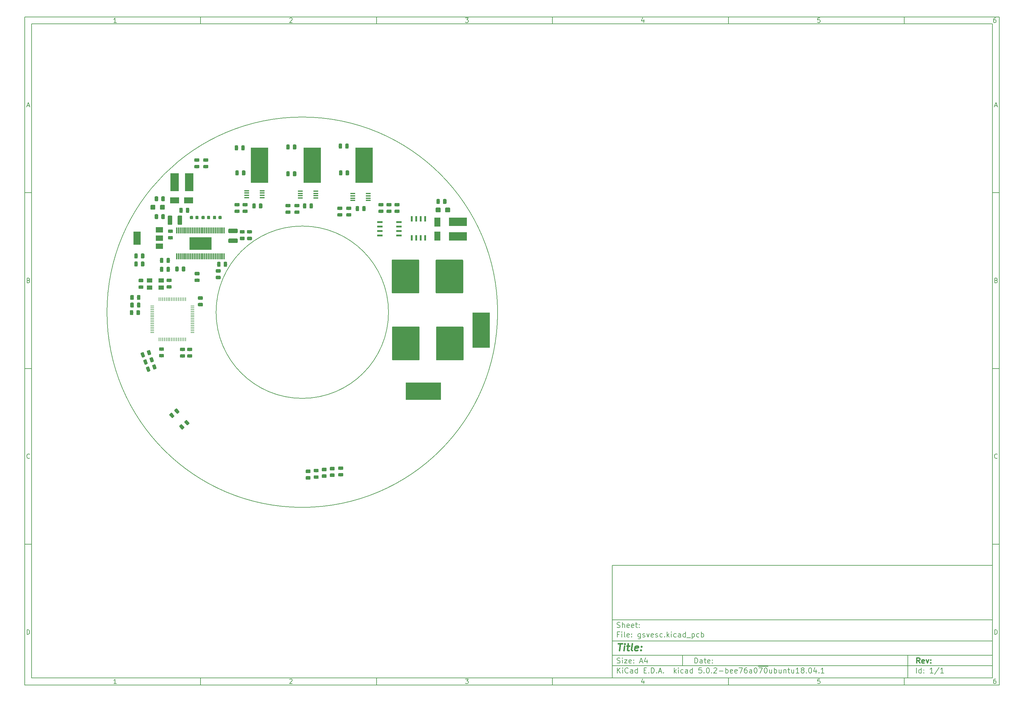
<source format=gbr>
G04 #@! TF.GenerationSoftware,KiCad,Pcbnew,5.0.2-bee76a0~70~ubuntu18.04.1*
G04 #@! TF.CreationDate,2019-01-04T10:38:41+01:00*
G04 #@! TF.ProjectId,gsvesc,67737665-7363-42e6-9b69-6361645f7063,rev?*
G04 #@! TF.SameCoordinates,Original*
G04 #@! TF.FileFunction,Paste,Top*
G04 #@! TF.FilePolarity,Positive*
%FSLAX45Y45*%
G04 Gerber Fmt 4.5, Leading zero omitted, Abs format (unit mm)*
G04 Created by KiCad (PCBNEW 5.0.2-bee76a0~70~ubuntu18.04.1) date Fr 04 Jan 2019 10:38:41 CET*
%MOMM*%
%LPD*%
G01*
G04 APERTURE LIST*
%ADD10C,0.100000*%
%ADD11C,0.150000*%
%ADD12C,0.300000*%
%ADD13C,0.400000*%
%ADD14C,0.200000*%
%ADD15C,0.975000*%
%ADD16C,1.250000*%
%ADD17C,7.800000*%
%ADD18R,0.250000X1.000000*%
%ADD19R,1.000000X0.250000*%
%ADD20R,1.450000X0.450000*%
%ADD21R,1.550000X0.600000*%
%ADD22R,1.600000X1.300000*%
%ADD23R,2.000000X1.500000*%
%ADD24R,2.000000X3.800000*%
%ADD25R,0.304800X1.676400*%
%ADD26R,6.350000X3.610000*%
%ADD27R,0.600000X1.550000*%
%ADD28R,2.500000X1.800000*%
%ADD29R,1.800000X2.500000*%
%ADD30R,2.350000X5.100000*%
%ADD31R,5.100000X2.350000*%
%ADD32C,1.350000*%
%ADD33R,10.000000X5.000000*%
%ADD34R,5.000000X10.000000*%
%ADD35C,0.875000*%
G04 APERTURE END LIST*
D10*
D11*
X17700220Y-16600720D02*
X17700220Y-19800720D01*
X28500220Y-19800720D01*
X28500220Y-16600720D01*
X17700220Y-16600720D01*
D10*
D11*
X1000000Y-1000000D02*
X1000000Y-20000720D01*
X28700220Y-20000720D01*
X28700220Y-1000000D01*
X1000000Y-1000000D01*
D10*
D11*
X1200000Y-1200000D02*
X1200000Y-19800720D01*
X28500220Y-19800720D01*
X28500220Y-1200000D01*
X1200000Y-1200000D01*
D10*
D11*
X6000000Y-1200000D02*
X6000000Y-1000000D01*
D10*
D11*
X11000000Y-1200000D02*
X11000000Y-1000000D01*
D10*
D11*
X16000000Y-1200000D02*
X16000000Y-1000000D01*
D10*
D11*
X21000000Y-1200000D02*
X21000000Y-1000000D01*
D10*
D11*
X26000000Y-1200000D02*
X26000000Y-1000000D01*
D10*
D11*
X3606548Y-1158810D02*
X3532262Y-1158810D01*
X3569405Y-1158810D02*
X3569405Y-1028809D01*
X3557024Y-1047381D01*
X3544643Y-1059762D01*
X3532262Y-1065952D01*
D10*
D11*
X8532262Y-1041190D02*
X8538452Y-1035000D01*
X8550833Y-1028809D01*
X8581786Y-1028809D01*
X8594167Y-1035000D01*
X8600357Y-1041190D01*
X8606548Y-1053571D01*
X8606548Y-1065952D01*
X8600357Y-1084524D01*
X8526071Y-1158810D01*
X8606548Y-1158810D01*
D10*
D11*
X13526071Y-1028809D02*
X13606548Y-1028809D01*
X13563214Y-1078333D01*
X13581786Y-1078333D01*
X13594167Y-1084524D01*
X13600357Y-1090714D01*
X13606548Y-1103095D01*
X13606548Y-1134048D01*
X13600357Y-1146429D01*
X13594167Y-1152619D01*
X13581786Y-1158810D01*
X13544643Y-1158810D01*
X13532262Y-1152619D01*
X13526071Y-1146429D01*
D10*
D11*
X18594167Y-1072143D02*
X18594167Y-1158810D01*
X18563214Y-1022619D02*
X18532262Y-1115476D01*
X18612738Y-1115476D01*
D10*
D11*
X23600357Y-1028809D02*
X23538452Y-1028809D01*
X23532262Y-1090714D01*
X23538452Y-1084524D01*
X23550833Y-1078333D01*
X23581786Y-1078333D01*
X23594167Y-1084524D01*
X23600357Y-1090714D01*
X23606548Y-1103095D01*
X23606548Y-1134048D01*
X23600357Y-1146429D01*
X23594167Y-1152619D01*
X23581786Y-1158810D01*
X23550833Y-1158810D01*
X23538452Y-1152619D01*
X23532262Y-1146429D01*
D10*
D11*
X28594167Y-1028809D02*
X28569405Y-1028809D01*
X28557024Y-1035000D01*
X28550833Y-1041190D01*
X28538452Y-1059762D01*
X28532262Y-1084524D01*
X28532262Y-1134048D01*
X28538452Y-1146429D01*
X28544643Y-1152619D01*
X28557024Y-1158810D01*
X28581786Y-1158810D01*
X28594167Y-1152619D01*
X28600357Y-1146429D01*
X28606548Y-1134048D01*
X28606548Y-1103095D01*
X28600357Y-1090714D01*
X28594167Y-1084524D01*
X28581786Y-1078333D01*
X28557024Y-1078333D01*
X28544643Y-1084524D01*
X28538452Y-1090714D01*
X28532262Y-1103095D01*
D10*
D11*
X6000000Y-19800720D02*
X6000000Y-20000720D01*
D10*
D11*
X11000000Y-19800720D02*
X11000000Y-20000720D01*
D10*
D11*
X16000000Y-19800720D02*
X16000000Y-20000720D01*
D10*
D11*
X21000000Y-19800720D02*
X21000000Y-20000720D01*
D10*
D11*
X26000000Y-19800720D02*
X26000000Y-20000720D01*
D10*
D11*
X3606548Y-19959530D02*
X3532262Y-19959530D01*
X3569405Y-19959530D02*
X3569405Y-19829530D01*
X3557024Y-19848101D01*
X3544643Y-19860482D01*
X3532262Y-19866672D01*
D10*
D11*
X8532262Y-19841910D02*
X8538452Y-19835720D01*
X8550833Y-19829530D01*
X8581786Y-19829530D01*
X8594167Y-19835720D01*
X8600357Y-19841910D01*
X8606548Y-19854291D01*
X8606548Y-19866672D01*
X8600357Y-19885244D01*
X8526071Y-19959530D01*
X8606548Y-19959530D01*
D10*
D11*
X13526071Y-19829530D02*
X13606548Y-19829530D01*
X13563214Y-19879053D01*
X13581786Y-19879053D01*
X13594167Y-19885244D01*
X13600357Y-19891434D01*
X13606548Y-19903815D01*
X13606548Y-19934768D01*
X13600357Y-19947149D01*
X13594167Y-19953339D01*
X13581786Y-19959530D01*
X13544643Y-19959530D01*
X13532262Y-19953339D01*
X13526071Y-19947149D01*
D10*
D11*
X18594167Y-19872863D02*
X18594167Y-19959530D01*
X18563214Y-19823339D02*
X18532262Y-19916196D01*
X18612738Y-19916196D01*
D10*
D11*
X23600357Y-19829530D02*
X23538452Y-19829530D01*
X23532262Y-19891434D01*
X23538452Y-19885244D01*
X23550833Y-19879053D01*
X23581786Y-19879053D01*
X23594167Y-19885244D01*
X23600357Y-19891434D01*
X23606548Y-19903815D01*
X23606548Y-19934768D01*
X23600357Y-19947149D01*
X23594167Y-19953339D01*
X23581786Y-19959530D01*
X23550833Y-19959530D01*
X23538452Y-19953339D01*
X23532262Y-19947149D01*
D10*
D11*
X28594167Y-19829530D02*
X28569405Y-19829530D01*
X28557024Y-19835720D01*
X28550833Y-19841910D01*
X28538452Y-19860482D01*
X28532262Y-19885244D01*
X28532262Y-19934768D01*
X28538452Y-19947149D01*
X28544643Y-19953339D01*
X28557024Y-19959530D01*
X28581786Y-19959530D01*
X28594167Y-19953339D01*
X28600357Y-19947149D01*
X28606548Y-19934768D01*
X28606548Y-19903815D01*
X28600357Y-19891434D01*
X28594167Y-19885244D01*
X28581786Y-19879053D01*
X28557024Y-19879053D01*
X28544643Y-19885244D01*
X28538452Y-19891434D01*
X28532262Y-19903815D01*
D10*
D11*
X1000000Y-6000000D02*
X1200000Y-6000000D01*
D10*
D11*
X1000000Y-11000000D02*
X1200000Y-11000000D01*
D10*
D11*
X1000000Y-16000000D02*
X1200000Y-16000000D01*
D10*
D11*
X1069048Y-3521667D02*
X1130952Y-3521667D01*
X1056667Y-3558809D02*
X1100000Y-3428809D01*
X1143333Y-3558809D01*
D10*
D11*
X1109286Y-8490714D02*
X1127857Y-8496905D01*
X1134048Y-8503095D01*
X1140238Y-8515476D01*
X1140238Y-8534048D01*
X1134048Y-8546429D01*
X1127857Y-8552619D01*
X1115476Y-8558810D01*
X1065952Y-8558810D01*
X1065952Y-8428810D01*
X1109286Y-8428810D01*
X1121667Y-8435000D01*
X1127857Y-8441190D01*
X1134048Y-8453571D01*
X1134048Y-8465952D01*
X1127857Y-8478333D01*
X1121667Y-8484524D01*
X1109286Y-8490714D01*
X1065952Y-8490714D01*
D10*
D11*
X1140238Y-13546428D02*
X1134048Y-13552619D01*
X1115476Y-13558809D01*
X1103095Y-13558809D01*
X1084524Y-13552619D01*
X1072143Y-13540238D01*
X1065952Y-13527857D01*
X1059762Y-13503095D01*
X1059762Y-13484524D01*
X1065952Y-13459762D01*
X1072143Y-13447381D01*
X1084524Y-13435000D01*
X1103095Y-13428809D01*
X1115476Y-13428809D01*
X1134048Y-13435000D01*
X1140238Y-13441190D01*
D10*
D11*
X1065952Y-18558810D02*
X1065952Y-18428810D01*
X1096905Y-18428810D01*
X1115476Y-18435000D01*
X1127857Y-18447381D01*
X1134048Y-18459762D01*
X1140238Y-18484524D01*
X1140238Y-18503095D01*
X1134048Y-18527857D01*
X1127857Y-18540238D01*
X1115476Y-18552619D01*
X1096905Y-18558810D01*
X1065952Y-18558810D01*
D10*
D11*
X28700220Y-6000000D02*
X28500220Y-6000000D01*
D10*
D11*
X28700220Y-11000000D02*
X28500220Y-11000000D01*
D10*
D11*
X28700220Y-16000000D02*
X28500220Y-16000000D01*
D10*
D11*
X28569268Y-3521667D02*
X28631172Y-3521667D01*
X28556887Y-3558809D02*
X28600220Y-3428809D01*
X28643553Y-3558809D01*
D10*
D11*
X28609506Y-8490714D02*
X28628077Y-8496905D01*
X28634268Y-8503095D01*
X28640458Y-8515476D01*
X28640458Y-8534048D01*
X28634268Y-8546429D01*
X28628077Y-8552619D01*
X28615696Y-8558810D01*
X28566172Y-8558810D01*
X28566172Y-8428810D01*
X28609506Y-8428810D01*
X28621887Y-8435000D01*
X28628077Y-8441190D01*
X28634268Y-8453571D01*
X28634268Y-8465952D01*
X28628077Y-8478333D01*
X28621887Y-8484524D01*
X28609506Y-8490714D01*
X28566172Y-8490714D01*
D10*
D11*
X28640458Y-13546428D02*
X28634268Y-13552619D01*
X28615696Y-13558809D01*
X28603315Y-13558809D01*
X28584744Y-13552619D01*
X28572363Y-13540238D01*
X28566172Y-13527857D01*
X28559982Y-13503095D01*
X28559982Y-13484524D01*
X28566172Y-13459762D01*
X28572363Y-13447381D01*
X28584744Y-13435000D01*
X28603315Y-13428809D01*
X28615696Y-13428809D01*
X28634268Y-13435000D01*
X28640458Y-13441190D01*
D10*
D11*
X28566172Y-18558810D02*
X28566172Y-18428810D01*
X28597125Y-18428810D01*
X28615696Y-18435000D01*
X28628077Y-18447381D01*
X28634268Y-18459762D01*
X28640458Y-18484524D01*
X28640458Y-18503095D01*
X28634268Y-18527857D01*
X28628077Y-18540238D01*
X28615696Y-18552619D01*
X28597125Y-18558810D01*
X28566172Y-18558810D01*
D10*
D11*
X20043434Y-19378577D02*
X20043434Y-19228577D01*
X20079149Y-19228577D01*
X20100577Y-19235720D01*
X20114863Y-19250006D01*
X20122006Y-19264291D01*
X20129149Y-19292863D01*
X20129149Y-19314291D01*
X20122006Y-19342863D01*
X20114863Y-19357149D01*
X20100577Y-19371434D01*
X20079149Y-19378577D01*
X20043434Y-19378577D01*
X20257720Y-19378577D02*
X20257720Y-19300006D01*
X20250577Y-19285720D01*
X20236291Y-19278577D01*
X20207720Y-19278577D01*
X20193434Y-19285720D01*
X20257720Y-19371434D02*
X20243434Y-19378577D01*
X20207720Y-19378577D01*
X20193434Y-19371434D01*
X20186291Y-19357149D01*
X20186291Y-19342863D01*
X20193434Y-19328577D01*
X20207720Y-19321434D01*
X20243434Y-19321434D01*
X20257720Y-19314291D01*
X20307720Y-19278577D02*
X20364863Y-19278577D01*
X20329149Y-19228577D02*
X20329149Y-19357149D01*
X20336291Y-19371434D01*
X20350577Y-19378577D01*
X20364863Y-19378577D01*
X20472006Y-19371434D02*
X20457720Y-19378577D01*
X20429149Y-19378577D01*
X20414863Y-19371434D01*
X20407720Y-19357149D01*
X20407720Y-19300006D01*
X20414863Y-19285720D01*
X20429149Y-19278577D01*
X20457720Y-19278577D01*
X20472006Y-19285720D01*
X20479149Y-19300006D01*
X20479149Y-19314291D01*
X20407720Y-19328577D01*
X20543434Y-19364291D02*
X20550577Y-19371434D01*
X20543434Y-19378577D01*
X20536291Y-19371434D01*
X20543434Y-19364291D01*
X20543434Y-19378577D01*
X20543434Y-19285720D02*
X20550577Y-19292863D01*
X20543434Y-19300006D01*
X20536291Y-19292863D01*
X20543434Y-19285720D01*
X20543434Y-19300006D01*
D10*
D11*
X17700220Y-19450720D02*
X28500220Y-19450720D01*
D10*
D11*
X17843434Y-19658577D02*
X17843434Y-19508577D01*
X17929149Y-19658577D02*
X17864863Y-19572863D01*
X17929149Y-19508577D02*
X17843434Y-19594291D01*
X17993434Y-19658577D02*
X17993434Y-19558577D01*
X17993434Y-19508577D02*
X17986291Y-19515720D01*
X17993434Y-19522863D01*
X18000577Y-19515720D01*
X17993434Y-19508577D01*
X17993434Y-19522863D01*
X18150577Y-19644291D02*
X18143434Y-19651434D01*
X18122006Y-19658577D01*
X18107720Y-19658577D01*
X18086291Y-19651434D01*
X18072006Y-19637149D01*
X18064863Y-19622863D01*
X18057720Y-19594291D01*
X18057720Y-19572863D01*
X18064863Y-19544291D01*
X18072006Y-19530006D01*
X18086291Y-19515720D01*
X18107720Y-19508577D01*
X18122006Y-19508577D01*
X18143434Y-19515720D01*
X18150577Y-19522863D01*
X18279149Y-19658577D02*
X18279149Y-19580006D01*
X18272006Y-19565720D01*
X18257720Y-19558577D01*
X18229149Y-19558577D01*
X18214863Y-19565720D01*
X18279149Y-19651434D02*
X18264863Y-19658577D01*
X18229149Y-19658577D01*
X18214863Y-19651434D01*
X18207720Y-19637149D01*
X18207720Y-19622863D01*
X18214863Y-19608577D01*
X18229149Y-19601434D01*
X18264863Y-19601434D01*
X18279149Y-19594291D01*
X18414863Y-19658577D02*
X18414863Y-19508577D01*
X18414863Y-19651434D02*
X18400577Y-19658577D01*
X18372006Y-19658577D01*
X18357720Y-19651434D01*
X18350577Y-19644291D01*
X18343434Y-19630006D01*
X18343434Y-19587149D01*
X18350577Y-19572863D01*
X18357720Y-19565720D01*
X18372006Y-19558577D01*
X18400577Y-19558577D01*
X18414863Y-19565720D01*
X18600577Y-19580006D02*
X18650577Y-19580006D01*
X18672006Y-19658577D02*
X18600577Y-19658577D01*
X18600577Y-19508577D01*
X18672006Y-19508577D01*
X18736291Y-19644291D02*
X18743434Y-19651434D01*
X18736291Y-19658577D01*
X18729149Y-19651434D01*
X18736291Y-19644291D01*
X18736291Y-19658577D01*
X18807720Y-19658577D02*
X18807720Y-19508577D01*
X18843434Y-19508577D01*
X18864863Y-19515720D01*
X18879149Y-19530006D01*
X18886291Y-19544291D01*
X18893434Y-19572863D01*
X18893434Y-19594291D01*
X18886291Y-19622863D01*
X18879149Y-19637149D01*
X18864863Y-19651434D01*
X18843434Y-19658577D01*
X18807720Y-19658577D01*
X18957720Y-19644291D02*
X18964863Y-19651434D01*
X18957720Y-19658577D01*
X18950577Y-19651434D01*
X18957720Y-19644291D01*
X18957720Y-19658577D01*
X19022006Y-19615720D02*
X19093434Y-19615720D01*
X19007720Y-19658577D02*
X19057720Y-19508577D01*
X19107720Y-19658577D01*
X19157720Y-19644291D02*
X19164863Y-19651434D01*
X19157720Y-19658577D01*
X19150577Y-19651434D01*
X19157720Y-19644291D01*
X19157720Y-19658577D01*
X19457720Y-19658577D02*
X19457720Y-19508577D01*
X19472006Y-19601434D02*
X19514863Y-19658577D01*
X19514863Y-19558577D02*
X19457720Y-19615720D01*
X19579149Y-19658577D02*
X19579149Y-19558577D01*
X19579149Y-19508577D02*
X19572006Y-19515720D01*
X19579149Y-19522863D01*
X19586291Y-19515720D01*
X19579149Y-19508577D01*
X19579149Y-19522863D01*
X19714863Y-19651434D02*
X19700577Y-19658577D01*
X19672006Y-19658577D01*
X19657720Y-19651434D01*
X19650577Y-19644291D01*
X19643434Y-19630006D01*
X19643434Y-19587149D01*
X19650577Y-19572863D01*
X19657720Y-19565720D01*
X19672006Y-19558577D01*
X19700577Y-19558577D01*
X19714863Y-19565720D01*
X19843434Y-19658577D02*
X19843434Y-19580006D01*
X19836291Y-19565720D01*
X19822006Y-19558577D01*
X19793434Y-19558577D01*
X19779149Y-19565720D01*
X19843434Y-19651434D02*
X19829149Y-19658577D01*
X19793434Y-19658577D01*
X19779149Y-19651434D01*
X19772006Y-19637149D01*
X19772006Y-19622863D01*
X19779149Y-19608577D01*
X19793434Y-19601434D01*
X19829149Y-19601434D01*
X19843434Y-19594291D01*
X19979149Y-19658577D02*
X19979149Y-19508577D01*
X19979149Y-19651434D02*
X19964863Y-19658577D01*
X19936291Y-19658577D01*
X19922006Y-19651434D01*
X19914863Y-19644291D01*
X19907720Y-19630006D01*
X19907720Y-19587149D01*
X19914863Y-19572863D01*
X19922006Y-19565720D01*
X19936291Y-19558577D01*
X19964863Y-19558577D01*
X19979149Y-19565720D01*
X20236291Y-19508577D02*
X20164863Y-19508577D01*
X20157720Y-19580006D01*
X20164863Y-19572863D01*
X20179149Y-19565720D01*
X20214863Y-19565720D01*
X20229149Y-19572863D01*
X20236291Y-19580006D01*
X20243434Y-19594291D01*
X20243434Y-19630006D01*
X20236291Y-19644291D01*
X20229149Y-19651434D01*
X20214863Y-19658577D01*
X20179149Y-19658577D01*
X20164863Y-19651434D01*
X20157720Y-19644291D01*
X20307720Y-19644291D02*
X20314863Y-19651434D01*
X20307720Y-19658577D01*
X20300577Y-19651434D01*
X20307720Y-19644291D01*
X20307720Y-19658577D01*
X20407720Y-19508577D02*
X20422006Y-19508577D01*
X20436291Y-19515720D01*
X20443434Y-19522863D01*
X20450577Y-19537149D01*
X20457720Y-19565720D01*
X20457720Y-19601434D01*
X20450577Y-19630006D01*
X20443434Y-19644291D01*
X20436291Y-19651434D01*
X20422006Y-19658577D01*
X20407720Y-19658577D01*
X20393434Y-19651434D01*
X20386291Y-19644291D01*
X20379149Y-19630006D01*
X20372006Y-19601434D01*
X20372006Y-19565720D01*
X20379149Y-19537149D01*
X20386291Y-19522863D01*
X20393434Y-19515720D01*
X20407720Y-19508577D01*
X20522006Y-19644291D02*
X20529149Y-19651434D01*
X20522006Y-19658577D01*
X20514863Y-19651434D01*
X20522006Y-19644291D01*
X20522006Y-19658577D01*
X20586291Y-19522863D02*
X20593434Y-19515720D01*
X20607720Y-19508577D01*
X20643434Y-19508577D01*
X20657720Y-19515720D01*
X20664863Y-19522863D01*
X20672006Y-19537149D01*
X20672006Y-19551434D01*
X20664863Y-19572863D01*
X20579149Y-19658577D01*
X20672006Y-19658577D01*
X20736291Y-19601434D02*
X20850577Y-19601434D01*
X20922006Y-19658577D02*
X20922006Y-19508577D01*
X20922006Y-19565720D02*
X20936291Y-19558577D01*
X20964863Y-19558577D01*
X20979149Y-19565720D01*
X20986291Y-19572863D01*
X20993434Y-19587149D01*
X20993434Y-19630006D01*
X20986291Y-19644291D01*
X20979149Y-19651434D01*
X20964863Y-19658577D01*
X20936291Y-19658577D01*
X20922006Y-19651434D01*
X21114863Y-19651434D02*
X21100577Y-19658577D01*
X21072006Y-19658577D01*
X21057720Y-19651434D01*
X21050577Y-19637149D01*
X21050577Y-19580006D01*
X21057720Y-19565720D01*
X21072006Y-19558577D01*
X21100577Y-19558577D01*
X21114863Y-19565720D01*
X21122006Y-19580006D01*
X21122006Y-19594291D01*
X21050577Y-19608577D01*
X21243434Y-19651434D02*
X21229149Y-19658577D01*
X21200577Y-19658577D01*
X21186291Y-19651434D01*
X21179149Y-19637149D01*
X21179149Y-19580006D01*
X21186291Y-19565720D01*
X21200577Y-19558577D01*
X21229149Y-19558577D01*
X21243434Y-19565720D01*
X21250577Y-19580006D01*
X21250577Y-19594291D01*
X21179149Y-19608577D01*
X21300577Y-19508577D02*
X21400577Y-19508577D01*
X21336291Y-19658577D01*
X21522006Y-19508577D02*
X21493434Y-19508577D01*
X21479149Y-19515720D01*
X21472006Y-19522863D01*
X21457720Y-19544291D01*
X21450577Y-19572863D01*
X21450577Y-19630006D01*
X21457720Y-19644291D01*
X21464863Y-19651434D01*
X21479149Y-19658577D01*
X21507720Y-19658577D01*
X21522006Y-19651434D01*
X21529149Y-19644291D01*
X21536291Y-19630006D01*
X21536291Y-19594291D01*
X21529149Y-19580006D01*
X21522006Y-19572863D01*
X21507720Y-19565720D01*
X21479149Y-19565720D01*
X21464863Y-19572863D01*
X21457720Y-19580006D01*
X21450577Y-19594291D01*
X21664863Y-19658577D02*
X21664863Y-19580006D01*
X21657720Y-19565720D01*
X21643434Y-19558577D01*
X21614863Y-19558577D01*
X21600577Y-19565720D01*
X21664863Y-19651434D02*
X21650577Y-19658577D01*
X21614863Y-19658577D01*
X21600577Y-19651434D01*
X21593434Y-19637149D01*
X21593434Y-19622863D01*
X21600577Y-19608577D01*
X21614863Y-19601434D01*
X21650577Y-19601434D01*
X21664863Y-19594291D01*
X21764863Y-19508577D02*
X21779149Y-19508577D01*
X21793434Y-19515720D01*
X21800577Y-19522863D01*
X21807720Y-19537149D01*
X21814863Y-19565720D01*
X21814863Y-19601434D01*
X21807720Y-19630006D01*
X21800577Y-19644291D01*
X21793434Y-19651434D01*
X21779149Y-19658577D01*
X21764863Y-19658577D01*
X21750577Y-19651434D01*
X21743434Y-19644291D01*
X21736291Y-19630006D01*
X21729149Y-19601434D01*
X21729149Y-19565720D01*
X21736291Y-19537149D01*
X21743434Y-19522863D01*
X21750577Y-19515720D01*
X21764863Y-19508577D01*
X21843434Y-19467720D02*
X21986291Y-19467720D01*
X21864863Y-19508577D02*
X21964863Y-19508577D01*
X21900577Y-19658577D01*
X21986291Y-19467720D02*
X22129149Y-19467720D01*
X22050577Y-19508577D02*
X22064863Y-19508577D01*
X22079149Y-19515720D01*
X22086291Y-19522863D01*
X22093434Y-19537149D01*
X22100577Y-19565720D01*
X22100577Y-19601434D01*
X22093434Y-19630006D01*
X22086291Y-19644291D01*
X22079149Y-19651434D01*
X22064863Y-19658577D01*
X22050577Y-19658577D01*
X22036291Y-19651434D01*
X22029149Y-19644291D01*
X22022006Y-19630006D01*
X22014863Y-19601434D01*
X22014863Y-19565720D01*
X22022006Y-19537149D01*
X22029149Y-19522863D01*
X22036291Y-19515720D01*
X22050577Y-19508577D01*
X22229149Y-19558577D02*
X22229149Y-19658577D01*
X22164863Y-19558577D02*
X22164863Y-19637149D01*
X22172006Y-19651434D01*
X22186291Y-19658577D01*
X22207720Y-19658577D01*
X22222006Y-19651434D01*
X22229149Y-19644291D01*
X22300577Y-19658577D02*
X22300577Y-19508577D01*
X22300577Y-19565720D02*
X22314863Y-19558577D01*
X22343434Y-19558577D01*
X22357720Y-19565720D01*
X22364863Y-19572863D01*
X22372006Y-19587149D01*
X22372006Y-19630006D01*
X22364863Y-19644291D01*
X22357720Y-19651434D01*
X22343434Y-19658577D01*
X22314863Y-19658577D01*
X22300577Y-19651434D01*
X22500577Y-19558577D02*
X22500577Y-19658577D01*
X22436291Y-19558577D02*
X22436291Y-19637149D01*
X22443434Y-19651434D01*
X22457720Y-19658577D01*
X22479148Y-19658577D01*
X22493434Y-19651434D01*
X22500577Y-19644291D01*
X22572006Y-19558577D02*
X22572006Y-19658577D01*
X22572006Y-19572863D02*
X22579148Y-19565720D01*
X22593434Y-19558577D01*
X22614863Y-19558577D01*
X22629148Y-19565720D01*
X22636291Y-19580006D01*
X22636291Y-19658577D01*
X22686291Y-19558577D02*
X22743434Y-19558577D01*
X22707720Y-19508577D02*
X22707720Y-19637149D01*
X22714863Y-19651434D01*
X22729148Y-19658577D01*
X22743434Y-19658577D01*
X22857720Y-19558577D02*
X22857720Y-19658577D01*
X22793434Y-19558577D02*
X22793434Y-19637149D01*
X22800577Y-19651434D01*
X22814863Y-19658577D01*
X22836291Y-19658577D01*
X22850577Y-19651434D01*
X22857720Y-19644291D01*
X23007720Y-19658577D02*
X22922006Y-19658577D01*
X22964863Y-19658577D02*
X22964863Y-19508577D01*
X22950577Y-19530006D01*
X22936291Y-19544291D01*
X22922006Y-19551434D01*
X23093434Y-19572863D02*
X23079148Y-19565720D01*
X23072006Y-19558577D01*
X23064863Y-19544291D01*
X23064863Y-19537149D01*
X23072006Y-19522863D01*
X23079148Y-19515720D01*
X23093434Y-19508577D01*
X23122006Y-19508577D01*
X23136291Y-19515720D01*
X23143434Y-19522863D01*
X23150577Y-19537149D01*
X23150577Y-19544291D01*
X23143434Y-19558577D01*
X23136291Y-19565720D01*
X23122006Y-19572863D01*
X23093434Y-19572863D01*
X23079148Y-19580006D01*
X23072006Y-19587149D01*
X23064863Y-19601434D01*
X23064863Y-19630006D01*
X23072006Y-19644291D01*
X23079148Y-19651434D01*
X23093434Y-19658577D01*
X23122006Y-19658577D01*
X23136291Y-19651434D01*
X23143434Y-19644291D01*
X23150577Y-19630006D01*
X23150577Y-19601434D01*
X23143434Y-19587149D01*
X23136291Y-19580006D01*
X23122006Y-19572863D01*
X23214863Y-19644291D02*
X23222006Y-19651434D01*
X23214863Y-19658577D01*
X23207720Y-19651434D01*
X23214863Y-19644291D01*
X23214863Y-19658577D01*
X23314863Y-19508577D02*
X23329148Y-19508577D01*
X23343434Y-19515720D01*
X23350577Y-19522863D01*
X23357720Y-19537149D01*
X23364863Y-19565720D01*
X23364863Y-19601434D01*
X23357720Y-19630006D01*
X23350577Y-19644291D01*
X23343434Y-19651434D01*
X23329148Y-19658577D01*
X23314863Y-19658577D01*
X23300577Y-19651434D01*
X23293434Y-19644291D01*
X23286291Y-19630006D01*
X23279148Y-19601434D01*
X23279148Y-19565720D01*
X23286291Y-19537149D01*
X23293434Y-19522863D01*
X23300577Y-19515720D01*
X23314863Y-19508577D01*
X23493434Y-19558577D02*
X23493434Y-19658577D01*
X23457720Y-19501434D02*
X23422006Y-19608577D01*
X23514863Y-19608577D01*
X23572006Y-19644291D02*
X23579148Y-19651434D01*
X23572006Y-19658577D01*
X23564863Y-19651434D01*
X23572006Y-19644291D01*
X23572006Y-19658577D01*
X23722006Y-19658577D02*
X23636291Y-19658577D01*
X23679148Y-19658577D02*
X23679148Y-19508577D01*
X23664863Y-19530006D01*
X23650577Y-19544291D01*
X23636291Y-19551434D01*
D10*
D11*
X17700220Y-19150720D02*
X28500220Y-19150720D01*
D10*
D12*
X26441148Y-19378577D02*
X26391148Y-19307149D01*
X26355434Y-19378577D02*
X26355434Y-19228577D01*
X26412577Y-19228577D01*
X26426863Y-19235720D01*
X26434006Y-19242863D01*
X26441148Y-19257149D01*
X26441148Y-19278577D01*
X26434006Y-19292863D01*
X26426863Y-19300006D01*
X26412577Y-19307149D01*
X26355434Y-19307149D01*
X26562577Y-19371434D02*
X26548291Y-19378577D01*
X26519720Y-19378577D01*
X26505434Y-19371434D01*
X26498291Y-19357149D01*
X26498291Y-19300006D01*
X26505434Y-19285720D01*
X26519720Y-19278577D01*
X26548291Y-19278577D01*
X26562577Y-19285720D01*
X26569720Y-19300006D01*
X26569720Y-19314291D01*
X26498291Y-19328577D01*
X26619720Y-19278577D02*
X26655434Y-19378577D01*
X26691148Y-19278577D01*
X26748291Y-19364291D02*
X26755434Y-19371434D01*
X26748291Y-19378577D01*
X26741148Y-19371434D01*
X26748291Y-19364291D01*
X26748291Y-19378577D01*
X26748291Y-19285720D02*
X26755434Y-19292863D01*
X26748291Y-19300006D01*
X26741148Y-19292863D01*
X26748291Y-19285720D01*
X26748291Y-19300006D01*
D10*
D11*
X17836291Y-19371434D02*
X17857720Y-19378577D01*
X17893434Y-19378577D01*
X17907720Y-19371434D01*
X17914863Y-19364291D01*
X17922006Y-19350006D01*
X17922006Y-19335720D01*
X17914863Y-19321434D01*
X17907720Y-19314291D01*
X17893434Y-19307149D01*
X17864863Y-19300006D01*
X17850577Y-19292863D01*
X17843434Y-19285720D01*
X17836291Y-19271434D01*
X17836291Y-19257149D01*
X17843434Y-19242863D01*
X17850577Y-19235720D01*
X17864863Y-19228577D01*
X17900577Y-19228577D01*
X17922006Y-19235720D01*
X17986291Y-19378577D02*
X17986291Y-19278577D01*
X17986291Y-19228577D02*
X17979149Y-19235720D01*
X17986291Y-19242863D01*
X17993434Y-19235720D01*
X17986291Y-19228577D01*
X17986291Y-19242863D01*
X18043434Y-19278577D02*
X18122006Y-19278577D01*
X18043434Y-19378577D01*
X18122006Y-19378577D01*
X18236291Y-19371434D02*
X18222006Y-19378577D01*
X18193434Y-19378577D01*
X18179149Y-19371434D01*
X18172006Y-19357149D01*
X18172006Y-19300006D01*
X18179149Y-19285720D01*
X18193434Y-19278577D01*
X18222006Y-19278577D01*
X18236291Y-19285720D01*
X18243434Y-19300006D01*
X18243434Y-19314291D01*
X18172006Y-19328577D01*
X18307720Y-19364291D02*
X18314863Y-19371434D01*
X18307720Y-19378577D01*
X18300577Y-19371434D01*
X18307720Y-19364291D01*
X18307720Y-19378577D01*
X18307720Y-19285720D02*
X18314863Y-19292863D01*
X18307720Y-19300006D01*
X18300577Y-19292863D01*
X18307720Y-19285720D01*
X18307720Y-19300006D01*
X18486291Y-19335720D02*
X18557720Y-19335720D01*
X18472006Y-19378577D02*
X18522006Y-19228577D01*
X18572006Y-19378577D01*
X18686291Y-19278577D02*
X18686291Y-19378577D01*
X18650577Y-19221434D02*
X18614863Y-19328577D01*
X18707720Y-19328577D01*
D10*
D11*
X26343434Y-19658577D02*
X26343434Y-19508577D01*
X26479148Y-19658577D02*
X26479148Y-19508577D01*
X26479148Y-19651434D02*
X26464863Y-19658577D01*
X26436291Y-19658577D01*
X26422006Y-19651434D01*
X26414863Y-19644291D01*
X26407720Y-19630006D01*
X26407720Y-19587149D01*
X26414863Y-19572863D01*
X26422006Y-19565720D01*
X26436291Y-19558577D01*
X26464863Y-19558577D01*
X26479148Y-19565720D01*
X26550577Y-19644291D02*
X26557720Y-19651434D01*
X26550577Y-19658577D01*
X26543434Y-19651434D01*
X26550577Y-19644291D01*
X26550577Y-19658577D01*
X26550577Y-19565720D02*
X26557720Y-19572863D01*
X26550577Y-19580006D01*
X26543434Y-19572863D01*
X26550577Y-19565720D01*
X26550577Y-19580006D01*
X26814863Y-19658577D02*
X26729148Y-19658577D01*
X26772006Y-19658577D02*
X26772006Y-19508577D01*
X26757720Y-19530006D01*
X26743434Y-19544291D01*
X26729148Y-19551434D01*
X26986291Y-19501434D02*
X26857720Y-19694291D01*
X27114863Y-19658577D02*
X27029148Y-19658577D01*
X27072006Y-19658577D02*
X27072006Y-19508577D01*
X27057720Y-19530006D01*
X27043434Y-19544291D01*
X27029148Y-19551434D01*
D10*
D11*
X17700220Y-18750720D02*
X28500220Y-18750720D01*
D10*
D13*
X17871458Y-18821196D02*
X17985744Y-18821196D01*
X17903601Y-19021196D02*
X17928601Y-18821196D01*
X18027410Y-19021196D02*
X18044077Y-18887863D01*
X18052410Y-18821196D02*
X18041696Y-18830720D01*
X18050030Y-18840244D01*
X18060744Y-18830720D01*
X18052410Y-18821196D01*
X18050030Y-18840244D01*
X18110744Y-18887863D02*
X18186934Y-18887863D01*
X18147649Y-18821196D02*
X18126220Y-18992625D01*
X18133363Y-19011672D01*
X18151220Y-19021196D01*
X18170268Y-19021196D01*
X18265506Y-19021196D02*
X18247649Y-19011672D01*
X18240506Y-18992625D01*
X18261934Y-18821196D01*
X18419077Y-19011672D02*
X18398839Y-19021196D01*
X18360744Y-19021196D01*
X18342887Y-19011672D01*
X18335744Y-18992625D01*
X18345268Y-18916434D01*
X18357172Y-18897387D01*
X18377410Y-18887863D01*
X18415506Y-18887863D01*
X18433363Y-18897387D01*
X18440506Y-18916434D01*
X18438125Y-18935482D01*
X18340506Y-18954530D01*
X18515506Y-19002149D02*
X18523839Y-19011672D01*
X18513125Y-19021196D01*
X18504791Y-19011672D01*
X18515506Y-19002149D01*
X18513125Y-19021196D01*
X18528601Y-18897387D02*
X18536934Y-18906910D01*
X18526220Y-18916434D01*
X18517887Y-18906910D01*
X18528601Y-18897387D01*
X18526220Y-18916434D01*
D10*
D11*
X17893434Y-18560006D02*
X17843434Y-18560006D01*
X17843434Y-18638577D02*
X17843434Y-18488577D01*
X17914863Y-18488577D01*
X17972006Y-18638577D02*
X17972006Y-18538577D01*
X17972006Y-18488577D02*
X17964863Y-18495720D01*
X17972006Y-18502863D01*
X17979149Y-18495720D01*
X17972006Y-18488577D01*
X17972006Y-18502863D01*
X18064863Y-18638577D02*
X18050577Y-18631434D01*
X18043434Y-18617149D01*
X18043434Y-18488577D01*
X18179149Y-18631434D02*
X18164863Y-18638577D01*
X18136291Y-18638577D01*
X18122006Y-18631434D01*
X18114863Y-18617149D01*
X18114863Y-18560006D01*
X18122006Y-18545720D01*
X18136291Y-18538577D01*
X18164863Y-18538577D01*
X18179149Y-18545720D01*
X18186291Y-18560006D01*
X18186291Y-18574291D01*
X18114863Y-18588577D01*
X18250577Y-18624291D02*
X18257720Y-18631434D01*
X18250577Y-18638577D01*
X18243434Y-18631434D01*
X18250577Y-18624291D01*
X18250577Y-18638577D01*
X18250577Y-18545720D02*
X18257720Y-18552863D01*
X18250577Y-18560006D01*
X18243434Y-18552863D01*
X18250577Y-18545720D01*
X18250577Y-18560006D01*
X18500577Y-18538577D02*
X18500577Y-18660006D01*
X18493434Y-18674291D01*
X18486291Y-18681434D01*
X18472006Y-18688577D01*
X18450577Y-18688577D01*
X18436291Y-18681434D01*
X18500577Y-18631434D02*
X18486291Y-18638577D01*
X18457720Y-18638577D01*
X18443434Y-18631434D01*
X18436291Y-18624291D01*
X18429149Y-18610006D01*
X18429149Y-18567149D01*
X18436291Y-18552863D01*
X18443434Y-18545720D01*
X18457720Y-18538577D01*
X18486291Y-18538577D01*
X18500577Y-18545720D01*
X18564863Y-18631434D02*
X18579149Y-18638577D01*
X18607720Y-18638577D01*
X18622006Y-18631434D01*
X18629149Y-18617149D01*
X18629149Y-18610006D01*
X18622006Y-18595720D01*
X18607720Y-18588577D01*
X18586291Y-18588577D01*
X18572006Y-18581434D01*
X18564863Y-18567149D01*
X18564863Y-18560006D01*
X18572006Y-18545720D01*
X18586291Y-18538577D01*
X18607720Y-18538577D01*
X18622006Y-18545720D01*
X18679149Y-18538577D02*
X18714863Y-18638577D01*
X18750577Y-18538577D01*
X18864863Y-18631434D02*
X18850577Y-18638577D01*
X18822006Y-18638577D01*
X18807720Y-18631434D01*
X18800577Y-18617149D01*
X18800577Y-18560006D01*
X18807720Y-18545720D01*
X18822006Y-18538577D01*
X18850577Y-18538577D01*
X18864863Y-18545720D01*
X18872006Y-18560006D01*
X18872006Y-18574291D01*
X18800577Y-18588577D01*
X18929149Y-18631434D02*
X18943434Y-18638577D01*
X18972006Y-18638577D01*
X18986291Y-18631434D01*
X18993434Y-18617149D01*
X18993434Y-18610006D01*
X18986291Y-18595720D01*
X18972006Y-18588577D01*
X18950577Y-18588577D01*
X18936291Y-18581434D01*
X18929149Y-18567149D01*
X18929149Y-18560006D01*
X18936291Y-18545720D01*
X18950577Y-18538577D01*
X18972006Y-18538577D01*
X18986291Y-18545720D01*
X19122006Y-18631434D02*
X19107720Y-18638577D01*
X19079149Y-18638577D01*
X19064863Y-18631434D01*
X19057720Y-18624291D01*
X19050577Y-18610006D01*
X19050577Y-18567149D01*
X19057720Y-18552863D01*
X19064863Y-18545720D01*
X19079149Y-18538577D01*
X19107720Y-18538577D01*
X19122006Y-18545720D01*
X19186291Y-18624291D02*
X19193434Y-18631434D01*
X19186291Y-18638577D01*
X19179149Y-18631434D01*
X19186291Y-18624291D01*
X19186291Y-18638577D01*
X19257720Y-18638577D02*
X19257720Y-18488577D01*
X19272006Y-18581434D02*
X19314863Y-18638577D01*
X19314863Y-18538577D02*
X19257720Y-18595720D01*
X19379149Y-18638577D02*
X19379149Y-18538577D01*
X19379149Y-18488577D02*
X19372006Y-18495720D01*
X19379149Y-18502863D01*
X19386291Y-18495720D01*
X19379149Y-18488577D01*
X19379149Y-18502863D01*
X19514863Y-18631434D02*
X19500577Y-18638577D01*
X19472006Y-18638577D01*
X19457720Y-18631434D01*
X19450577Y-18624291D01*
X19443434Y-18610006D01*
X19443434Y-18567149D01*
X19450577Y-18552863D01*
X19457720Y-18545720D01*
X19472006Y-18538577D01*
X19500577Y-18538577D01*
X19514863Y-18545720D01*
X19643434Y-18638577D02*
X19643434Y-18560006D01*
X19636291Y-18545720D01*
X19622006Y-18538577D01*
X19593434Y-18538577D01*
X19579149Y-18545720D01*
X19643434Y-18631434D02*
X19629149Y-18638577D01*
X19593434Y-18638577D01*
X19579149Y-18631434D01*
X19572006Y-18617149D01*
X19572006Y-18602863D01*
X19579149Y-18588577D01*
X19593434Y-18581434D01*
X19629149Y-18581434D01*
X19643434Y-18574291D01*
X19779149Y-18638577D02*
X19779149Y-18488577D01*
X19779149Y-18631434D02*
X19764863Y-18638577D01*
X19736291Y-18638577D01*
X19722006Y-18631434D01*
X19714863Y-18624291D01*
X19707720Y-18610006D01*
X19707720Y-18567149D01*
X19714863Y-18552863D01*
X19722006Y-18545720D01*
X19736291Y-18538577D01*
X19764863Y-18538577D01*
X19779149Y-18545720D01*
X19814863Y-18652863D02*
X19929149Y-18652863D01*
X19964863Y-18538577D02*
X19964863Y-18688577D01*
X19964863Y-18545720D02*
X19979149Y-18538577D01*
X20007720Y-18538577D01*
X20022006Y-18545720D01*
X20029149Y-18552863D01*
X20036291Y-18567149D01*
X20036291Y-18610006D01*
X20029149Y-18624291D01*
X20022006Y-18631434D01*
X20007720Y-18638577D01*
X19979149Y-18638577D01*
X19964863Y-18631434D01*
X20164863Y-18631434D02*
X20150577Y-18638577D01*
X20122006Y-18638577D01*
X20107720Y-18631434D01*
X20100577Y-18624291D01*
X20093434Y-18610006D01*
X20093434Y-18567149D01*
X20100577Y-18552863D01*
X20107720Y-18545720D01*
X20122006Y-18538577D01*
X20150577Y-18538577D01*
X20164863Y-18545720D01*
X20229149Y-18638577D02*
X20229149Y-18488577D01*
X20229149Y-18545720D02*
X20243434Y-18538577D01*
X20272006Y-18538577D01*
X20286291Y-18545720D01*
X20293434Y-18552863D01*
X20300577Y-18567149D01*
X20300577Y-18610006D01*
X20293434Y-18624291D01*
X20286291Y-18631434D01*
X20272006Y-18638577D01*
X20243434Y-18638577D01*
X20229149Y-18631434D01*
D10*
D11*
X17700220Y-18150720D02*
X28500220Y-18150720D01*
D10*
D11*
X17836291Y-18361434D02*
X17857720Y-18368577D01*
X17893434Y-18368577D01*
X17907720Y-18361434D01*
X17914863Y-18354291D01*
X17922006Y-18340006D01*
X17922006Y-18325720D01*
X17914863Y-18311434D01*
X17907720Y-18304291D01*
X17893434Y-18297149D01*
X17864863Y-18290006D01*
X17850577Y-18282863D01*
X17843434Y-18275720D01*
X17836291Y-18261434D01*
X17836291Y-18247149D01*
X17843434Y-18232863D01*
X17850577Y-18225720D01*
X17864863Y-18218577D01*
X17900577Y-18218577D01*
X17922006Y-18225720D01*
X17986291Y-18368577D02*
X17986291Y-18218577D01*
X18050577Y-18368577D02*
X18050577Y-18290006D01*
X18043434Y-18275720D01*
X18029149Y-18268577D01*
X18007720Y-18268577D01*
X17993434Y-18275720D01*
X17986291Y-18282863D01*
X18179149Y-18361434D02*
X18164863Y-18368577D01*
X18136291Y-18368577D01*
X18122006Y-18361434D01*
X18114863Y-18347149D01*
X18114863Y-18290006D01*
X18122006Y-18275720D01*
X18136291Y-18268577D01*
X18164863Y-18268577D01*
X18179149Y-18275720D01*
X18186291Y-18290006D01*
X18186291Y-18304291D01*
X18114863Y-18318577D01*
X18307720Y-18361434D02*
X18293434Y-18368577D01*
X18264863Y-18368577D01*
X18250577Y-18361434D01*
X18243434Y-18347149D01*
X18243434Y-18290006D01*
X18250577Y-18275720D01*
X18264863Y-18268577D01*
X18293434Y-18268577D01*
X18307720Y-18275720D01*
X18314863Y-18290006D01*
X18314863Y-18304291D01*
X18243434Y-18318577D01*
X18357720Y-18268577D02*
X18414863Y-18268577D01*
X18379149Y-18218577D02*
X18379149Y-18347149D01*
X18386291Y-18361434D01*
X18400577Y-18368577D01*
X18414863Y-18368577D01*
X18464863Y-18354291D02*
X18472006Y-18361434D01*
X18464863Y-18368577D01*
X18457720Y-18361434D01*
X18464863Y-18354291D01*
X18464863Y-18368577D01*
X18464863Y-18275720D02*
X18472006Y-18282863D01*
X18464863Y-18290006D01*
X18457720Y-18282863D01*
X18464863Y-18275720D01*
X18464863Y-18290006D01*
D10*
D11*
X19700220Y-19150720D02*
X19700220Y-19450720D01*
D10*
D11*
X26100220Y-19150720D02*
X26100220Y-19800720D01*
D14*
X11340000Y-9398000D02*
G75*
G03X11340000Y-9398000I-2450000J0D01*
G01*
X14440000Y-9398000D02*
G75*
G03X14440000Y-9398000I-5550000J0D01*
G01*
D10*
G04 #@! TO.C,C1*
G36*
X5456853Y-12583760D02*
X5459223Y-12584085D01*
X5461549Y-12584641D01*
X5463810Y-12585423D01*
X5465984Y-12586422D01*
X5468049Y-12587629D01*
X5469985Y-12589033D01*
X5471775Y-12590620D01*
X5473401Y-12592375D01*
X5532055Y-12662276D01*
X5533501Y-12664182D01*
X5534753Y-12666220D01*
X5535799Y-12668371D01*
X5536630Y-12670614D01*
X5537236Y-12672928D01*
X5537613Y-12675290D01*
X5537756Y-12677678D01*
X5537665Y-12680068D01*
X5537340Y-12682438D01*
X5536784Y-12684765D01*
X5536003Y-12687026D01*
X5535004Y-12689199D01*
X5533796Y-12691264D01*
X5532393Y-12693201D01*
X5530806Y-12694991D01*
X5529051Y-12696616D01*
X5491706Y-12727952D01*
X5489801Y-12729398D01*
X5487762Y-12730650D01*
X5485611Y-12731696D01*
X5483368Y-12732527D01*
X5481054Y-12733133D01*
X5478692Y-12733510D01*
X5476304Y-12733653D01*
X5473914Y-12733562D01*
X5471544Y-12733237D01*
X5469217Y-12732681D01*
X5466957Y-12731900D01*
X5464783Y-12730901D01*
X5462718Y-12729694D01*
X5460781Y-12728290D01*
X5458992Y-12726703D01*
X5457366Y-12724948D01*
X5398712Y-12655046D01*
X5397266Y-12653141D01*
X5396014Y-12651103D01*
X5394967Y-12648951D01*
X5394137Y-12646708D01*
X5393531Y-12644394D01*
X5393154Y-12642032D01*
X5393010Y-12639644D01*
X5393102Y-12637254D01*
X5393427Y-12634884D01*
X5393983Y-12632558D01*
X5394764Y-12630297D01*
X5395763Y-12628123D01*
X5396970Y-12626058D01*
X5398374Y-12624122D01*
X5399961Y-12622332D01*
X5401716Y-12620706D01*
X5439060Y-12589370D01*
X5440966Y-12587924D01*
X5443004Y-12586672D01*
X5445155Y-12585626D01*
X5447399Y-12584796D01*
X5449713Y-12584189D01*
X5452075Y-12583812D01*
X5454463Y-12583669D01*
X5456853Y-12583760D01*
X5456853Y-12583760D01*
G37*
D15*
X5465383Y-12658661D03*
D10*
G36*
X5600486Y-12463238D02*
X5602856Y-12463563D01*
X5605183Y-12464119D01*
X5607443Y-12464900D01*
X5609617Y-12465899D01*
X5611682Y-12467106D01*
X5613619Y-12468510D01*
X5615408Y-12470097D01*
X5617034Y-12471852D01*
X5675688Y-12541753D01*
X5677134Y-12543659D01*
X5678386Y-12545697D01*
X5679433Y-12547848D01*
X5680263Y-12550092D01*
X5680869Y-12552406D01*
X5681246Y-12554768D01*
X5681390Y-12557156D01*
X5681298Y-12559546D01*
X5680973Y-12561916D01*
X5680417Y-12564242D01*
X5679636Y-12566503D01*
X5678637Y-12568677D01*
X5677430Y-12570742D01*
X5676026Y-12572678D01*
X5674439Y-12574468D01*
X5672684Y-12576094D01*
X5635340Y-12607430D01*
X5633434Y-12608875D01*
X5631396Y-12610128D01*
X5629245Y-12611174D01*
X5627001Y-12612004D01*
X5624687Y-12612611D01*
X5622325Y-12612987D01*
X5619937Y-12613131D01*
X5617547Y-12613040D01*
X5615177Y-12612714D01*
X5612851Y-12612159D01*
X5610590Y-12611377D01*
X5608416Y-12610378D01*
X5606351Y-12609171D01*
X5604415Y-12607767D01*
X5602625Y-12606180D01*
X5600999Y-12604425D01*
X5542345Y-12534524D01*
X5540899Y-12532618D01*
X5539647Y-12530580D01*
X5538601Y-12528429D01*
X5537770Y-12526186D01*
X5537164Y-12523872D01*
X5536787Y-12521509D01*
X5536644Y-12519122D01*
X5536735Y-12516731D01*
X5537060Y-12514362D01*
X5537616Y-12512035D01*
X5538397Y-12509774D01*
X5539396Y-12507601D01*
X5540604Y-12505536D01*
X5542008Y-12503599D01*
X5543595Y-12501809D01*
X5545349Y-12500184D01*
X5582694Y-12468848D01*
X5584600Y-12467402D01*
X5586638Y-12466150D01*
X5588789Y-12465103D01*
X5591032Y-12464273D01*
X5593346Y-12463667D01*
X5595708Y-12463290D01*
X5598096Y-12463146D01*
X5600486Y-12463238D01*
X5600486Y-12463238D01*
G37*
D15*
X5609017Y-12538139D03*
G04 #@! TD*
D10*
G04 #@! TO.C,C2*
G36*
X9788914Y-13797367D02*
X9791280Y-13797718D01*
X9793601Y-13798300D01*
X9795853Y-13799105D01*
X9798015Y-13800128D01*
X9800067Y-13801358D01*
X9801988Y-13802783D01*
X9803761Y-13804389D01*
X9805367Y-13806162D01*
X9806792Y-13808083D01*
X9808022Y-13810135D01*
X9809045Y-13812297D01*
X9809850Y-13814549D01*
X9810432Y-13816870D01*
X9810783Y-13819236D01*
X9810900Y-13821625D01*
X9810900Y-13870375D01*
X9810783Y-13872764D01*
X9810432Y-13875130D01*
X9809850Y-13877451D01*
X9809045Y-13879703D01*
X9808022Y-13881865D01*
X9806792Y-13883917D01*
X9805367Y-13885838D01*
X9803761Y-13887611D01*
X9801988Y-13889217D01*
X9800067Y-13890642D01*
X9798015Y-13891872D01*
X9795853Y-13892895D01*
X9793601Y-13893700D01*
X9791280Y-13894282D01*
X9788914Y-13894633D01*
X9786525Y-13894750D01*
X9695275Y-13894750D01*
X9692886Y-13894633D01*
X9690520Y-13894282D01*
X9688199Y-13893700D01*
X9685947Y-13892895D01*
X9683785Y-13891872D01*
X9681733Y-13890642D01*
X9679812Y-13889217D01*
X9678039Y-13887611D01*
X9676433Y-13885838D01*
X9675008Y-13883917D01*
X9673778Y-13881865D01*
X9672755Y-13879703D01*
X9671950Y-13877451D01*
X9671368Y-13875130D01*
X9671017Y-13872764D01*
X9670900Y-13870375D01*
X9670900Y-13821625D01*
X9671017Y-13819236D01*
X9671368Y-13816870D01*
X9671950Y-13814549D01*
X9672755Y-13812297D01*
X9673778Y-13810135D01*
X9675008Y-13808083D01*
X9676433Y-13806162D01*
X9678039Y-13804389D01*
X9679812Y-13802783D01*
X9681733Y-13801358D01*
X9683785Y-13800128D01*
X9685947Y-13799105D01*
X9688199Y-13798300D01*
X9690520Y-13797718D01*
X9692886Y-13797367D01*
X9695275Y-13797250D01*
X9786525Y-13797250D01*
X9788914Y-13797367D01*
X9788914Y-13797367D01*
G37*
D15*
X9740900Y-13846000D03*
D10*
G36*
X9788914Y-13984867D02*
X9791280Y-13985218D01*
X9793601Y-13985800D01*
X9795853Y-13986605D01*
X9798015Y-13987628D01*
X9800067Y-13988858D01*
X9801988Y-13990283D01*
X9803761Y-13991889D01*
X9805367Y-13993662D01*
X9806792Y-13995583D01*
X9808022Y-13997635D01*
X9809045Y-13999797D01*
X9809850Y-14002049D01*
X9810432Y-14004370D01*
X9810783Y-14006736D01*
X9810900Y-14009125D01*
X9810900Y-14057875D01*
X9810783Y-14060264D01*
X9810432Y-14062630D01*
X9809850Y-14064951D01*
X9809045Y-14067203D01*
X9808022Y-14069365D01*
X9806792Y-14071417D01*
X9805367Y-14073338D01*
X9803761Y-14075111D01*
X9801988Y-14076717D01*
X9800067Y-14078142D01*
X9798015Y-14079372D01*
X9795853Y-14080395D01*
X9793601Y-14081200D01*
X9791280Y-14081782D01*
X9788914Y-14082133D01*
X9786525Y-14082250D01*
X9695275Y-14082250D01*
X9692886Y-14082133D01*
X9690520Y-14081782D01*
X9688199Y-14081200D01*
X9685947Y-14080395D01*
X9683785Y-14079372D01*
X9681733Y-14078142D01*
X9679812Y-14076717D01*
X9678039Y-14075111D01*
X9676433Y-14073338D01*
X9675008Y-14071417D01*
X9673778Y-14069365D01*
X9672755Y-14067203D01*
X9671950Y-14064951D01*
X9671368Y-14062630D01*
X9671017Y-14060264D01*
X9670900Y-14057875D01*
X9670900Y-14009125D01*
X9671017Y-14006736D01*
X9671368Y-14004370D01*
X9671950Y-14002049D01*
X9672755Y-13999797D01*
X9673778Y-13997635D01*
X9675008Y-13995583D01*
X9676433Y-13993662D01*
X9678039Y-13991889D01*
X9679812Y-13990283D01*
X9681733Y-13988858D01*
X9683785Y-13987628D01*
X9685947Y-13986605D01*
X9688199Y-13985800D01*
X9690520Y-13985218D01*
X9692886Y-13984867D01*
X9695275Y-13984750D01*
X9786525Y-13984750D01*
X9788914Y-13984867D01*
X9788914Y-13984867D01*
G37*
D15*
X9740900Y-14033500D03*
G04 #@! TD*
D10*
G04 #@! TO.C,C3*
G36*
X5153414Y-8630317D02*
X5155780Y-8630668D01*
X5158101Y-8631250D01*
X5160353Y-8632055D01*
X5162515Y-8633078D01*
X5164567Y-8634308D01*
X5166488Y-8635733D01*
X5168261Y-8637339D01*
X5169867Y-8639112D01*
X5171292Y-8641033D01*
X5172522Y-8643085D01*
X5173545Y-8645247D01*
X5174350Y-8647499D01*
X5174932Y-8649820D01*
X5175283Y-8652186D01*
X5175400Y-8654575D01*
X5175400Y-8703325D01*
X5175283Y-8705714D01*
X5174932Y-8708080D01*
X5174350Y-8710401D01*
X5173545Y-8712653D01*
X5172522Y-8714815D01*
X5171292Y-8716867D01*
X5169867Y-8718788D01*
X5168261Y-8720561D01*
X5166488Y-8722167D01*
X5164567Y-8723592D01*
X5162515Y-8724822D01*
X5160353Y-8725845D01*
X5158101Y-8726650D01*
X5155780Y-8727232D01*
X5153414Y-8727583D01*
X5151025Y-8727700D01*
X5059775Y-8727700D01*
X5057386Y-8727583D01*
X5055020Y-8727232D01*
X5052699Y-8726650D01*
X5050447Y-8725845D01*
X5048285Y-8724822D01*
X5046233Y-8723592D01*
X5044312Y-8722167D01*
X5042539Y-8720561D01*
X5040933Y-8718788D01*
X5039508Y-8716867D01*
X5038278Y-8714815D01*
X5037255Y-8712653D01*
X5036450Y-8710401D01*
X5035868Y-8708080D01*
X5035517Y-8705714D01*
X5035400Y-8703325D01*
X5035400Y-8654575D01*
X5035517Y-8652186D01*
X5035868Y-8649820D01*
X5036450Y-8647499D01*
X5037255Y-8645247D01*
X5038278Y-8643085D01*
X5039508Y-8641033D01*
X5040933Y-8639112D01*
X5042539Y-8637339D01*
X5044312Y-8635733D01*
X5046233Y-8634308D01*
X5048285Y-8633078D01*
X5050447Y-8632055D01*
X5052699Y-8631250D01*
X5055020Y-8630668D01*
X5057386Y-8630317D01*
X5059775Y-8630200D01*
X5151025Y-8630200D01*
X5153414Y-8630317D01*
X5153414Y-8630317D01*
G37*
D15*
X5105400Y-8678950D03*
D10*
G36*
X5153414Y-8442817D02*
X5155780Y-8443168D01*
X5158101Y-8443750D01*
X5160353Y-8444555D01*
X5162515Y-8445578D01*
X5164567Y-8446808D01*
X5166488Y-8448233D01*
X5168261Y-8449839D01*
X5169867Y-8451612D01*
X5171292Y-8453533D01*
X5172522Y-8455585D01*
X5173545Y-8457747D01*
X5174350Y-8459999D01*
X5174932Y-8462320D01*
X5175283Y-8464686D01*
X5175400Y-8467075D01*
X5175400Y-8515825D01*
X5175283Y-8518214D01*
X5174932Y-8520580D01*
X5174350Y-8522901D01*
X5173545Y-8525153D01*
X5172522Y-8527315D01*
X5171292Y-8529367D01*
X5169867Y-8531288D01*
X5168261Y-8533061D01*
X5166488Y-8534667D01*
X5164567Y-8536092D01*
X5162515Y-8537322D01*
X5160353Y-8538345D01*
X5158101Y-8539150D01*
X5155780Y-8539732D01*
X5153414Y-8540083D01*
X5151025Y-8540200D01*
X5059775Y-8540200D01*
X5057386Y-8540083D01*
X5055020Y-8539732D01*
X5052699Y-8539150D01*
X5050447Y-8538345D01*
X5048285Y-8537322D01*
X5046233Y-8536092D01*
X5044312Y-8534667D01*
X5042539Y-8533061D01*
X5040933Y-8531288D01*
X5039508Y-8529367D01*
X5038278Y-8527315D01*
X5037255Y-8525153D01*
X5036450Y-8522901D01*
X5035868Y-8520580D01*
X5035517Y-8518214D01*
X5035400Y-8515825D01*
X5035400Y-8467075D01*
X5035517Y-8464686D01*
X5035868Y-8462320D01*
X5036450Y-8459999D01*
X5037255Y-8457747D01*
X5038278Y-8455585D01*
X5039508Y-8453533D01*
X5040933Y-8451612D01*
X5042539Y-8449839D01*
X5044312Y-8448233D01*
X5046233Y-8446808D01*
X5048285Y-8445578D01*
X5050447Y-8444555D01*
X5052699Y-8443750D01*
X5055020Y-8443168D01*
X5057386Y-8442817D01*
X5059775Y-8442700D01*
X5151025Y-8442700D01*
X5153414Y-8442817D01*
X5153414Y-8442817D01*
G37*
D15*
X5105400Y-8491450D03*
G04 #@! TD*
D10*
G04 #@! TO.C,C4*
G36*
X4353314Y-8447667D02*
X4355680Y-8448018D01*
X4358001Y-8448600D01*
X4360253Y-8449405D01*
X4362415Y-8450428D01*
X4364467Y-8451658D01*
X4366388Y-8453083D01*
X4368161Y-8454689D01*
X4369767Y-8456462D01*
X4371192Y-8458383D01*
X4372422Y-8460435D01*
X4373445Y-8462597D01*
X4374250Y-8464849D01*
X4374832Y-8467170D01*
X4375183Y-8469536D01*
X4375300Y-8471925D01*
X4375300Y-8520675D01*
X4375183Y-8523064D01*
X4374832Y-8525430D01*
X4374250Y-8527751D01*
X4373445Y-8530003D01*
X4372422Y-8532165D01*
X4371192Y-8534217D01*
X4369767Y-8536138D01*
X4368161Y-8537911D01*
X4366388Y-8539517D01*
X4364467Y-8540942D01*
X4362415Y-8542172D01*
X4360253Y-8543195D01*
X4358001Y-8544000D01*
X4355680Y-8544582D01*
X4353314Y-8544933D01*
X4350925Y-8545050D01*
X4259675Y-8545050D01*
X4257286Y-8544933D01*
X4254920Y-8544582D01*
X4252599Y-8544000D01*
X4250347Y-8543195D01*
X4248185Y-8542172D01*
X4246133Y-8540942D01*
X4244212Y-8539517D01*
X4242439Y-8537911D01*
X4240833Y-8536138D01*
X4239408Y-8534217D01*
X4238178Y-8532165D01*
X4237155Y-8530003D01*
X4236350Y-8527751D01*
X4235768Y-8525430D01*
X4235417Y-8523064D01*
X4235300Y-8520675D01*
X4235300Y-8471925D01*
X4235417Y-8469536D01*
X4235768Y-8467170D01*
X4236350Y-8464849D01*
X4237155Y-8462597D01*
X4238178Y-8460435D01*
X4239408Y-8458383D01*
X4240833Y-8456462D01*
X4242439Y-8454689D01*
X4244212Y-8453083D01*
X4246133Y-8451658D01*
X4248185Y-8450428D01*
X4250347Y-8449405D01*
X4252599Y-8448600D01*
X4254920Y-8448018D01*
X4257286Y-8447667D01*
X4259675Y-8447550D01*
X4350925Y-8447550D01*
X4353314Y-8447667D01*
X4353314Y-8447667D01*
G37*
D15*
X4305300Y-8496300D03*
D10*
G36*
X4353314Y-8635167D02*
X4355680Y-8635518D01*
X4358001Y-8636100D01*
X4360253Y-8636905D01*
X4362415Y-8637928D01*
X4364467Y-8639158D01*
X4366388Y-8640583D01*
X4368161Y-8642189D01*
X4369767Y-8643962D01*
X4371192Y-8645883D01*
X4372422Y-8647935D01*
X4373445Y-8650097D01*
X4374250Y-8652349D01*
X4374832Y-8654670D01*
X4375183Y-8657036D01*
X4375300Y-8659425D01*
X4375300Y-8708175D01*
X4375183Y-8710564D01*
X4374832Y-8712930D01*
X4374250Y-8715251D01*
X4373445Y-8717503D01*
X4372422Y-8719665D01*
X4371192Y-8721717D01*
X4369767Y-8723638D01*
X4368161Y-8725411D01*
X4366388Y-8727017D01*
X4364467Y-8728442D01*
X4362415Y-8729672D01*
X4360253Y-8730695D01*
X4358001Y-8731500D01*
X4355680Y-8732082D01*
X4353314Y-8732433D01*
X4350925Y-8732550D01*
X4259675Y-8732550D01*
X4257286Y-8732433D01*
X4254920Y-8732082D01*
X4252599Y-8731500D01*
X4250347Y-8730695D01*
X4248185Y-8729672D01*
X4246133Y-8728442D01*
X4244212Y-8727017D01*
X4242439Y-8725411D01*
X4240833Y-8723638D01*
X4239408Y-8721717D01*
X4238178Y-8719665D01*
X4237155Y-8717503D01*
X4236350Y-8715251D01*
X4235768Y-8712930D01*
X4235417Y-8710564D01*
X4235300Y-8708175D01*
X4235300Y-8659425D01*
X4235417Y-8657036D01*
X4235768Y-8654670D01*
X4236350Y-8652349D01*
X4237155Y-8650097D01*
X4238178Y-8647935D01*
X4239408Y-8645883D01*
X4240833Y-8643962D01*
X4242439Y-8642189D01*
X4244212Y-8640583D01*
X4246133Y-8639158D01*
X4248185Y-8637928D01*
X4250347Y-8636905D01*
X4252599Y-8636100D01*
X4254920Y-8635518D01*
X4257286Y-8635167D01*
X4259675Y-8635050D01*
X4350925Y-8635050D01*
X4353314Y-8635167D01*
X4353314Y-8635167D01*
G37*
D15*
X4305300Y-8683800D03*
G04 #@! TD*
D10*
G04 #@! TO.C,C6*
G36*
X5534414Y-10406467D02*
X5536780Y-10406818D01*
X5539101Y-10407400D01*
X5541353Y-10408205D01*
X5543515Y-10409228D01*
X5545567Y-10410458D01*
X5547488Y-10411883D01*
X5549261Y-10413489D01*
X5550867Y-10415262D01*
X5552292Y-10417183D01*
X5553522Y-10419235D01*
X5554545Y-10421397D01*
X5555350Y-10423649D01*
X5555932Y-10425970D01*
X5556283Y-10428336D01*
X5556400Y-10430725D01*
X5556400Y-10479475D01*
X5556283Y-10481864D01*
X5555932Y-10484230D01*
X5555350Y-10486551D01*
X5554545Y-10488803D01*
X5553522Y-10490965D01*
X5552292Y-10493017D01*
X5550867Y-10494938D01*
X5549261Y-10496711D01*
X5547488Y-10498317D01*
X5545567Y-10499742D01*
X5543515Y-10500972D01*
X5541353Y-10501995D01*
X5539101Y-10502800D01*
X5536780Y-10503382D01*
X5534414Y-10503733D01*
X5532025Y-10503850D01*
X5440775Y-10503850D01*
X5438386Y-10503733D01*
X5436020Y-10503382D01*
X5433699Y-10502800D01*
X5431447Y-10501995D01*
X5429285Y-10500972D01*
X5427233Y-10499742D01*
X5425312Y-10498317D01*
X5423539Y-10496711D01*
X5421933Y-10494938D01*
X5420508Y-10493017D01*
X5419278Y-10490965D01*
X5418255Y-10488803D01*
X5417450Y-10486551D01*
X5416868Y-10484230D01*
X5416517Y-10481864D01*
X5416400Y-10479475D01*
X5416400Y-10430725D01*
X5416517Y-10428336D01*
X5416868Y-10425970D01*
X5417450Y-10423649D01*
X5418255Y-10421397D01*
X5419278Y-10419235D01*
X5420508Y-10417183D01*
X5421933Y-10415262D01*
X5423539Y-10413489D01*
X5425312Y-10411883D01*
X5427233Y-10410458D01*
X5429285Y-10409228D01*
X5431447Y-10408205D01*
X5433699Y-10407400D01*
X5436020Y-10406818D01*
X5438386Y-10406467D01*
X5440775Y-10406350D01*
X5532025Y-10406350D01*
X5534414Y-10406467D01*
X5534414Y-10406467D01*
G37*
D15*
X5486400Y-10455100D03*
D10*
G36*
X5534414Y-10593967D02*
X5536780Y-10594318D01*
X5539101Y-10594900D01*
X5541353Y-10595705D01*
X5543515Y-10596728D01*
X5545567Y-10597958D01*
X5547488Y-10599383D01*
X5549261Y-10600989D01*
X5550867Y-10602762D01*
X5552292Y-10604683D01*
X5553522Y-10606735D01*
X5554545Y-10608897D01*
X5555350Y-10611149D01*
X5555932Y-10613470D01*
X5556283Y-10615836D01*
X5556400Y-10618225D01*
X5556400Y-10666975D01*
X5556283Y-10669364D01*
X5555932Y-10671730D01*
X5555350Y-10674051D01*
X5554545Y-10676303D01*
X5553522Y-10678465D01*
X5552292Y-10680517D01*
X5550867Y-10682438D01*
X5549261Y-10684211D01*
X5547488Y-10685817D01*
X5545567Y-10687242D01*
X5543515Y-10688472D01*
X5541353Y-10689495D01*
X5539101Y-10690300D01*
X5536780Y-10690882D01*
X5534414Y-10691233D01*
X5532025Y-10691350D01*
X5440775Y-10691350D01*
X5438386Y-10691233D01*
X5436020Y-10690882D01*
X5433699Y-10690300D01*
X5431447Y-10689495D01*
X5429285Y-10688472D01*
X5427233Y-10687242D01*
X5425312Y-10685817D01*
X5423539Y-10684211D01*
X5421933Y-10682438D01*
X5420508Y-10680517D01*
X5419278Y-10678465D01*
X5418255Y-10676303D01*
X5417450Y-10674051D01*
X5416868Y-10671730D01*
X5416517Y-10669364D01*
X5416400Y-10666975D01*
X5416400Y-10618225D01*
X5416517Y-10615836D01*
X5416868Y-10613470D01*
X5417450Y-10611149D01*
X5418255Y-10608897D01*
X5419278Y-10606735D01*
X5420508Y-10604683D01*
X5421933Y-10602762D01*
X5423539Y-10600989D01*
X5425312Y-10599383D01*
X5427233Y-10597958D01*
X5429285Y-10596728D01*
X5431447Y-10595705D01*
X5433699Y-10594900D01*
X5436020Y-10594318D01*
X5438386Y-10593967D01*
X5440775Y-10593850D01*
X5532025Y-10593850D01*
X5534414Y-10593967D01*
X5534414Y-10593967D01*
G37*
D15*
X5486400Y-10642600D03*
G04 #@! TD*
D10*
G04 #@! TO.C,C10*
G36*
X5737614Y-10406467D02*
X5739980Y-10406818D01*
X5742301Y-10407400D01*
X5744553Y-10408205D01*
X5746715Y-10409228D01*
X5748767Y-10410458D01*
X5750688Y-10411883D01*
X5752461Y-10413489D01*
X5754067Y-10415262D01*
X5755492Y-10417183D01*
X5756722Y-10419235D01*
X5757745Y-10421397D01*
X5758550Y-10423649D01*
X5759132Y-10425970D01*
X5759483Y-10428336D01*
X5759600Y-10430725D01*
X5759600Y-10479475D01*
X5759483Y-10481864D01*
X5759132Y-10484230D01*
X5758550Y-10486551D01*
X5757745Y-10488803D01*
X5756722Y-10490965D01*
X5755492Y-10493017D01*
X5754067Y-10494938D01*
X5752461Y-10496711D01*
X5750688Y-10498317D01*
X5748767Y-10499742D01*
X5746715Y-10500972D01*
X5744553Y-10501995D01*
X5742301Y-10502800D01*
X5739980Y-10503382D01*
X5737614Y-10503733D01*
X5735225Y-10503850D01*
X5643975Y-10503850D01*
X5641586Y-10503733D01*
X5639220Y-10503382D01*
X5636899Y-10502800D01*
X5634647Y-10501995D01*
X5632485Y-10500972D01*
X5630433Y-10499742D01*
X5628512Y-10498317D01*
X5626739Y-10496711D01*
X5625133Y-10494938D01*
X5623708Y-10493017D01*
X5622478Y-10490965D01*
X5621455Y-10488803D01*
X5620650Y-10486551D01*
X5620068Y-10484230D01*
X5619717Y-10481864D01*
X5619600Y-10479475D01*
X5619600Y-10430725D01*
X5619717Y-10428336D01*
X5620068Y-10425970D01*
X5620650Y-10423649D01*
X5621455Y-10421397D01*
X5622478Y-10419235D01*
X5623708Y-10417183D01*
X5625133Y-10415262D01*
X5626739Y-10413489D01*
X5628512Y-10411883D01*
X5630433Y-10410458D01*
X5632485Y-10409228D01*
X5634647Y-10408205D01*
X5636899Y-10407400D01*
X5639220Y-10406818D01*
X5641586Y-10406467D01*
X5643975Y-10406350D01*
X5735225Y-10406350D01*
X5737614Y-10406467D01*
X5737614Y-10406467D01*
G37*
D15*
X5689600Y-10455100D03*
D10*
G36*
X5737614Y-10593967D02*
X5739980Y-10594318D01*
X5742301Y-10594900D01*
X5744553Y-10595705D01*
X5746715Y-10596728D01*
X5748767Y-10597958D01*
X5750688Y-10599383D01*
X5752461Y-10600989D01*
X5754067Y-10602762D01*
X5755492Y-10604683D01*
X5756722Y-10606735D01*
X5757745Y-10608897D01*
X5758550Y-10611149D01*
X5759132Y-10613470D01*
X5759483Y-10615836D01*
X5759600Y-10618225D01*
X5759600Y-10666975D01*
X5759483Y-10669364D01*
X5759132Y-10671730D01*
X5758550Y-10674051D01*
X5757745Y-10676303D01*
X5756722Y-10678465D01*
X5755492Y-10680517D01*
X5754067Y-10682438D01*
X5752461Y-10684211D01*
X5750688Y-10685817D01*
X5748767Y-10687242D01*
X5746715Y-10688472D01*
X5744553Y-10689495D01*
X5742301Y-10690300D01*
X5739980Y-10690882D01*
X5737614Y-10691233D01*
X5735225Y-10691350D01*
X5643975Y-10691350D01*
X5641586Y-10691233D01*
X5639220Y-10690882D01*
X5636899Y-10690300D01*
X5634647Y-10689495D01*
X5632485Y-10688472D01*
X5630433Y-10687242D01*
X5628512Y-10685817D01*
X5626739Y-10684211D01*
X5625133Y-10682438D01*
X5623708Y-10680517D01*
X5622478Y-10678465D01*
X5621455Y-10676303D01*
X5620650Y-10674051D01*
X5620068Y-10671730D01*
X5619717Y-10669364D01*
X5619600Y-10666975D01*
X5619600Y-10618225D01*
X5619717Y-10615836D01*
X5620068Y-10613470D01*
X5620650Y-10611149D01*
X5621455Y-10608897D01*
X5622478Y-10606735D01*
X5623708Y-10604683D01*
X5625133Y-10602762D01*
X5626739Y-10600989D01*
X5628512Y-10599383D01*
X5630433Y-10597958D01*
X5632485Y-10596728D01*
X5634647Y-10595705D01*
X5636899Y-10594900D01*
X5639220Y-10594318D01*
X5641586Y-10593967D01*
X5643975Y-10593850D01*
X5735225Y-10593850D01*
X5737614Y-10593967D01*
X5737614Y-10593967D01*
G37*
D15*
X5689600Y-10642600D03*
G04 #@! TD*
D10*
G04 #@! TO.C,C11*
G36*
X6042414Y-9133467D02*
X6044780Y-9133818D01*
X6047101Y-9134400D01*
X6049353Y-9135205D01*
X6051515Y-9136228D01*
X6053567Y-9137458D01*
X6055488Y-9138883D01*
X6057261Y-9140489D01*
X6058867Y-9142262D01*
X6060292Y-9144183D01*
X6061522Y-9146235D01*
X6062545Y-9148397D01*
X6063350Y-9150649D01*
X6063932Y-9152970D01*
X6064283Y-9155336D01*
X6064400Y-9157725D01*
X6064400Y-9206475D01*
X6064283Y-9208864D01*
X6063932Y-9211230D01*
X6063350Y-9213551D01*
X6062545Y-9215803D01*
X6061522Y-9217965D01*
X6060292Y-9220017D01*
X6058867Y-9221938D01*
X6057261Y-9223711D01*
X6055488Y-9225317D01*
X6053567Y-9226742D01*
X6051515Y-9227972D01*
X6049353Y-9228995D01*
X6047101Y-9229800D01*
X6044780Y-9230382D01*
X6042414Y-9230733D01*
X6040025Y-9230850D01*
X5948775Y-9230850D01*
X5946386Y-9230733D01*
X5944020Y-9230382D01*
X5941699Y-9229800D01*
X5939447Y-9228995D01*
X5937285Y-9227972D01*
X5935233Y-9226742D01*
X5933312Y-9225317D01*
X5931539Y-9223711D01*
X5929933Y-9221938D01*
X5928508Y-9220017D01*
X5927278Y-9217965D01*
X5926255Y-9215803D01*
X5925450Y-9213551D01*
X5924868Y-9211230D01*
X5924517Y-9208864D01*
X5924400Y-9206475D01*
X5924400Y-9157725D01*
X5924517Y-9155336D01*
X5924868Y-9152970D01*
X5925450Y-9150649D01*
X5926255Y-9148397D01*
X5927278Y-9146235D01*
X5928508Y-9144183D01*
X5929933Y-9142262D01*
X5931539Y-9140489D01*
X5933312Y-9138883D01*
X5935233Y-9137458D01*
X5937285Y-9136228D01*
X5939447Y-9135205D01*
X5941699Y-9134400D01*
X5944020Y-9133818D01*
X5946386Y-9133467D01*
X5948775Y-9133350D01*
X6040025Y-9133350D01*
X6042414Y-9133467D01*
X6042414Y-9133467D01*
G37*
D15*
X5994400Y-9182100D03*
D10*
G36*
X6042414Y-8945967D02*
X6044780Y-8946318D01*
X6047101Y-8946900D01*
X6049353Y-8947705D01*
X6051515Y-8948728D01*
X6053567Y-8949958D01*
X6055488Y-8951383D01*
X6057261Y-8952989D01*
X6058867Y-8954762D01*
X6060292Y-8956683D01*
X6061522Y-8958735D01*
X6062545Y-8960897D01*
X6063350Y-8963149D01*
X6063932Y-8965470D01*
X6064283Y-8967836D01*
X6064400Y-8970225D01*
X6064400Y-9018975D01*
X6064283Y-9021364D01*
X6063932Y-9023730D01*
X6063350Y-9026051D01*
X6062545Y-9028303D01*
X6061522Y-9030465D01*
X6060292Y-9032517D01*
X6058867Y-9034438D01*
X6057261Y-9036211D01*
X6055488Y-9037817D01*
X6053567Y-9039242D01*
X6051515Y-9040472D01*
X6049353Y-9041495D01*
X6047101Y-9042300D01*
X6044780Y-9042882D01*
X6042414Y-9043233D01*
X6040025Y-9043350D01*
X5948775Y-9043350D01*
X5946386Y-9043233D01*
X5944020Y-9042882D01*
X5941699Y-9042300D01*
X5939447Y-9041495D01*
X5937285Y-9040472D01*
X5935233Y-9039242D01*
X5933312Y-9037817D01*
X5931539Y-9036211D01*
X5929933Y-9034438D01*
X5928508Y-9032517D01*
X5927278Y-9030465D01*
X5926255Y-9028303D01*
X5925450Y-9026051D01*
X5924868Y-9023730D01*
X5924517Y-9021364D01*
X5924400Y-9018975D01*
X5924400Y-8970225D01*
X5924517Y-8967836D01*
X5924868Y-8965470D01*
X5925450Y-8963149D01*
X5926255Y-8960897D01*
X5927278Y-8958735D01*
X5928508Y-8956683D01*
X5929933Y-8954762D01*
X5931539Y-8952989D01*
X5933312Y-8951383D01*
X5935233Y-8949958D01*
X5937285Y-8948728D01*
X5939447Y-8947705D01*
X5941699Y-8946900D01*
X5944020Y-8946318D01*
X5946386Y-8945967D01*
X5948775Y-8945850D01*
X6040025Y-8945850D01*
X6042414Y-8945967D01*
X6042414Y-8945967D01*
G37*
D15*
X5994400Y-8994600D03*
G04 #@! TD*
D10*
G04 #@! TO.C,C12*
G36*
X4937514Y-10398617D02*
X4939880Y-10398968D01*
X4942201Y-10399550D01*
X4944453Y-10400355D01*
X4946615Y-10401378D01*
X4948667Y-10402608D01*
X4950588Y-10404033D01*
X4952361Y-10405639D01*
X4953967Y-10407412D01*
X4955392Y-10409333D01*
X4956622Y-10411385D01*
X4957645Y-10413547D01*
X4958450Y-10415799D01*
X4959032Y-10418120D01*
X4959383Y-10420486D01*
X4959500Y-10422875D01*
X4959500Y-10471625D01*
X4959383Y-10474014D01*
X4959032Y-10476380D01*
X4958450Y-10478701D01*
X4957645Y-10480953D01*
X4956622Y-10483115D01*
X4955392Y-10485167D01*
X4953967Y-10487088D01*
X4952361Y-10488861D01*
X4950588Y-10490467D01*
X4948667Y-10491892D01*
X4946615Y-10493122D01*
X4944453Y-10494145D01*
X4942201Y-10494950D01*
X4939880Y-10495532D01*
X4937514Y-10495883D01*
X4935125Y-10496000D01*
X4843875Y-10496000D01*
X4841486Y-10495883D01*
X4839120Y-10495532D01*
X4836799Y-10494950D01*
X4834547Y-10494145D01*
X4832385Y-10493122D01*
X4830333Y-10491892D01*
X4828412Y-10490467D01*
X4826639Y-10488861D01*
X4825033Y-10487088D01*
X4823608Y-10485167D01*
X4822378Y-10483115D01*
X4821355Y-10480953D01*
X4820550Y-10478701D01*
X4819968Y-10476380D01*
X4819617Y-10474014D01*
X4819500Y-10471625D01*
X4819500Y-10422875D01*
X4819617Y-10420486D01*
X4819968Y-10418120D01*
X4820550Y-10415799D01*
X4821355Y-10413547D01*
X4822378Y-10411385D01*
X4823608Y-10409333D01*
X4825033Y-10407412D01*
X4826639Y-10405639D01*
X4828412Y-10404033D01*
X4830333Y-10402608D01*
X4832385Y-10401378D01*
X4834547Y-10400355D01*
X4836799Y-10399550D01*
X4839120Y-10398968D01*
X4841486Y-10398617D01*
X4843875Y-10398500D01*
X4935125Y-10398500D01*
X4937514Y-10398617D01*
X4937514Y-10398617D01*
G37*
D15*
X4889500Y-10447250D03*
D10*
G36*
X4937514Y-10586117D02*
X4939880Y-10586468D01*
X4942201Y-10587050D01*
X4944453Y-10587855D01*
X4946615Y-10588878D01*
X4948667Y-10590108D01*
X4950588Y-10591533D01*
X4952361Y-10593139D01*
X4953967Y-10594912D01*
X4955392Y-10596833D01*
X4956622Y-10598885D01*
X4957645Y-10601047D01*
X4958450Y-10603299D01*
X4959032Y-10605620D01*
X4959383Y-10607986D01*
X4959500Y-10610375D01*
X4959500Y-10659125D01*
X4959383Y-10661514D01*
X4959032Y-10663880D01*
X4958450Y-10666201D01*
X4957645Y-10668453D01*
X4956622Y-10670615D01*
X4955392Y-10672667D01*
X4953967Y-10674588D01*
X4952361Y-10676361D01*
X4950588Y-10677967D01*
X4948667Y-10679392D01*
X4946615Y-10680622D01*
X4944453Y-10681645D01*
X4942201Y-10682450D01*
X4939880Y-10683032D01*
X4937514Y-10683383D01*
X4935125Y-10683500D01*
X4843875Y-10683500D01*
X4841486Y-10683383D01*
X4839120Y-10683032D01*
X4836799Y-10682450D01*
X4834547Y-10681645D01*
X4832385Y-10680622D01*
X4830333Y-10679392D01*
X4828412Y-10677967D01*
X4826639Y-10676361D01*
X4825033Y-10674588D01*
X4823608Y-10672667D01*
X4822378Y-10670615D01*
X4821355Y-10668453D01*
X4820550Y-10666201D01*
X4819968Y-10663880D01*
X4819617Y-10661514D01*
X4819500Y-10659125D01*
X4819500Y-10610375D01*
X4819617Y-10607986D01*
X4819968Y-10605620D01*
X4820550Y-10603299D01*
X4821355Y-10601047D01*
X4822378Y-10598885D01*
X4823608Y-10596833D01*
X4825033Y-10594912D01*
X4826639Y-10593139D01*
X4828412Y-10591533D01*
X4830333Y-10590108D01*
X4832385Y-10588878D01*
X4834547Y-10587855D01*
X4836799Y-10587050D01*
X4839120Y-10586468D01*
X4841486Y-10586117D01*
X4843875Y-10586000D01*
X4935125Y-10586000D01*
X4937514Y-10586117D01*
X4937514Y-10586117D01*
G37*
D15*
X4889500Y-10634750D03*
G04 #@! TD*
D10*
G04 #@! TO.C,C16*
G36*
X4959214Y-6610317D02*
X4961580Y-6610668D01*
X4963901Y-6611250D01*
X4966153Y-6612055D01*
X4968315Y-6613078D01*
X4970367Y-6614308D01*
X4972288Y-6615733D01*
X4974061Y-6617339D01*
X4975667Y-6619112D01*
X4977092Y-6621033D01*
X4978322Y-6623085D01*
X4979345Y-6625247D01*
X4980150Y-6627499D01*
X4980732Y-6629820D01*
X4981083Y-6632186D01*
X4981200Y-6634575D01*
X4981200Y-6725825D01*
X4981083Y-6728214D01*
X4980732Y-6730580D01*
X4980150Y-6732901D01*
X4979345Y-6735153D01*
X4978322Y-6737315D01*
X4977092Y-6739367D01*
X4975667Y-6741288D01*
X4974061Y-6743061D01*
X4972288Y-6744667D01*
X4970367Y-6746092D01*
X4968315Y-6747322D01*
X4966153Y-6748345D01*
X4963901Y-6749150D01*
X4961580Y-6749732D01*
X4959214Y-6750083D01*
X4956825Y-6750200D01*
X4908075Y-6750200D01*
X4905686Y-6750083D01*
X4903320Y-6749732D01*
X4900999Y-6749150D01*
X4898747Y-6748345D01*
X4896585Y-6747322D01*
X4894533Y-6746092D01*
X4892612Y-6744667D01*
X4890839Y-6743061D01*
X4889233Y-6741288D01*
X4887808Y-6739367D01*
X4886578Y-6737315D01*
X4885555Y-6735153D01*
X4884750Y-6732901D01*
X4884168Y-6730580D01*
X4883817Y-6728214D01*
X4883700Y-6725825D01*
X4883700Y-6634575D01*
X4883817Y-6632186D01*
X4884168Y-6629820D01*
X4884750Y-6627499D01*
X4885555Y-6625247D01*
X4886578Y-6623085D01*
X4887808Y-6621033D01*
X4889233Y-6619112D01*
X4890839Y-6617339D01*
X4892612Y-6615733D01*
X4894533Y-6614308D01*
X4896585Y-6613078D01*
X4898747Y-6612055D01*
X4900999Y-6611250D01*
X4903320Y-6610668D01*
X4905686Y-6610317D01*
X4908075Y-6610200D01*
X4956825Y-6610200D01*
X4959214Y-6610317D01*
X4959214Y-6610317D01*
G37*
D15*
X4932450Y-6680200D03*
D10*
G36*
X4771714Y-6610317D02*
X4774080Y-6610668D01*
X4776401Y-6611250D01*
X4778653Y-6612055D01*
X4780815Y-6613078D01*
X4782867Y-6614308D01*
X4784788Y-6615733D01*
X4786561Y-6617339D01*
X4788167Y-6619112D01*
X4789592Y-6621033D01*
X4790822Y-6623085D01*
X4791845Y-6625247D01*
X4792650Y-6627499D01*
X4793232Y-6629820D01*
X4793583Y-6632186D01*
X4793700Y-6634575D01*
X4793700Y-6725825D01*
X4793583Y-6728214D01*
X4793232Y-6730580D01*
X4792650Y-6732901D01*
X4791845Y-6735153D01*
X4790822Y-6737315D01*
X4789592Y-6739367D01*
X4788167Y-6741288D01*
X4786561Y-6743061D01*
X4784788Y-6744667D01*
X4782867Y-6746092D01*
X4780815Y-6747322D01*
X4778653Y-6748345D01*
X4776401Y-6749150D01*
X4774080Y-6749732D01*
X4771714Y-6750083D01*
X4769325Y-6750200D01*
X4720575Y-6750200D01*
X4718186Y-6750083D01*
X4715820Y-6749732D01*
X4713499Y-6749150D01*
X4711247Y-6748345D01*
X4709085Y-6747322D01*
X4707033Y-6746092D01*
X4705112Y-6744667D01*
X4703339Y-6743061D01*
X4701733Y-6741288D01*
X4700308Y-6739367D01*
X4699078Y-6737315D01*
X4698055Y-6735153D01*
X4697250Y-6732901D01*
X4696668Y-6730580D01*
X4696317Y-6728214D01*
X4696200Y-6725825D01*
X4696200Y-6634575D01*
X4696317Y-6632186D01*
X4696668Y-6629820D01*
X4697250Y-6627499D01*
X4698055Y-6625247D01*
X4699078Y-6623085D01*
X4700308Y-6621033D01*
X4701733Y-6619112D01*
X4703339Y-6617339D01*
X4705112Y-6615733D01*
X4707033Y-6614308D01*
X4709085Y-6613078D01*
X4711247Y-6612055D01*
X4713499Y-6611250D01*
X4715820Y-6610668D01*
X4718186Y-6610317D01*
X4720575Y-6610200D01*
X4769325Y-6610200D01*
X4771714Y-6610317D01*
X4771714Y-6610317D01*
G37*
D15*
X4744950Y-6680200D03*
G04 #@! TD*
D10*
G04 #@! TO.C,C19*
G36*
X6547874Y-8361307D02*
X6550240Y-8361658D01*
X6552561Y-8362240D01*
X6554813Y-8363045D01*
X6556975Y-8364068D01*
X6559027Y-8365298D01*
X6560948Y-8366723D01*
X6562721Y-8368329D01*
X6564327Y-8370102D01*
X6565752Y-8372023D01*
X6566982Y-8374075D01*
X6568005Y-8376237D01*
X6568810Y-8378489D01*
X6569392Y-8380810D01*
X6569743Y-8383176D01*
X6569860Y-8385565D01*
X6569860Y-8434315D01*
X6569743Y-8436704D01*
X6569392Y-8439070D01*
X6568810Y-8441391D01*
X6568005Y-8443643D01*
X6566982Y-8445805D01*
X6565752Y-8447857D01*
X6564327Y-8449778D01*
X6562721Y-8451551D01*
X6560948Y-8453157D01*
X6559027Y-8454582D01*
X6556975Y-8455812D01*
X6554813Y-8456835D01*
X6552561Y-8457640D01*
X6550240Y-8458222D01*
X6547874Y-8458573D01*
X6545485Y-8458690D01*
X6454235Y-8458690D01*
X6451846Y-8458573D01*
X6449480Y-8458222D01*
X6447159Y-8457640D01*
X6444907Y-8456835D01*
X6442745Y-8455812D01*
X6440693Y-8454582D01*
X6438772Y-8453157D01*
X6436999Y-8451551D01*
X6435393Y-8449778D01*
X6433968Y-8447857D01*
X6432738Y-8445805D01*
X6431715Y-8443643D01*
X6430910Y-8441391D01*
X6430328Y-8439070D01*
X6429977Y-8436704D01*
X6429860Y-8434315D01*
X6429860Y-8385565D01*
X6429977Y-8383176D01*
X6430328Y-8380810D01*
X6430910Y-8378489D01*
X6431715Y-8376237D01*
X6432738Y-8374075D01*
X6433968Y-8372023D01*
X6435393Y-8370102D01*
X6436999Y-8368329D01*
X6438772Y-8366723D01*
X6440693Y-8365298D01*
X6442745Y-8364068D01*
X6444907Y-8363045D01*
X6447159Y-8362240D01*
X6449480Y-8361658D01*
X6451846Y-8361307D01*
X6454235Y-8361190D01*
X6545485Y-8361190D01*
X6547874Y-8361307D01*
X6547874Y-8361307D01*
G37*
D15*
X6499860Y-8409940D03*
D10*
G36*
X6547874Y-8173807D02*
X6550240Y-8174158D01*
X6552561Y-8174740D01*
X6554813Y-8175545D01*
X6556975Y-8176568D01*
X6559027Y-8177798D01*
X6560948Y-8179223D01*
X6562721Y-8180829D01*
X6564327Y-8182602D01*
X6565752Y-8184523D01*
X6566982Y-8186575D01*
X6568005Y-8188737D01*
X6568810Y-8190989D01*
X6569392Y-8193310D01*
X6569743Y-8195676D01*
X6569860Y-8198065D01*
X6569860Y-8246815D01*
X6569743Y-8249204D01*
X6569392Y-8251570D01*
X6568810Y-8253891D01*
X6568005Y-8256143D01*
X6566982Y-8258305D01*
X6565752Y-8260357D01*
X6564327Y-8262278D01*
X6562721Y-8264051D01*
X6560948Y-8265657D01*
X6559027Y-8267082D01*
X6556975Y-8268312D01*
X6554813Y-8269335D01*
X6552561Y-8270140D01*
X6550240Y-8270722D01*
X6547874Y-8271073D01*
X6545485Y-8271190D01*
X6454235Y-8271190D01*
X6451846Y-8271073D01*
X6449480Y-8270722D01*
X6447159Y-8270140D01*
X6444907Y-8269335D01*
X6442745Y-8268312D01*
X6440693Y-8267082D01*
X6438772Y-8265657D01*
X6436999Y-8264051D01*
X6435393Y-8262278D01*
X6433968Y-8260357D01*
X6432738Y-8258305D01*
X6431715Y-8256143D01*
X6430910Y-8253891D01*
X6430328Y-8251570D01*
X6429977Y-8249204D01*
X6429860Y-8246815D01*
X6429860Y-8198065D01*
X6429977Y-8195676D01*
X6430328Y-8193310D01*
X6430910Y-8190989D01*
X6431715Y-8188737D01*
X6432738Y-8186575D01*
X6433968Y-8184523D01*
X6435393Y-8182602D01*
X6436999Y-8180829D01*
X6438772Y-8179223D01*
X6440693Y-8177798D01*
X6442745Y-8176568D01*
X6444907Y-8175545D01*
X6447159Y-8174740D01*
X6449480Y-8174158D01*
X6451846Y-8173807D01*
X6454235Y-8173690D01*
X6545485Y-8173690D01*
X6547874Y-8173807D01*
X6547874Y-8173807D01*
G37*
D15*
X6499860Y-8222440D03*
G04 #@! TD*
D10*
G04 #@! TO.C,C21*
G36*
X6731904Y-7964137D02*
X6734270Y-7964488D01*
X6736591Y-7965070D01*
X6738843Y-7965875D01*
X6741005Y-7966898D01*
X6743057Y-7968128D01*
X6744978Y-7969553D01*
X6746751Y-7971159D01*
X6748357Y-7972932D01*
X6749782Y-7974853D01*
X6751012Y-7976905D01*
X6752035Y-7979067D01*
X6752840Y-7981319D01*
X6753422Y-7983640D01*
X6753773Y-7986006D01*
X6753890Y-7988395D01*
X6753890Y-8079645D01*
X6753773Y-8082034D01*
X6753422Y-8084400D01*
X6752840Y-8086721D01*
X6752035Y-8088973D01*
X6751012Y-8091135D01*
X6749782Y-8093187D01*
X6748357Y-8095108D01*
X6746751Y-8096881D01*
X6744978Y-8098487D01*
X6743057Y-8099912D01*
X6741005Y-8101142D01*
X6738843Y-8102165D01*
X6736591Y-8102970D01*
X6734270Y-8103552D01*
X6731904Y-8103903D01*
X6729515Y-8104020D01*
X6680765Y-8104020D01*
X6678376Y-8103903D01*
X6676010Y-8103552D01*
X6673689Y-8102970D01*
X6671437Y-8102165D01*
X6669275Y-8101142D01*
X6667223Y-8099912D01*
X6665302Y-8098487D01*
X6663529Y-8096881D01*
X6661923Y-8095108D01*
X6660498Y-8093187D01*
X6659268Y-8091135D01*
X6658245Y-8088973D01*
X6657440Y-8086721D01*
X6656858Y-8084400D01*
X6656507Y-8082034D01*
X6656390Y-8079645D01*
X6656390Y-7988395D01*
X6656507Y-7986006D01*
X6656858Y-7983640D01*
X6657440Y-7981319D01*
X6658245Y-7979067D01*
X6659268Y-7976905D01*
X6660498Y-7974853D01*
X6661923Y-7972932D01*
X6663529Y-7971159D01*
X6665302Y-7969553D01*
X6667223Y-7968128D01*
X6669275Y-7966898D01*
X6671437Y-7965875D01*
X6673689Y-7965070D01*
X6676010Y-7964488D01*
X6678376Y-7964137D01*
X6680765Y-7964020D01*
X6729515Y-7964020D01*
X6731904Y-7964137D01*
X6731904Y-7964137D01*
G37*
D15*
X6705140Y-8034020D03*
D10*
G36*
X6544404Y-7964137D02*
X6546770Y-7964488D01*
X6549091Y-7965070D01*
X6551343Y-7965875D01*
X6553505Y-7966898D01*
X6555557Y-7968128D01*
X6557478Y-7969553D01*
X6559251Y-7971159D01*
X6560857Y-7972932D01*
X6562282Y-7974853D01*
X6563512Y-7976905D01*
X6564535Y-7979067D01*
X6565340Y-7981319D01*
X6565922Y-7983640D01*
X6566273Y-7986006D01*
X6566390Y-7988395D01*
X6566390Y-8079645D01*
X6566273Y-8082034D01*
X6565922Y-8084400D01*
X6565340Y-8086721D01*
X6564535Y-8088973D01*
X6563512Y-8091135D01*
X6562282Y-8093187D01*
X6560857Y-8095108D01*
X6559251Y-8096881D01*
X6557478Y-8098487D01*
X6555557Y-8099912D01*
X6553505Y-8101142D01*
X6551343Y-8102165D01*
X6549091Y-8102970D01*
X6546770Y-8103552D01*
X6544404Y-8103903D01*
X6542015Y-8104020D01*
X6493265Y-8104020D01*
X6490876Y-8103903D01*
X6488510Y-8103552D01*
X6486189Y-8102970D01*
X6483937Y-8102165D01*
X6481775Y-8101142D01*
X6479723Y-8099912D01*
X6477802Y-8098487D01*
X6476029Y-8096881D01*
X6474423Y-8095108D01*
X6472998Y-8093187D01*
X6471768Y-8091135D01*
X6470745Y-8088973D01*
X6469940Y-8086721D01*
X6469358Y-8084400D01*
X6469007Y-8082034D01*
X6468890Y-8079645D01*
X6468890Y-7988395D01*
X6469007Y-7986006D01*
X6469358Y-7983640D01*
X6469940Y-7981319D01*
X6470745Y-7979067D01*
X6471768Y-7976905D01*
X6472998Y-7974853D01*
X6474423Y-7972932D01*
X6476029Y-7971159D01*
X6477802Y-7969553D01*
X6479723Y-7968128D01*
X6481775Y-7966898D01*
X6483937Y-7965875D01*
X6486189Y-7965070D01*
X6488510Y-7964488D01*
X6490876Y-7964137D01*
X6493265Y-7964020D01*
X6542015Y-7964020D01*
X6544404Y-7964137D01*
X6544404Y-7964137D01*
G37*
D15*
X6517640Y-8034020D03*
G04 #@! TD*
D10*
G04 #@! TO.C,C22*
G36*
X5948434Y-8440047D02*
X5950800Y-8440398D01*
X5953121Y-8440980D01*
X5955373Y-8441785D01*
X5957535Y-8442808D01*
X5959587Y-8444038D01*
X5961508Y-8445463D01*
X5963281Y-8447069D01*
X5964887Y-8448842D01*
X5966312Y-8450763D01*
X5967542Y-8452815D01*
X5968565Y-8454977D01*
X5969370Y-8457229D01*
X5969952Y-8459550D01*
X5970303Y-8461916D01*
X5970420Y-8464305D01*
X5970420Y-8513055D01*
X5970303Y-8515444D01*
X5969952Y-8517810D01*
X5969370Y-8520131D01*
X5968565Y-8522383D01*
X5967542Y-8524545D01*
X5966312Y-8526597D01*
X5964887Y-8528518D01*
X5963281Y-8530291D01*
X5961508Y-8531897D01*
X5959587Y-8533322D01*
X5957535Y-8534552D01*
X5955373Y-8535575D01*
X5953121Y-8536380D01*
X5950800Y-8536962D01*
X5948434Y-8537313D01*
X5946045Y-8537430D01*
X5854795Y-8537430D01*
X5852406Y-8537313D01*
X5850040Y-8536962D01*
X5847719Y-8536380D01*
X5845467Y-8535575D01*
X5843305Y-8534552D01*
X5841253Y-8533322D01*
X5839332Y-8531897D01*
X5837559Y-8530291D01*
X5835953Y-8528518D01*
X5834528Y-8526597D01*
X5833298Y-8524545D01*
X5832275Y-8522383D01*
X5831470Y-8520131D01*
X5830888Y-8517810D01*
X5830537Y-8515444D01*
X5830420Y-8513055D01*
X5830420Y-8464305D01*
X5830537Y-8461916D01*
X5830888Y-8459550D01*
X5831470Y-8457229D01*
X5832275Y-8454977D01*
X5833298Y-8452815D01*
X5834528Y-8450763D01*
X5835953Y-8448842D01*
X5837559Y-8447069D01*
X5839332Y-8445463D01*
X5841253Y-8444038D01*
X5843305Y-8442808D01*
X5845467Y-8441785D01*
X5847719Y-8440980D01*
X5850040Y-8440398D01*
X5852406Y-8440047D01*
X5854795Y-8439930D01*
X5946045Y-8439930D01*
X5948434Y-8440047D01*
X5948434Y-8440047D01*
G37*
D15*
X5900420Y-8488680D03*
D10*
G36*
X5948434Y-8252547D02*
X5950800Y-8252898D01*
X5953121Y-8253480D01*
X5955373Y-8254285D01*
X5957535Y-8255308D01*
X5959587Y-8256538D01*
X5961508Y-8257963D01*
X5963281Y-8259569D01*
X5964887Y-8261342D01*
X5966312Y-8263263D01*
X5967542Y-8265315D01*
X5968565Y-8267477D01*
X5969370Y-8269729D01*
X5969952Y-8272050D01*
X5970303Y-8274416D01*
X5970420Y-8276805D01*
X5970420Y-8325555D01*
X5970303Y-8327944D01*
X5969952Y-8330310D01*
X5969370Y-8332631D01*
X5968565Y-8334883D01*
X5967542Y-8337045D01*
X5966312Y-8339097D01*
X5964887Y-8341018D01*
X5963281Y-8342791D01*
X5961508Y-8344397D01*
X5959587Y-8345822D01*
X5957535Y-8347052D01*
X5955373Y-8348075D01*
X5953121Y-8348880D01*
X5950800Y-8349462D01*
X5948434Y-8349813D01*
X5946045Y-8349930D01*
X5854795Y-8349930D01*
X5852406Y-8349813D01*
X5850040Y-8349462D01*
X5847719Y-8348880D01*
X5845467Y-8348075D01*
X5843305Y-8347052D01*
X5841253Y-8345822D01*
X5839332Y-8344397D01*
X5837559Y-8342791D01*
X5835953Y-8341018D01*
X5834528Y-8339097D01*
X5833298Y-8337045D01*
X5832275Y-8334883D01*
X5831470Y-8332631D01*
X5830888Y-8330310D01*
X5830537Y-8327944D01*
X5830420Y-8325555D01*
X5830420Y-8276805D01*
X5830537Y-8274416D01*
X5830888Y-8272050D01*
X5831470Y-8269729D01*
X5832275Y-8267477D01*
X5833298Y-8265315D01*
X5834528Y-8263263D01*
X5835953Y-8261342D01*
X5837559Y-8259569D01*
X5839332Y-8257963D01*
X5841253Y-8256538D01*
X5843305Y-8255308D01*
X5845467Y-8254285D01*
X5847719Y-8253480D01*
X5850040Y-8252898D01*
X5852406Y-8252547D01*
X5854795Y-8252430D01*
X5946045Y-8252430D01*
X5948434Y-8252547D01*
X5948434Y-8252547D01*
G37*
D15*
X5900420Y-8301180D03*
G04 #@! TD*
D10*
G04 #@! TO.C,C23*
G36*
X4379864Y-7956517D02*
X4382230Y-7956868D01*
X4384551Y-7957450D01*
X4386803Y-7958255D01*
X4388965Y-7959278D01*
X4391017Y-7960508D01*
X4392938Y-7961933D01*
X4394711Y-7963539D01*
X4396317Y-7965312D01*
X4397742Y-7967233D01*
X4398972Y-7969285D01*
X4399995Y-7971447D01*
X4400800Y-7973699D01*
X4401382Y-7976020D01*
X4401733Y-7978386D01*
X4401850Y-7980775D01*
X4401850Y-8072025D01*
X4401733Y-8074414D01*
X4401382Y-8076780D01*
X4400800Y-8079101D01*
X4399995Y-8081353D01*
X4398972Y-8083515D01*
X4397742Y-8085567D01*
X4396317Y-8087488D01*
X4394711Y-8089261D01*
X4392938Y-8090867D01*
X4391017Y-8092292D01*
X4388965Y-8093522D01*
X4386803Y-8094545D01*
X4384551Y-8095350D01*
X4382230Y-8095932D01*
X4379864Y-8096283D01*
X4377475Y-8096400D01*
X4328725Y-8096400D01*
X4326336Y-8096283D01*
X4323970Y-8095932D01*
X4321649Y-8095350D01*
X4319397Y-8094545D01*
X4317235Y-8093522D01*
X4315183Y-8092292D01*
X4313262Y-8090867D01*
X4311489Y-8089261D01*
X4309883Y-8087488D01*
X4308458Y-8085567D01*
X4307228Y-8083515D01*
X4306205Y-8081353D01*
X4305400Y-8079101D01*
X4304818Y-8076780D01*
X4304467Y-8074414D01*
X4304350Y-8072025D01*
X4304350Y-7980775D01*
X4304467Y-7978386D01*
X4304818Y-7976020D01*
X4305400Y-7973699D01*
X4306205Y-7971447D01*
X4307228Y-7969285D01*
X4308458Y-7967233D01*
X4309883Y-7965312D01*
X4311489Y-7963539D01*
X4313262Y-7961933D01*
X4315183Y-7960508D01*
X4317235Y-7959278D01*
X4319397Y-7958255D01*
X4321649Y-7957450D01*
X4323970Y-7956868D01*
X4326336Y-7956517D01*
X4328725Y-7956400D01*
X4377475Y-7956400D01*
X4379864Y-7956517D01*
X4379864Y-7956517D01*
G37*
D15*
X4353100Y-8026400D03*
D10*
G36*
X4192364Y-7956517D02*
X4194730Y-7956868D01*
X4197051Y-7957450D01*
X4199303Y-7958255D01*
X4201465Y-7959278D01*
X4203517Y-7960508D01*
X4205438Y-7961933D01*
X4207211Y-7963539D01*
X4208817Y-7965312D01*
X4210242Y-7967233D01*
X4211472Y-7969285D01*
X4212495Y-7971447D01*
X4213300Y-7973699D01*
X4213882Y-7976020D01*
X4214233Y-7978386D01*
X4214350Y-7980775D01*
X4214350Y-8072025D01*
X4214233Y-8074414D01*
X4213882Y-8076780D01*
X4213300Y-8079101D01*
X4212495Y-8081353D01*
X4211472Y-8083515D01*
X4210242Y-8085567D01*
X4208817Y-8087488D01*
X4207211Y-8089261D01*
X4205438Y-8090867D01*
X4203517Y-8092292D01*
X4201465Y-8093522D01*
X4199303Y-8094545D01*
X4197051Y-8095350D01*
X4194730Y-8095932D01*
X4192364Y-8096283D01*
X4189975Y-8096400D01*
X4141225Y-8096400D01*
X4138836Y-8096283D01*
X4136470Y-8095932D01*
X4134149Y-8095350D01*
X4131897Y-8094545D01*
X4129735Y-8093522D01*
X4127683Y-8092292D01*
X4125762Y-8090867D01*
X4123989Y-8089261D01*
X4122383Y-8087488D01*
X4120958Y-8085567D01*
X4119728Y-8083515D01*
X4118705Y-8081353D01*
X4117900Y-8079101D01*
X4117318Y-8076780D01*
X4116967Y-8074414D01*
X4116850Y-8072025D01*
X4116850Y-7980775D01*
X4116967Y-7978386D01*
X4117318Y-7976020D01*
X4117900Y-7973699D01*
X4118705Y-7971447D01*
X4119728Y-7969285D01*
X4120958Y-7967233D01*
X4122383Y-7965312D01*
X4123989Y-7963539D01*
X4125762Y-7961933D01*
X4127683Y-7960508D01*
X4129735Y-7959278D01*
X4131897Y-7958255D01*
X4134149Y-7957450D01*
X4136470Y-7956868D01*
X4138836Y-7956517D01*
X4141225Y-7956400D01*
X4189975Y-7956400D01*
X4192364Y-7956517D01*
X4192364Y-7956517D01*
G37*
D15*
X4165600Y-8026400D03*
G04 #@! TD*
D10*
G04 #@! TO.C,C25*
G36*
X4379864Y-7727917D02*
X4382230Y-7728268D01*
X4384551Y-7728850D01*
X4386803Y-7729655D01*
X4388965Y-7730678D01*
X4391017Y-7731908D01*
X4392938Y-7733333D01*
X4394711Y-7734939D01*
X4396317Y-7736712D01*
X4397742Y-7738633D01*
X4398972Y-7740685D01*
X4399995Y-7742847D01*
X4400800Y-7745099D01*
X4401382Y-7747420D01*
X4401733Y-7749786D01*
X4401850Y-7752175D01*
X4401850Y-7843425D01*
X4401733Y-7845814D01*
X4401382Y-7848180D01*
X4400800Y-7850501D01*
X4399995Y-7852753D01*
X4398972Y-7854915D01*
X4397742Y-7856967D01*
X4396317Y-7858888D01*
X4394711Y-7860661D01*
X4392938Y-7862267D01*
X4391017Y-7863692D01*
X4388965Y-7864922D01*
X4386803Y-7865945D01*
X4384551Y-7866750D01*
X4382230Y-7867332D01*
X4379864Y-7867683D01*
X4377475Y-7867800D01*
X4328725Y-7867800D01*
X4326336Y-7867683D01*
X4323970Y-7867332D01*
X4321649Y-7866750D01*
X4319397Y-7865945D01*
X4317235Y-7864922D01*
X4315183Y-7863692D01*
X4313262Y-7862267D01*
X4311489Y-7860661D01*
X4309883Y-7858888D01*
X4308458Y-7856967D01*
X4307228Y-7854915D01*
X4306205Y-7852753D01*
X4305400Y-7850501D01*
X4304818Y-7848180D01*
X4304467Y-7845814D01*
X4304350Y-7843425D01*
X4304350Y-7752175D01*
X4304467Y-7749786D01*
X4304818Y-7747420D01*
X4305400Y-7745099D01*
X4306205Y-7742847D01*
X4307228Y-7740685D01*
X4308458Y-7738633D01*
X4309883Y-7736712D01*
X4311489Y-7734939D01*
X4313262Y-7733333D01*
X4315183Y-7731908D01*
X4317235Y-7730678D01*
X4319397Y-7729655D01*
X4321649Y-7728850D01*
X4323970Y-7728268D01*
X4326336Y-7727917D01*
X4328725Y-7727800D01*
X4377475Y-7727800D01*
X4379864Y-7727917D01*
X4379864Y-7727917D01*
G37*
D15*
X4353100Y-7797800D03*
D10*
G36*
X4192364Y-7727917D02*
X4194730Y-7728268D01*
X4197051Y-7728850D01*
X4199303Y-7729655D01*
X4201465Y-7730678D01*
X4203517Y-7731908D01*
X4205438Y-7733333D01*
X4207211Y-7734939D01*
X4208817Y-7736712D01*
X4210242Y-7738633D01*
X4211472Y-7740685D01*
X4212495Y-7742847D01*
X4213300Y-7745099D01*
X4213882Y-7747420D01*
X4214233Y-7749786D01*
X4214350Y-7752175D01*
X4214350Y-7843425D01*
X4214233Y-7845814D01*
X4213882Y-7848180D01*
X4213300Y-7850501D01*
X4212495Y-7852753D01*
X4211472Y-7854915D01*
X4210242Y-7856967D01*
X4208817Y-7858888D01*
X4207211Y-7860661D01*
X4205438Y-7862267D01*
X4203517Y-7863692D01*
X4201465Y-7864922D01*
X4199303Y-7865945D01*
X4197051Y-7866750D01*
X4194730Y-7867332D01*
X4192364Y-7867683D01*
X4189975Y-7867800D01*
X4141225Y-7867800D01*
X4138836Y-7867683D01*
X4136470Y-7867332D01*
X4134149Y-7866750D01*
X4131897Y-7865945D01*
X4129735Y-7864922D01*
X4127683Y-7863692D01*
X4125762Y-7862267D01*
X4123989Y-7860661D01*
X4122383Y-7858888D01*
X4120958Y-7856967D01*
X4119728Y-7854915D01*
X4118705Y-7852753D01*
X4117900Y-7850501D01*
X4117318Y-7848180D01*
X4116967Y-7845814D01*
X4116850Y-7843425D01*
X4116850Y-7752175D01*
X4116967Y-7749786D01*
X4117318Y-7747420D01*
X4117900Y-7745099D01*
X4118705Y-7742847D01*
X4119728Y-7740685D01*
X4120958Y-7738633D01*
X4122383Y-7736712D01*
X4123989Y-7734939D01*
X4125762Y-7733333D01*
X4127683Y-7731908D01*
X4129735Y-7730678D01*
X4131897Y-7729655D01*
X4134149Y-7728850D01*
X4136470Y-7728268D01*
X4138836Y-7727917D01*
X4141225Y-7727800D01*
X4189975Y-7727800D01*
X4192364Y-7727917D01*
X4192364Y-7727917D01*
G37*
D15*
X4165600Y-7797800D03*
G04 #@! TD*
D10*
G04 #@! TO.C,C26*
G36*
X5170750Y-6649420D02*
X5173177Y-6649780D01*
X5175557Y-6650376D01*
X5177867Y-6651203D01*
X5180085Y-6652252D01*
X5182189Y-6653513D01*
X5184160Y-6654975D01*
X5185978Y-6656622D01*
X5187625Y-6658440D01*
X5189087Y-6660411D01*
X5190348Y-6662515D01*
X5191397Y-6664733D01*
X5192224Y-6667043D01*
X5192820Y-6669423D01*
X5193180Y-6671850D01*
X5193300Y-6674300D01*
X5193300Y-6889300D01*
X5193180Y-6891750D01*
X5192820Y-6894177D01*
X5192224Y-6896557D01*
X5191397Y-6898867D01*
X5190348Y-6901085D01*
X5189087Y-6903189D01*
X5187625Y-6905160D01*
X5185978Y-6906978D01*
X5184160Y-6908625D01*
X5182189Y-6910087D01*
X5180085Y-6911348D01*
X5177867Y-6912397D01*
X5175557Y-6913223D01*
X5173177Y-6913820D01*
X5170750Y-6914180D01*
X5168300Y-6914300D01*
X5093300Y-6914300D01*
X5090850Y-6914180D01*
X5088423Y-6913820D01*
X5086043Y-6913223D01*
X5083733Y-6912397D01*
X5081515Y-6911348D01*
X5079411Y-6910087D01*
X5077440Y-6908625D01*
X5075622Y-6906978D01*
X5073975Y-6905160D01*
X5072513Y-6903189D01*
X5071252Y-6901085D01*
X5070203Y-6898867D01*
X5069377Y-6896557D01*
X5068780Y-6894177D01*
X5068420Y-6891750D01*
X5068300Y-6889300D01*
X5068300Y-6674300D01*
X5068420Y-6671850D01*
X5068780Y-6669423D01*
X5069377Y-6667043D01*
X5070203Y-6664733D01*
X5071252Y-6662515D01*
X5072513Y-6660411D01*
X5073975Y-6658440D01*
X5075622Y-6656622D01*
X5077440Y-6654975D01*
X5079411Y-6653513D01*
X5081515Y-6652252D01*
X5083733Y-6651203D01*
X5086043Y-6650376D01*
X5088423Y-6649780D01*
X5090850Y-6649420D01*
X5093300Y-6649300D01*
X5168300Y-6649300D01*
X5170750Y-6649420D01*
X5170750Y-6649420D01*
G37*
D16*
X5130800Y-6781800D03*
D10*
G36*
X5450750Y-6649420D02*
X5453177Y-6649780D01*
X5455557Y-6650376D01*
X5457867Y-6651203D01*
X5460085Y-6652252D01*
X5462189Y-6653513D01*
X5464160Y-6654975D01*
X5465978Y-6656622D01*
X5467625Y-6658440D01*
X5469087Y-6660411D01*
X5470348Y-6662515D01*
X5471397Y-6664733D01*
X5472224Y-6667043D01*
X5472820Y-6669423D01*
X5473180Y-6671850D01*
X5473300Y-6674300D01*
X5473300Y-6889300D01*
X5473180Y-6891750D01*
X5472820Y-6894177D01*
X5472224Y-6896557D01*
X5471397Y-6898867D01*
X5470348Y-6901085D01*
X5469087Y-6903189D01*
X5467625Y-6905160D01*
X5465978Y-6906978D01*
X5464160Y-6908625D01*
X5462189Y-6910087D01*
X5460085Y-6911348D01*
X5457867Y-6912397D01*
X5455557Y-6913223D01*
X5453177Y-6913820D01*
X5450750Y-6914180D01*
X5448300Y-6914300D01*
X5373300Y-6914300D01*
X5370850Y-6914180D01*
X5368423Y-6913820D01*
X5366043Y-6913223D01*
X5363733Y-6912397D01*
X5361515Y-6911348D01*
X5359411Y-6910087D01*
X5357440Y-6908625D01*
X5355622Y-6906978D01*
X5353975Y-6905160D01*
X5352513Y-6903189D01*
X5351252Y-6901085D01*
X5350203Y-6898867D01*
X5349377Y-6896557D01*
X5348780Y-6894177D01*
X5348420Y-6891750D01*
X5348300Y-6889300D01*
X5348300Y-6674300D01*
X5348420Y-6671850D01*
X5348780Y-6669423D01*
X5349377Y-6667043D01*
X5350203Y-6664733D01*
X5351252Y-6662515D01*
X5352513Y-6660411D01*
X5353975Y-6658440D01*
X5355622Y-6656622D01*
X5357440Y-6654975D01*
X5359411Y-6653513D01*
X5361515Y-6652252D01*
X5363733Y-6651203D01*
X5366043Y-6650376D01*
X5368423Y-6649780D01*
X5370850Y-6649420D01*
X5373300Y-6649300D01*
X5448300Y-6649300D01*
X5450750Y-6649420D01*
X5450750Y-6649420D01*
G37*
D16*
X5410800Y-6781800D03*
G04 #@! TD*
D10*
G04 #@! TO.C,C27*
G36*
X5469984Y-6429977D02*
X5472350Y-6430328D01*
X5474671Y-6430910D01*
X5476923Y-6431715D01*
X5479085Y-6432738D01*
X5481137Y-6433968D01*
X5483058Y-6435393D01*
X5484831Y-6436999D01*
X5486437Y-6438772D01*
X5487862Y-6440693D01*
X5489092Y-6442745D01*
X5490115Y-6444907D01*
X5490920Y-6447159D01*
X5491502Y-6449480D01*
X5491853Y-6451846D01*
X5491970Y-6454235D01*
X5491970Y-6545485D01*
X5491853Y-6547874D01*
X5491502Y-6550240D01*
X5490920Y-6552561D01*
X5490115Y-6554813D01*
X5489092Y-6556975D01*
X5487862Y-6559027D01*
X5486437Y-6560948D01*
X5484831Y-6562721D01*
X5483058Y-6564327D01*
X5481137Y-6565752D01*
X5479085Y-6566982D01*
X5476923Y-6568005D01*
X5474671Y-6568810D01*
X5472350Y-6569392D01*
X5469984Y-6569743D01*
X5467595Y-6569860D01*
X5418845Y-6569860D01*
X5416456Y-6569743D01*
X5414090Y-6569392D01*
X5411769Y-6568810D01*
X5409517Y-6568005D01*
X5407355Y-6566982D01*
X5405303Y-6565752D01*
X5403382Y-6564327D01*
X5401609Y-6562721D01*
X5400003Y-6560948D01*
X5398578Y-6559027D01*
X5397348Y-6556975D01*
X5396325Y-6554813D01*
X5395520Y-6552561D01*
X5394938Y-6550240D01*
X5394587Y-6547874D01*
X5394470Y-6545485D01*
X5394470Y-6454235D01*
X5394587Y-6451846D01*
X5394938Y-6449480D01*
X5395520Y-6447159D01*
X5396325Y-6444907D01*
X5397348Y-6442745D01*
X5398578Y-6440693D01*
X5400003Y-6438772D01*
X5401609Y-6436999D01*
X5403382Y-6435393D01*
X5405303Y-6433968D01*
X5407355Y-6432738D01*
X5409517Y-6431715D01*
X5411769Y-6430910D01*
X5414090Y-6430328D01*
X5416456Y-6429977D01*
X5418845Y-6429860D01*
X5467595Y-6429860D01*
X5469984Y-6429977D01*
X5469984Y-6429977D01*
G37*
D15*
X5443220Y-6499860D03*
D10*
G36*
X5657484Y-6429977D02*
X5659850Y-6430328D01*
X5662171Y-6430910D01*
X5664423Y-6431715D01*
X5666585Y-6432738D01*
X5668637Y-6433968D01*
X5670558Y-6435393D01*
X5672331Y-6436999D01*
X5673937Y-6438772D01*
X5675362Y-6440693D01*
X5676592Y-6442745D01*
X5677615Y-6444907D01*
X5678420Y-6447159D01*
X5679002Y-6449480D01*
X5679353Y-6451846D01*
X5679470Y-6454235D01*
X5679470Y-6545485D01*
X5679353Y-6547874D01*
X5679002Y-6550240D01*
X5678420Y-6552561D01*
X5677615Y-6554813D01*
X5676592Y-6556975D01*
X5675362Y-6559027D01*
X5673937Y-6560948D01*
X5672331Y-6562721D01*
X5670558Y-6564327D01*
X5668637Y-6565752D01*
X5666585Y-6566982D01*
X5664423Y-6568005D01*
X5662171Y-6568810D01*
X5659850Y-6569392D01*
X5657484Y-6569743D01*
X5655095Y-6569860D01*
X5606345Y-6569860D01*
X5603956Y-6569743D01*
X5601590Y-6569392D01*
X5599269Y-6568810D01*
X5597017Y-6568005D01*
X5594855Y-6566982D01*
X5592803Y-6565752D01*
X5590882Y-6564327D01*
X5589109Y-6562721D01*
X5587503Y-6560948D01*
X5586078Y-6559027D01*
X5584848Y-6556975D01*
X5583825Y-6554813D01*
X5583020Y-6552561D01*
X5582438Y-6550240D01*
X5582087Y-6547874D01*
X5581970Y-6545485D01*
X5581970Y-6454235D01*
X5582087Y-6451846D01*
X5582438Y-6449480D01*
X5583020Y-6447159D01*
X5583825Y-6444907D01*
X5584848Y-6442745D01*
X5586078Y-6440693D01*
X5587503Y-6438772D01*
X5589109Y-6436999D01*
X5590882Y-6435393D01*
X5592803Y-6433968D01*
X5594855Y-6432738D01*
X5597017Y-6431715D01*
X5599269Y-6430910D01*
X5601590Y-6430328D01*
X5603956Y-6429977D01*
X5606345Y-6429860D01*
X5655095Y-6429860D01*
X5657484Y-6429977D01*
X5657484Y-6429977D01*
G37*
D15*
X5630720Y-6499860D03*
G04 #@! TD*
D10*
G04 #@! TO.C,C28*
G36*
X5191514Y-7045817D02*
X5193880Y-7046168D01*
X5196201Y-7046750D01*
X5198453Y-7047555D01*
X5200615Y-7048578D01*
X5202667Y-7049808D01*
X5204588Y-7051233D01*
X5206361Y-7052839D01*
X5207967Y-7054612D01*
X5209392Y-7056533D01*
X5210622Y-7058585D01*
X5211645Y-7060747D01*
X5212450Y-7062999D01*
X5213032Y-7065320D01*
X5213383Y-7067686D01*
X5213500Y-7070075D01*
X5213500Y-7118825D01*
X5213383Y-7121214D01*
X5213032Y-7123580D01*
X5212450Y-7125901D01*
X5211645Y-7128153D01*
X5210622Y-7130315D01*
X5209392Y-7132367D01*
X5207967Y-7134288D01*
X5206361Y-7136061D01*
X5204588Y-7137667D01*
X5202667Y-7139092D01*
X5200615Y-7140322D01*
X5198453Y-7141345D01*
X5196201Y-7142150D01*
X5193880Y-7142732D01*
X5191514Y-7143083D01*
X5189125Y-7143200D01*
X5097875Y-7143200D01*
X5095486Y-7143083D01*
X5093120Y-7142732D01*
X5090799Y-7142150D01*
X5088547Y-7141345D01*
X5086385Y-7140322D01*
X5084333Y-7139092D01*
X5082412Y-7137667D01*
X5080639Y-7136061D01*
X5079033Y-7134288D01*
X5077608Y-7132367D01*
X5076378Y-7130315D01*
X5075355Y-7128153D01*
X5074550Y-7125901D01*
X5073968Y-7123580D01*
X5073617Y-7121214D01*
X5073500Y-7118825D01*
X5073500Y-7070075D01*
X5073617Y-7067686D01*
X5073968Y-7065320D01*
X5074550Y-7062999D01*
X5075355Y-7060747D01*
X5076378Y-7058585D01*
X5077608Y-7056533D01*
X5079033Y-7054612D01*
X5080639Y-7052839D01*
X5082412Y-7051233D01*
X5084333Y-7049808D01*
X5086385Y-7048578D01*
X5088547Y-7047555D01*
X5090799Y-7046750D01*
X5093120Y-7046168D01*
X5095486Y-7045817D01*
X5097875Y-7045700D01*
X5189125Y-7045700D01*
X5191514Y-7045817D01*
X5191514Y-7045817D01*
G37*
D15*
X5143500Y-7094450D03*
D10*
G36*
X5191514Y-7233317D02*
X5193880Y-7233668D01*
X5196201Y-7234250D01*
X5198453Y-7235055D01*
X5200615Y-7236078D01*
X5202667Y-7237308D01*
X5204588Y-7238733D01*
X5206361Y-7240339D01*
X5207967Y-7242112D01*
X5209392Y-7244033D01*
X5210622Y-7246085D01*
X5211645Y-7248247D01*
X5212450Y-7250499D01*
X5213032Y-7252820D01*
X5213383Y-7255186D01*
X5213500Y-7257575D01*
X5213500Y-7306325D01*
X5213383Y-7308714D01*
X5213032Y-7311080D01*
X5212450Y-7313401D01*
X5211645Y-7315653D01*
X5210622Y-7317815D01*
X5209392Y-7319867D01*
X5207967Y-7321788D01*
X5206361Y-7323561D01*
X5204588Y-7325167D01*
X5202667Y-7326592D01*
X5200615Y-7327822D01*
X5198453Y-7328845D01*
X5196201Y-7329650D01*
X5193880Y-7330232D01*
X5191514Y-7330583D01*
X5189125Y-7330700D01*
X5097875Y-7330700D01*
X5095486Y-7330583D01*
X5093120Y-7330232D01*
X5090799Y-7329650D01*
X5088547Y-7328845D01*
X5086385Y-7327822D01*
X5084333Y-7326592D01*
X5082412Y-7325167D01*
X5080639Y-7323561D01*
X5079033Y-7321788D01*
X5077608Y-7319867D01*
X5076378Y-7317815D01*
X5075355Y-7315653D01*
X5074550Y-7313401D01*
X5073968Y-7311080D01*
X5073617Y-7308714D01*
X5073500Y-7306325D01*
X5073500Y-7257575D01*
X5073617Y-7255186D01*
X5073968Y-7252820D01*
X5074550Y-7250499D01*
X5075355Y-7248247D01*
X5076378Y-7246085D01*
X5077608Y-7244033D01*
X5079033Y-7242112D01*
X5080639Y-7240339D01*
X5082412Y-7238733D01*
X5084333Y-7237308D01*
X5086385Y-7236078D01*
X5088547Y-7235055D01*
X5090799Y-7234250D01*
X5093120Y-7233668D01*
X5095486Y-7233317D01*
X5097875Y-7233200D01*
X5189125Y-7233200D01*
X5191514Y-7233317D01*
X5191514Y-7233317D01*
G37*
D15*
X5143500Y-7281950D03*
G04 #@! TD*
D10*
G04 #@! TO.C,C32*
G36*
X7031450Y-7303620D02*
X7033877Y-7303980D01*
X7036257Y-7304576D01*
X7038567Y-7305403D01*
X7040785Y-7306452D01*
X7042889Y-7307713D01*
X7044860Y-7309175D01*
X7046678Y-7310822D01*
X7048325Y-7312640D01*
X7049787Y-7314611D01*
X7051048Y-7316715D01*
X7052097Y-7318933D01*
X7052923Y-7321243D01*
X7053520Y-7323623D01*
X7053880Y-7326050D01*
X7054000Y-7328500D01*
X7054000Y-7403500D01*
X7053880Y-7405950D01*
X7053520Y-7408377D01*
X7052923Y-7410757D01*
X7052097Y-7413067D01*
X7051048Y-7415285D01*
X7049787Y-7417389D01*
X7048325Y-7419360D01*
X7046678Y-7421178D01*
X7044860Y-7422825D01*
X7042889Y-7424287D01*
X7040785Y-7425548D01*
X7038567Y-7426597D01*
X7036257Y-7427423D01*
X7033877Y-7428020D01*
X7031450Y-7428380D01*
X7029000Y-7428500D01*
X6814000Y-7428500D01*
X6811550Y-7428380D01*
X6809123Y-7428020D01*
X6806743Y-7427423D01*
X6804433Y-7426597D01*
X6802215Y-7425548D01*
X6800111Y-7424287D01*
X6798140Y-7422825D01*
X6796322Y-7421178D01*
X6794675Y-7419360D01*
X6793213Y-7417389D01*
X6791952Y-7415285D01*
X6790903Y-7413067D01*
X6790076Y-7410757D01*
X6789480Y-7408377D01*
X6789120Y-7405950D01*
X6789000Y-7403500D01*
X6789000Y-7328500D01*
X6789120Y-7326050D01*
X6789480Y-7323623D01*
X6790076Y-7321243D01*
X6790903Y-7318933D01*
X6791952Y-7316715D01*
X6793213Y-7314611D01*
X6794675Y-7312640D01*
X6796322Y-7310822D01*
X6798140Y-7309175D01*
X6800111Y-7307713D01*
X6802215Y-7306452D01*
X6804433Y-7305403D01*
X6806743Y-7304576D01*
X6809123Y-7303980D01*
X6811550Y-7303620D01*
X6814000Y-7303500D01*
X7029000Y-7303500D01*
X7031450Y-7303620D01*
X7031450Y-7303620D01*
G37*
D16*
X6921500Y-7366000D03*
D10*
G36*
X7031450Y-7023620D02*
X7033877Y-7023980D01*
X7036257Y-7024576D01*
X7038567Y-7025403D01*
X7040785Y-7026452D01*
X7042889Y-7027713D01*
X7044860Y-7029175D01*
X7046678Y-7030822D01*
X7048325Y-7032640D01*
X7049787Y-7034611D01*
X7051048Y-7036715D01*
X7052097Y-7038933D01*
X7052923Y-7041243D01*
X7053520Y-7043623D01*
X7053880Y-7046050D01*
X7054000Y-7048500D01*
X7054000Y-7123500D01*
X7053880Y-7125950D01*
X7053520Y-7128377D01*
X7052923Y-7130757D01*
X7052097Y-7133067D01*
X7051048Y-7135285D01*
X7049787Y-7137389D01*
X7048325Y-7139360D01*
X7046678Y-7141178D01*
X7044860Y-7142825D01*
X7042889Y-7144287D01*
X7040785Y-7145548D01*
X7038567Y-7146597D01*
X7036257Y-7147423D01*
X7033877Y-7148020D01*
X7031450Y-7148380D01*
X7029000Y-7148500D01*
X6814000Y-7148500D01*
X6811550Y-7148380D01*
X6809123Y-7148020D01*
X6806743Y-7147423D01*
X6804433Y-7146597D01*
X6802215Y-7145548D01*
X6800111Y-7144287D01*
X6798140Y-7142825D01*
X6796322Y-7141178D01*
X6794675Y-7139360D01*
X6793213Y-7137389D01*
X6791952Y-7135285D01*
X6790903Y-7133067D01*
X6790076Y-7130757D01*
X6789480Y-7128377D01*
X6789120Y-7125950D01*
X6789000Y-7123500D01*
X6789000Y-7048500D01*
X6789120Y-7046050D01*
X6789480Y-7043623D01*
X6790076Y-7041243D01*
X6790903Y-7038933D01*
X6791952Y-7036715D01*
X6793213Y-7034611D01*
X6794675Y-7032640D01*
X6796322Y-7030822D01*
X6798140Y-7029175D01*
X6800111Y-7027713D01*
X6802215Y-7026452D01*
X6804433Y-7025403D01*
X6806743Y-7024576D01*
X6809123Y-7023980D01*
X6811550Y-7023620D01*
X6814000Y-7023500D01*
X7029000Y-7023500D01*
X7031450Y-7023620D01*
X7031450Y-7023620D01*
G37*
D16*
X6921500Y-7086000D03*
G04 #@! TD*
D10*
G04 #@! TO.C,C33*
G36*
X4959214Y-6102317D02*
X4961580Y-6102668D01*
X4963901Y-6103250D01*
X4966153Y-6104055D01*
X4968315Y-6105078D01*
X4970367Y-6106308D01*
X4972288Y-6107733D01*
X4974061Y-6109339D01*
X4975667Y-6111112D01*
X4977092Y-6113033D01*
X4978322Y-6115085D01*
X4979345Y-6117247D01*
X4980150Y-6119499D01*
X4980732Y-6121820D01*
X4981083Y-6124186D01*
X4981200Y-6126575D01*
X4981200Y-6217825D01*
X4981083Y-6220214D01*
X4980732Y-6222580D01*
X4980150Y-6224901D01*
X4979345Y-6227153D01*
X4978322Y-6229315D01*
X4977092Y-6231367D01*
X4975667Y-6233288D01*
X4974061Y-6235061D01*
X4972288Y-6236667D01*
X4970367Y-6238092D01*
X4968315Y-6239322D01*
X4966153Y-6240345D01*
X4963901Y-6241150D01*
X4961580Y-6241732D01*
X4959214Y-6242083D01*
X4956825Y-6242200D01*
X4908075Y-6242200D01*
X4905686Y-6242083D01*
X4903320Y-6241732D01*
X4900999Y-6241150D01*
X4898747Y-6240345D01*
X4896585Y-6239322D01*
X4894533Y-6238092D01*
X4892612Y-6236667D01*
X4890839Y-6235061D01*
X4889233Y-6233288D01*
X4887808Y-6231367D01*
X4886578Y-6229315D01*
X4885555Y-6227153D01*
X4884750Y-6224901D01*
X4884168Y-6222580D01*
X4883817Y-6220214D01*
X4883700Y-6217825D01*
X4883700Y-6126575D01*
X4883817Y-6124186D01*
X4884168Y-6121820D01*
X4884750Y-6119499D01*
X4885555Y-6117247D01*
X4886578Y-6115085D01*
X4887808Y-6113033D01*
X4889233Y-6111112D01*
X4890839Y-6109339D01*
X4892612Y-6107733D01*
X4894533Y-6106308D01*
X4896585Y-6105078D01*
X4898747Y-6104055D01*
X4900999Y-6103250D01*
X4903320Y-6102668D01*
X4905686Y-6102317D01*
X4908075Y-6102200D01*
X4956825Y-6102200D01*
X4959214Y-6102317D01*
X4959214Y-6102317D01*
G37*
D15*
X4932450Y-6172200D03*
D10*
G36*
X4771714Y-6102317D02*
X4774080Y-6102668D01*
X4776401Y-6103250D01*
X4778653Y-6104055D01*
X4780815Y-6105078D01*
X4782867Y-6106308D01*
X4784788Y-6107733D01*
X4786561Y-6109339D01*
X4788167Y-6111112D01*
X4789592Y-6113033D01*
X4790822Y-6115085D01*
X4791845Y-6117247D01*
X4792650Y-6119499D01*
X4793232Y-6121820D01*
X4793583Y-6124186D01*
X4793700Y-6126575D01*
X4793700Y-6217825D01*
X4793583Y-6220214D01*
X4793232Y-6222580D01*
X4792650Y-6224901D01*
X4791845Y-6227153D01*
X4790822Y-6229315D01*
X4789592Y-6231367D01*
X4788167Y-6233288D01*
X4786561Y-6235061D01*
X4784788Y-6236667D01*
X4782867Y-6238092D01*
X4780815Y-6239322D01*
X4778653Y-6240345D01*
X4776401Y-6241150D01*
X4774080Y-6241732D01*
X4771714Y-6242083D01*
X4769325Y-6242200D01*
X4720575Y-6242200D01*
X4718186Y-6242083D01*
X4715820Y-6241732D01*
X4713499Y-6241150D01*
X4711247Y-6240345D01*
X4709085Y-6239322D01*
X4707033Y-6238092D01*
X4705112Y-6236667D01*
X4703339Y-6235061D01*
X4701733Y-6233288D01*
X4700308Y-6231367D01*
X4699078Y-6229315D01*
X4698055Y-6227153D01*
X4697250Y-6224901D01*
X4696668Y-6222580D01*
X4696317Y-6220214D01*
X4696200Y-6217825D01*
X4696200Y-6126575D01*
X4696317Y-6124186D01*
X4696668Y-6121820D01*
X4697250Y-6119499D01*
X4698055Y-6117247D01*
X4699078Y-6115085D01*
X4700308Y-6113033D01*
X4701733Y-6111112D01*
X4703339Y-6109339D01*
X4705112Y-6107733D01*
X4707033Y-6106308D01*
X4709085Y-6105078D01*
X4711247Y-6104055D01*
X4713499Y-6103250D01*
X4715820Y-6102668D01*
X4718186Y-6102317D01*
X4720575Y-6102200D01*
X4769325Y-6102200D01*
X4771714Y-6102317D01*
X4771714Y-6102317D01*
G37*
D15*
X4744950Y-6172200D03*
G04 #@! TD*
D10*
G04 #@! TO.C,C35*
G36*
X10004814Y-6580767D02*
X10007180Y-6581118D01*
X10009501Y-6581700D01*
X10011753Y-6582505D01*
X10013915Y-6583528D01*
X10015967Y-6584758D01*
X10017888Y-6586183D01*
X10019661Y-6587789D01*
X10021267Y-6589562D01*
X10022692Y-6591483D01*
X10023922Y-6593535D01*
X10024945Y-6595697D01*
X10025750Y-6597949D01*
X10026332Y-6600270D01*
X10026683Y-6602636D01*
X10026800Y-6605025D01*
X10026800Y-6653775D01*
X10026683Y-6656164D01*
X10026332Y-6658530D01*
X10025750Y-6660851D01*
X10024945Y-6663103D01*
X10023922Y-6665265D01*
X10022692Y-6667317D01*
X10021267Y-6669238D01*
X10019661Y-6671011D01*
X10017888Y-6672617D01*
X10015967Y-6674042D01*
X10013915Y-6675272D01*
X10011753Y-6676295D01*
X10009501Y-6677100D01*
X10007180Y-6677682D01*
X10004814Y-6678033D01*
X10002425Y-6678150D01*
X9911175Y-6678150D01*
X9908786Y-6678033D01*
X9906420Y-6677682D01*
X9904099Y-6677100D01*
X9901847Y-6676295D01*
X9899685Y-6675272D01*
X9897633Y-6674042D01*
X9895712Y-6672617D01*
X9893939Y-6671011D01*
X9892333Y-6669238D01*
X9890908Y-6667317D01*
X9889678Y-6665265D01*
X9888655Y-6663103D01*
X9887850Y-6660851D01*
X9887268Y-6658530D01*
X9886917Y-6656164D01*
X9886800Y-6653775D01*
X9886800Y-6605025D01*
X9886917Y-6602636D01*
X9887268Y-6600270D01*
X9887850Y-6597949D01*
X9888655Y-6595697D01*
X9889678Y-6593535D01*
X9890908Y-6591483D01*
X9892333Y-6589562D01*
X9893939Y-6587789D01*
X9895712Y-6586183D01*
X9897633Y-6584758D01*
X9899685Y-6583528D01*
X9901847Y-6582505D01*
X9904099Y-6581700D01*
X9906420Y-6581118D01*
X9908786Y-6580767D01*
X9911175Y-6580650D01*
X10002425Y-6580650D01*
X10004814Y-6580767D01*
X10004814Y-6580767D01*
G37*
D15*
X9956800Y-6629400D03*
D10*
G36*
X10004814Y-6393267D02*
X10007180Y-6393618D01*
X10009501Y-6394200D01*
X10011753Y-6395005D01*
X10013915Y-6396028D01*
X10015967Y-6397258D01*
X10017888Y-6398683D01*
X10019661Y-6400289D01*
X10021267Y-6402062D01*
X10022692Y-6403983D01*
X10023922Y-6406035D01*
X10024945Y-6408197D01*
X10025750Y-6410449D01*
X10026332Y-6412770D01*
X10026683Y-6415136D01*
X10026800Y-6417525D01*
X10026800Y-6466275D01*
X10026683Y-6468664D01*
X10026332Y-6471030D01*
X10025750Y-6473351D01*
X10024945Y-6475603D01*
X10023922Y-6477765D01*
X10022692Y-6479817D01*
X10021267Y-6481738D01*
X10019661Y-6483511D01*
X10017888Y-6485117D01*
X10015967Y-6486542D01*
X10013915Y-6487772D01*
X10011753Y-6488795D01*
X10009501Y-6489600D01*
X10007180Y-6490182D01*
X10004814Y-6490533D01*
X10002425Y-6490650D01*
X9911175Y-6490650D01*
X9908786Y-6490533D01*
X9906420Y-6490182D01*
X9904099Y-6489600D01*
X9901847Y-6488795D01*
X9899685Y-6487772D01*
X9897633Y-6486542D01*
X9895712Y-6485117D01*
X9893939Y-6483511D01*
X9892333Y-6481738D01*
X9890908Y-6479817D01*
X9889678Y-6477765D01*
X9888655Y-6475603D01*
X9887850Y-6473351D01*
X9887268Y-6471030D01*
X9886917Y-6468664D01*
X9886800Y-6466275D01*
X9886800Y-6417525D01*
X9886917Y-6415136D01*
X9887268Y-6412770D01*
X9887850Y-6410449D01*
X9888655Y-6408197D01*
X9889678Y-6406035D01*
X9890908Y-6403983D01*
X9892333Y-6402062D01*
X9893939Y-6400289D01*
X9895712Y-6398683D01*
X9897633Y-6397258D01*
X9899685Y-6396028D01*
X9901847Y-6395005D01*
X9904099Y-6394200D01*
X9906420Y-6393618D01*
X9908786Y-6393267D01*
X9911175Y-6393150D01*
X10002425Y-6393150D01*
X10004814Y-6393267D01*
X10004814Y-6393267D01*
G37*
D15*
X9956800Y-6441900D03*
G04 #@! TD*
D10*
G04 #@! TO.C,C38*
G36*
X10481864Y-6381717D02*
X10484230Y-6382068D01*
X10486551Y-6382650D01*
X10488803Y-6383455D01*
X10490965Y-6384478D01*
X10493017Y-6385708D01*
X10494938Y-6387133D01*
X10496711Y-6388739D01*
X10498317Y-6390512D01*
X10499742Y-6392433D01*
X10500972Y-6394485D01*
X10501995Y-6396647D01*
X10502800Y-6398899D01*
X10503382Y-6401220D01*
X10503733Y-6403586D01*
X10503850Y-6405975D01*
X10503850Y-6497225D01*
X10503733Y-6499614D01*
X10503382Y-6501980D01*
X10502800Y-6504301D01*
X10501995Y-6506553D01*
X10500972Y-6508715D01*
X10499742Y-6510767D01*
X10498317Y-6512688D01*
X10496711Y-6514461D01*
X10494938Y-6516067D01*
X10493017Y-6517492D01*
X10490965Y-6518722D01*
X10488803Y-6519745D01*
X10486551Y-6520550D01*
X10484230Y-6521132D01*
X10481864Y-6521483D01*
X10479475Y-6521600D01*
X10430725Y-6521600D01*
X10428336Y-6521483D01*
X10425970Y-6521132D01*
X10423649Y-6520550D01*
X10421397Y-6519745D01*
X10419235Y-6518722D01*
X10417183Y-6517492D01*
X10415262Y-6516067D01*
X10413489Y-6514461D01*
X10411883Y-6512688D01*
X10410458Y-6510767D01*
X10409228Y-6508715D01*
X10408205Y-6506553D01*
X10407400Y-6504301D01*
X10406818Y-6501980D01*
X10406467Y-6499614D01*
X10406350Y-6497225D01*
X10406350Y-6405975D01*
X10406467Y-6403586D01*
X10406818Y-6401220D01*
X10407400Y-6398899D01*
X10408205Y-6396647D01*
X10409228Y-6394485D01*
X10410458Y-6392433D01*
X10411883Y-6390512D01*
X10413489Y-6388739D01*
X10415262Y-6387133D01*
X10417183Y-6385708D01*
X10419235Y-6384478D01*
X10421397Y-6383455D01*
X10423649Y-6382650D01*
X10425970Y-6382068D01*
X10428336Y-6381717D01*
X10430725Y-6381600D01*
X10479475Y-6381600D01*
X10481864Y-6381717D01*
X10481864Y-6381717D01*
G37*
D15*
X10455100Y-6451600D03*
D10*
G36*
X10669364Y-6381717D02*
X10671730Y-6382068D01*
X10674051Y-6382650D01*
X10676303Y-6383455D01*
X10678465Y-6384478D01*
X10680517Y-6385708D01*
X10682438Y-6387133D01*
X10684211Y-6388739D01*
X10685817Y-6390512D01*
X10687242Y-6392433D01*
X10688472Y-6394485D01*
X10689495Y-6396647D01*
X10690300Y-6398899D01*
X10690882Y-6401220D01*
X10691233Y-6403586D01*
X10691350Y-6405975D01*
X10691350Y-6497225D01*
X10691233Y-6499614D01*
X10690882Y-6501980D01*
X10690300Y-6504301D01*
X10689495Y-6506553D01*
X10688472Y-6508715D01*
X10687242Y-6510767D01*
X10685817Y-6512688D01*
X10684211Y-6514461D01*
X10682438Y-6516067D01*
X10680517Y-6517492D01*
X10678465Y-6518722D01*
X10676303Y-6519745D01*
X10674051Y-6520550D01*
X10671730Y-6521132D01*
X10669364Y-6521483D01*
X10666975Y-6521600D01*
X10618225Y-6521600D01*
X10615836Y-6521483D01*
X10613470Y-6521132D01*
X10611149Y-6520550D01*
X10608897Y-6519745D01*
X10606735Y-6518722D01*
X10604683Y-6517492D01*
X10602762Y-6516067D01*
X10600989Y-6514461D01*
X10599383Y-6512688D01*
X10597958Y-6510767D01*
X10596728Y-6508715D01*
X10595705Y-6506553D01*
X10594900Y-6504301D01*
X10594318Y-6501980D01*
X10593967Y-6499614D01*
X10593850Y-6497225D01*
X10593850Y-6405975D01*
X10593967Y-6403586D01*
X10594318Y-6401220D01*
X10594900Y-6398899D01*
X10595705Y-6396647D01*
X10596728Y-6394485D01*
X10597958Y-6392433D01*
X10599383Y-6390512D01*
X10600989Y-6388739D01*
X10602762Y-6387133D01*
X10604683Y-6385708D01*
X10606735Y-6384478D01*
X10608897Y-6383455D01*
X10611149Y-6382650D01*
X10613470Y-6382068D01*
X10615836Y-6381717D01*
X10618225Y-6381600D01*
X10666975Y-6381600D01*
X10669364Y-6381717D01*
X10669364Y-6381717D01*
G37*
D15*
X10642600Y-6451600D03*
G04 #@! TD*
D10*
G04 #@! TO.C,C39*
G36*
X7545164Y-6305517D02*
X7547530Y-6305868D01*
X7549851Y-6306450D01*
X7552103Y-6307255D01*
X7554265Y-6308278D01*
X7556317Y-6309508D01*
X7558238Y-6310933D01*
X7560011Y-6312539D01*
X7561617Y-6314312D01*
X7563042Y-6316233D01*
X7564272Y-6318285D01*
X7565295Y-6320447D01*
X7566100Y-6322699D01*
X7566682Y-6325020D01*
X7567033Y-6327386D01*
X7567150Y-6329775D01*
X7567150Y-6421025D01*
X7567033Y-6423414D01*
X7566682Y-6425780D01*
X7566100Y-6428101D01*
X7565295Y-6430353D01*
X7564272Y-6432515D01*
X7563042Y-6434567D01*
X7561617Y-6436488D01*
X7560011Y-6438261D01*
X7558238Y-6439867D01*
X7556317Y-6441292D01*
X7554265Y-6442522D01*
X7552103Y-6443545D01*
X7549851Y-6444350D01*
X7547530Y-6444932D01*
X7545164Y-6445283D01*
X7542775Y-6445400D01*
X7494025Y-6445400D01*
X7491636Y-6445283D01*
X7489270Y-6444932D01*
X7486949Y-6444350D01*
X7484697Y-6443545D01*
X7482535Y-6442522D01*
X7480483Y-6441292D01*
X7478562Y-6439867D01*
X7476789Y-6438261D01*
X7475183Y-6436488D01*
X7473758Y-6434567D01*
X7472528Y-6432515D01*
X7471505Y-6430353D01*
X7470700Y-6428101D01*
X7470118Y-6425780D01*
X7469767Y-6423414D01*
X7469650Y-6421025D01*
X7469650Y-6329775D01*
X7469767Y-6327386D01*
X7470118Y-6325020D01*
X7470700Y-6322699D01*
X7471505Y-6320447D01*
X7472528Y-6318285D01*
X7473758Y-6316233D01*
X7475183Y-6314312D01*
X7476789Y-6312539D01*
X7478562Y-6310933D01*
X7480483Y-6309508D01*
X7482535Y-6308278D01*
X7484697Y-6307255D01*
X7486949Y-6306450D01*
X7489270Y-6305868D01*
X7491636Y-6305517D01*
X7494025Y-6305400D01*
X7542775Y-6305400D01*
X7545164Y-6305517D01*
X7545164Y-6305517D01*
G37*
D15*
X7518400Y-6375400D03*
D10*
G36*
X7732664Y-6305517D02*
X7735030Y-6305868D01*
X7737351Y-6306450D01*
X7739603Y-6307255D01*
X7741765Y-6308278D01*
X7743817Y-6309508D01*
X7745738Y-6310933D01*
X7747511Y-6312539D01*
X7749117Y-6314312D01*
X7750542Y-6316233D01*
X7751772Y-6318285D01*
X7752795Y-6320447D01*
X7753600Y-6322699D01*
X7754182Y-6325020D01*
X7754533Y-6327386D01*
X7754650Y-6329775D01*
X7754650Y-6421025D01*
X7754533Y-6423414D01*
X7754182Y-6425780D01*
X7753600Y-6428101D01*
X7752795Y-6430353D01*
X7751772Y-6432515D01*
X7750542Y-6434567D01*
X7749117Y-6436488D01*
X7747511Y-6438261D01*
X7745738Y-6439867D01*
X7743817Y-6441292D01*
X7741765Y-6442522D01*
X7739603Y-6443545D01*
X7737351Y-6444350D01*
X7735030Y-6444932D01*
X7732664Y-6445283D01*
X7730275Y-6445400D01*
X7681525Y-6445400D01*
X7679136Y-6445283D01*
X7676770Y-6444932D01*
X7674449Y-6444350D01*
X7672197Y-6443545D01*
X7670035Y-6442522D01*
X7667983Y-6441292D01*
X7666062Y-6439867D01*
X7664289Y-6438261D01*
X7662683Y-6436488D01*
X7661258Y-6434567D01*
X7660028Y-6432515D01*
X7659005Y-6430353D01*
X7658200Y-6428101D01*
X7657618Y-6425780D01*
X7657267Y-6423414D01*
X7657150Y-6421025D01*
X7657150Y-6329775D01*
X7657267Y-6327386D01*
X7657618Y-6325020D01*
X7658200Y-6322699D01*
X7659005Y-6320447D01*
X7660028Y-6318285D01*
X7661258Y-6316233D01*
X7662683Y-6314312D01*
X7664289Y-6312539D01*
X7666062Y-6310933D01*
X7667983Y-6309508D01*
X7670035Y-6308278D01*
X7672197Y-6307255D01*
X7674449Y-6306450D01*
X7676770Y-6305868D01*
X7679136Y-6305517D01*
X7681525Y-6305400D01*
X7730275Y-6305400D01*
X7732664Y-6305517D01*
X7732664Y-6305517D01*
G37*
D15*
X7705900Y-6375400D03*
G04 #@! TD*
D10*
G04 #@! TO.C,C40*
G36*
X8531614Y-6504567D02*
X8533980Y-6504918D01*
X8536301Y-6505500D01*
X8538553Y-6506305D01*
X8540715Y-6507328D01*
X8542767Y-6508558D01*
X8544688Y-6509983D01*
X8546461Y-6511589D01*
X8548067Y-6513362D01*
X8549492Y-6515283D01*
X8550722Y-6517335D01*
X8551745Y-6519497D01*
X8552550Y-6521749D01*
X8553132Y-6524070D01*
X8553483Y-6526436D01*
X8553600Y-6528825D01*
X8553600Y-6577575D01*
X8553483Y-6579964D01*
X8553132Y-6582330D01*
X8552550Y-6584651D01*
X8551745Y-6586903D01*
X8550722Y-6589065D01*
X8549492Y-6591117D01*
X8548067Y-6593038D01*
X8546461Y-6594811D01*
X8544688Y-6596417D01*
X8542767Y-6597842D01*
X8540715Y-6599072D01*
X8538553Y-6600095D01*
X8536301Y-6600900D01*
X8533980Y-6601482D01*
X8531614Y-6601833D01*
X8529225Y-6601950D01*
X8437975Y-6601950D01*
X8435586Y-6601833D01*
X8433220Y-6601482D01*
X8430899Y-6600900D01*
X8428647Y-6600095D01*
X8426485Y-6599072D01*
X8424433Y-6597842D01*
X8422512Y-6596417D01*
X8420739Y-6594811D01*
X8419133Y-6593038D01*
X8417708Y-6591117D01*
X8416478Y-6589065D01*
X8415455Y-6586903D01*
X8414650Y-6584651D01*
X8414068Y-6582330D01*
X8413717Y-6579964D01*
X8413600Y-6577575D01*
X8413600Y-6528825D01*
X8413717Y-6526436D01*
X8414068Y-6524070D01*
X8414650Y-6521749D01*
X8415455Y-6519497D01*
X8416478Y-6517335D01*
X8417708Y-6515283D01*
X8419133Y-6513362D01*
X8420739Y-6511589D01*
X8422512Y-6509983D01*
X8424433Y-6508558D01*
X8426485Y-6507328D01*
X8428647Y-6506305D01*
X8430899Y-6505500D01*
X8433220Y-6504918D01*
X8435586Y-6504567D01*
X8437975Y-6504450D01*
X8529225Y-6504450D01*
X8531614Y-6504567D01*
X8531614Y-6504567D01*
G37*
D15*
X8483600Y-6553200D03*
D10*
G36*
X8531614Y-6317067D02*
X8533980Y-6317418D01*
X8536301Y-6318000D01*
X8538553Y-6318805D01*
X8540715Y-6319828D01*
X8542767Y-6321058D01*
X8544688Y-6322483D01*
X8546461Y-6324089D01*
X8548067Y-6325862D01*
X8549492Y-6327783D01*
X8550722Y-6329835D01*
X8551745Y-6331997D01*
X8552550Y-6334249D01*
X8553132Y-6336570D01*
X8553483Y-6338936D01*
X8553600Y-6341325D01*
X8553600Y-6390075D01*
X8553483Y-6392464D01*
X8553132Y-6394830D01*
X8552550Y-6397151D01*
X8551745Y-6399403D01*
X8550722Y-6401565D01*
X8549492Y-6403617D01*
X8548067Y-6405538D01*
X8546461Y-6407311D01*
X8544688Y-6408917D01*
X8542767Y-6410342D01*
X8540715Y-6411572D01*
X8538553Y-6412595D01*
X8536301Y-6413400D01*
X8533980Y-6413982D01*
X8531614Y-6414333D01*
X8529225Y-6414450D01*
X8437975Y-6414450D01*
X8435586Y-6414333D01*
X8433220Y-6413982D01*
X8430899Y-6413400D01*
X8428647Y-6412595D01*
X8426485Y-6411572D01*
X8424433Y-6410342D01*
X8422512Y-6408917D01*
X8420739Y-6407311D01*
X8419133Y-6405538D01*
X8417708Y-6403617D01*
X8416478Y-6401565D01*
X8415455Y-6399403D01*
X8414650Y-6397151D01*
X8414068Y-6394830D01*
X8413717Y-6392464D01*
X8413600Y-6390075D01*
X8413600Y-6341325D01*
X8413717Y-6338936D01*
X8414068Y-6336570D01*
X8414650Y-6334249D01*
X8415455Y-6331997D01*
X8416478Y-6329835D01*
X8417708Y-6327783D01*
X8419133Y-6325862D01*
X8420739Y-6324089D01*
X8422512Y-6322483D01*
X8424433Y-6321058D01*
X8426485Y-6319828D01*
X8428647Y-6318805D01*
X8430899Y-6318000D01*
X8433220Y-6317418D01*
X8435586Y-6317067D01*
X8437975Y-6316950D01*
X8529225Y-6316950D01*
X8531614Y-6317067D01*
X8531614Y-6317067D01*
G37*
D15*
X8483600Y-6365700D03*
G04 #@! TD*
D10*
G04 #@! TO.C,C41*
G36*
X7083814Y-6479167D02*
X7086180Y-6479518D01*
X7088501Y-6480100D01*
X7090753Y-6480905D01*
X7092915Y-6481928D01*
X7094967Y-6483158D01*
X7096888Y-6484583D01*
X7098661Y-6486189D01*
X7100267Y-6487962D01*
X7101692Y-6489883D01*
X7102922Y-6491935D01*
X7103945Y-6494097D01*
X7104750Y-6496349D01*
X7105332Y-6498670D01*
X7105683Y-6501036D01*
X7105800Y-6503425D01*
X7105800Y-6552175D01*
X7105683Y-6554564D01*
X7105332Y-6556930D01*
X7104750Y-6559251D01*
X7103945Y-6561503D01*
X7102922Y-6563665D01*
X7101692Y-6565717D01*
X7100267Y-6567638D01*
X7098661Y-6569411D01*
X7096888Y-6571017D01*
X7094967Y-6572442D01*
X7092915Y-6573672D01*
X7090753Y-6574695D01*
X7088501Y-6575500D01*
X7086180Y-6576082D01*
X7083814Y-6576433D01*
X7081425Y-6576550D01*
X6990175Y-6576550D01*
X6987786Y-6576433D01*
X6985420Y-6576082D01*
X6983099Y-6575500D01*
X6980847Y-6574695D01*
X6978685Y-6573672D01*
X6976633Y-6572442D01*
X6974712Y-6571017D01*
X6972939Y-6569411D01*
X6971333Y-6567638D01*
X6969908Y-6565717D01*
X6968678Y-6563665D01*
X6967655Y-6561503D01*
X6966850Y-6559251D01*
X6966268Y-6556930D01*
X6965917Y-6554564D01*
X6965800Y-6552175D01*
X6965800Y-6503425D01*
X6965917Y-6501036D01*
X6966268Y-6498670D01*
X6966850Y-6496349D01*
X6967655Y-6494097D01*
X6968678Y-6491935D01*
X6969908Y-6489883D01*
X6971333Y-6487962D01*
X6972939Y-6486189D01*
X6974712Y-6484583D01*
X6976633Y-6483158D01*
X6978685Y-6481928D01*
X6980847Y-6480905D01*
X6983099Y-6480100D01*
X6985420Y-6479518D01*
X6987786Y-6479167D01*
X6990175Y-6479050D01*
X7081425Y-6479050D01*
X7083814Y-6479167D01*
X7083814Y-6479167D01*
G37*
D15*
X7035800Y-6527800D03*
D10*
G36*
X7083814Y-6291667D02*
X7086180Y-6292018D01*
X7088501Y-6292600D01*
X7090753Y-6293405D01*
X7092915Y-6294428D01*
X7094967Y-6295658D01*
X7096888Y-6297083D01*
X7098661Y-6298689D01*
X7100267Y-6300462D01*
X7101692Y-6302383D01*
X7102922Y-6304435D01*
X7103945Y-6306597D01*
X7104750Y-6308849D01*
X7105332Y-6311170D01*
X7105683Y-6313536D01*
X7105800Y-6315925D01*
X7105800Y-6364675D01*
X7105683Y-6367064D01*
X7105332Y-6369430D01*
X7104750Y-6371751D01*
X7103945Y-6374003D01*
X7102922Y-6376165D01*
X7101692Y-6378217D01*
X7100267Y-6380138D01*
X7098661Y-6381911D01*
X7096888Y-6383517D01*
X7094967Y-6384942D01*
X7092915Y-6386172D01*
X7090753Y-6387195D01*
X7088501Y-6388000D01*
X7086180Y-6388582D01*
X7083814Y-6388933D01*
X7081425Y-6389050D01*
X6990175Y-6389050D01*
X6987786Y-6388933D01*
X6985420Y-6388582D01*
X6983099Y-6388000D01*
X6980847Y-6387195D01*
X6978685Y-6386172D01*
X6976633Y-6384942D01*
X6974712Y-6383517D01*
X6972939Y-6381911D01*
X6971333Y-6380138D01*
X6969908Y-6378217D01*
X6968678Y-6376165D01*
X6967655Y-6374003D01*
X6966850Y-6371751D01*
X6966268Y-6369430D01*
X6965917Y-6367064D01*
X6965800Y-6364675D01*
X6965800Y-6315925D01*
X6965917Y-6313536D01*
X6966268Y-6311170D01*
X6966850Y-6308849D01*
X6967655Y-6306597D01*
X6968678Y-6304435D01*
X6969908Y-6302383D01*
X6971333Y-6300462D01*
X6972939Y-6298689D01*
X6974712Y-6297083D01*
X6976633Y-6295658D01*
X6978685Y-6294428D01*
X6980847Y-6293405D01*
X6983099Y-6292600D01*
X6985420Y-6292018D01*
X6987786Y-6291667D01*
X6990175Y-6291550D01*
X7081425Y-6291550D01*
X7083814Y-6291667D01*
X7083814Y-6291667D01*
G37*
D15*
X7035800Y-6340300D03*
G04 #@! TD*
D10*
G04 #@! TO.C,C42*
G36*
X5940814Y-5209167D02*
X5943180Y-5209518D01*
X5945501Y-5210100D01*
X5947753Y-5210905D01*
X5949915Y-5211928D01*
X5951967Y-5213158D01*
X5953888Y-5214583D01*
X5955661Y-5216189D01*
X5957267Y-5217962D01*
X5958692Y-5219883D01*
X5959922Y-5221935D01*
X5960945Y-5224097D01*
X5961750Y-5226349D01*
X5962332Y-5228670D01*
X5962683Y-5231036D01*
X5962800Y-5233425D01*
X5962800Y-5282175D01*
X5962683Y-5284564D01*
X5962332Y-5286930D01*
X5961750Y-5289251D01*
X5960945Y-5291503D01*
X5959922Y-5293665D01*
X5958692Y-5295717D01*
X5957267Y-5297638D01*
X5955661Y-5299411D01*
X5953888Y-5301017D01*
X5951967Y-5302442D01*
X5949915Y-5303672D01*
X5947753Y-5304695D01*
X5945501Y-5305500D01*
X5943180Y-5306082D01*
X5940814Y-5306433D01*
X5938425Y-5306550D01*
X5847175Y-5306550D01*
X5844786Y-5306433D01*
X5842420Y-5306082D01*
X5840099Y-5305500D01*
X5837847Y-5304695D01*
X5835685Y-5303672D01*
X5833633Y-5302442D01*
X5831712Y-5301017D01*
X5829939Y-5299411D01*
X5828333Y-5297638D01*
X5826908Y-5295717D01*
X5825678Y-5293665D01*
X5824655Y-5291503D01*
X5823850Y-5289251D01*
X5823268Y-5286930D01*
X5822917Y-5284564D01*
X5822800Y-5282175D01*
X5822800Y-5233425D01*
X5822917Y-5231036D01*
X5823268Y-5228670D01*
X5823850Y-5226349D01*
X5824655Y-5224097D01*
X5825678Y-5221935D01*
X5826908Y-5219883D01*
X5828333Y-5217962D01*
X5829939Y-5216189D01*
X5831712Y-5214583D01*
X5833633Y-5213158D01*
X5835685Y-5211928D01*
X5837847Y-5210905D01*
X5840099Y-5210100D01*
X5842420Y-5209518D01*
X5844786Y-5209167D01*
X5847175Y-5209050D01*
X5938425Y-5209050D01*
X5940814Y-5209167D01*
X5940814Y-5209167D01*
G37*
D15*
X5892800Y-5257800D03*
D10*
G36*
X5940814Y-5021667D02*
X5943180Y-5022018D01*
X5945501Y-5022600D01*
X5947753Y-5023405D01*
X5949915Y-5024428D01*
X5951967Y-5025658D01*
X5953888Y-5027083D01*
X5955661Y-5028689D01*
X5957267Y-5030462D01*
X5958692Y-5032383D01*
X5959922Y-5034435D01*
X5960945Y-5036597D01*
X5961750Y-5038849D01*
X5962332Y-5041170D01*
X5962683Y-5043536D01*
X5962800Y-5045925D01*
X5962800Y-5094675D01*
X5962683Y-5097064D01*
X5962332Y-5099430D01*
X5961750Y-5101751D01*
X5960945Y-5104003D01*
X5959922Y-5106165D01*
X5958692Y-5108217D01*
X5957267Y-5110138D01*
X5955661Y-5111911D01*
X5953888Y-5113517D01*
X5951967Y-5114942D01*
X5949915Y-5116172D01*
X5947753Y-5117195D01*
X5945501Y-5118000D01*
X5943180Y-5118582D01*
X5940814Y-5118933D01*
X5938425Y-5119050D01*
X5847175Y-5119050D01*
X5844786Y-5118933D01*
X5842420Y-5118582D01*
X5840099Y-5118000D01*
X5837847Y-5117195D01*
X5835685Y-5116172D01*
X5833633Y-5114942D01*
X5831712Y-5113517D01*
X5829939Y-5111911D01*
X5828333Y-5110138D01*
X5826908Y-5108217D01*
X5825678Y-5106165D01*
X5824655Y-5104003D01*
X5823850Y-5101751D01*
X5823268Y-5099430D01*
X5822917Y-5097064D01*
X5822800Y-5094675D01*
X5822800Y-5045925D01*
X5822917Y-5043536D01*
X5823268Y-5041170D01*
X5823850Y-5038849D01*
X5824655Y-5036597D01*
X5825678Y-5034435D01*
X5826908Y-5032383D01*
X5828333Y-5030462D01*
X5829939Y-5028689D01*
X5831712Y-5027083D01*
X5833633Y-5025658D01*
X5835685Y-5024428D01*
X5837847Y-5023405D01*
X5840099Y-5022600D01*
X5842420Y-5022018D01*
X5844786Y-5021667D01*
X5847175Y-5021550D01*
X5938425Y-5021550D01*
X5940814Y-5021667D01*
X5940814Y-5021667D01*
G37*
D15*
X5892800Y-5070300D03*
G04 #@! TD*
D10*
G04 #@! TO.C,C44*
G36*
X8983264Y-6305517D02*
X8985630Y-6305868D01*
X8987951Y-6306450D01*
X8990203Y-6307255D01*
X8992365Y-6308278D01*
X8994417Y-6309508D01*
X8996338Y-6310933D01*
X8998111Y-6312539D01*
X8999717Y-6314312D01*
X9001142Y-6316233D01*
X9002372Y-6318285D01*
X9003395Y-6320447D01*
X9004200Y-6322699D01*
X9004782Y-6325020D01*
X9005133Y-6327386D01*
X9005250Y-6329775D01*
X9005250Y-6421025D01*
X9005133Y-6423414D01*
X9004782Y-6425780D01*
X9004200Y-6428101D01*
X9003395Y-6430353D01*
X9002372Y-6432515D01*
X9001142Y-6434567D01*
X8999717Y-6436488D01*
X8998111Y-6438261D01*
X8996338Y-6439867D01*
X8994417Y-6441292D01*
X8992365Y-6442522D01*
X8990203Y-6443545D01*
X8987951Y-6444350D01*
X8985630Y-6444932D01*
X8983264Y-6445283D01*
X8980875Y-6445400D01*
X8932125Y-6445400D01*
X8929736Y-6445283D01*
X8927370Y-6444932D01*
X8925049Y-6444350D01*
X8922797Y-6443545D01*
X8920635Y-6442522D01*
X8918583Y-6441292D01*
X8916662Y-6439867D01*
X8914889Y-6438261D01*
X8913283Y-6436488D01*
X8911858Y-6434567D01*
X8910628Y-6432515D01*
X8909605Y-6430353D01*
X8908800Y-6428101D01*
X8908218Y-6425780D01*
X8907867Y-6423414D01*
X8907750Y-6421025D01*
X8907750Y-6329775D01*
X8907867Y-6327386D01*
X8908218Y-6325020D01*
X8908800Y-6322699D01*
X8909605Y-6320447D01*
X8910628Y-6318285D01*
X8911858Y-6316233D01*
X8913283Y-6314312D01*
X8914889Y-6312539D01*
X8916662Y-6310933D01*
X8918583Y-6309508D01*
X8920635Y-6308278D01*
X8922797Y-6307255D01*
X8925049Y-6306450D01*
X8927370Y-6305868D01*
X8929736Y-6305517D01*
X8932125Y-6305400D01*
X8980875Y-6305400D01*
X8983264Y-6305517D01*
X8983264Y-6305517D01*
G37*
D15*
X8956500Y-6375400D03*
D10*
G36*
X9170764Y-6305517D02*
X9173130Y-6305868D01*
X9175451Y-6306450D01*
X9177703Y-6307255D01*
X9179865Y-6308278D01*
X9181917Y-6309508D01*
X9183838Y-6310933D01*
X9185611Y-6312539D01*
X9187217Y-6314312D01*
X9188642Y-6316233D01*
X9189872Y-6318285D01*
X9190895Y-6320447D01*
X9191700Y-6322699D01*
X9192282Y-6325020D01*
X9192633Y-6327386D01*
X9192750Y-6329775D01*
X9192750Y-6421025D01*
X9192633Y-6423414D01*
X9192282Y-6425780D01*
X9191700Y-6428101D01*
X9190895Y-6430353D01*
X9189872Y-6432515D01*
X9188642Y-6434567D01*
X9187217Y-6436488D01*
X9185611Y-6438261D01*
X9183838Y-6439867D01*
X9181917Y-6441292D01*
X9179865Y-6442522D01*
X9177703Y-6443545D01*
X9175451Y-6444350D01*
X9173130Y-6444932D01*
X9170764Y-6445283D01*
X9168375Y-6445400D01*
X9119625Y-6445400D01*
X9117236Y-6445283D01*
X9114870Y-6444932D01*
X9112549Y-6444350D01*
X9110297Y-6443545D01*
X9108135Y-6442522D01*
X9106083Y-6441292D01*
X9104162Y-6439867D01*
X9102389Y-6438261D01*
X9100783Y-6436488D01*
X9099358Y-6434567D01*
X9098128Y-6432515D01*
X9097105Y-6430353D01*
X9096300Y-6428101D01*
X9095718Y-6425780D01*
X9095367Y-6423414D01*
X9095250Y-6421025D01*
X9095250Y-6329775D01*
X9095367Y-6327386D01*
X9095718Y-6325020D01*
X9096300Y-6322699D01*
X9097105Y-6320447D01*
X9098128Y-6318285D01*
X9099358Y-6316233D01*
X9100783Y-6314312D01*
X9102389Y-6312539D01*
X9104162Y-6310933D01*
X9106083Y-6309508D01*
X9108135Y-6308278D01*
X9110297Y-6307255D01*
X9112549Y-6306450D01*
X9114870Y-6305868D01*
X9117236Y-6305517D01*
X9119625Y-6305400D01*
X9168375Y-6305400D01*
X9170764Y-6305517D01*
X9170764Y-6305517D01*
G37*
D15*
X9144000Y-6375400D03*
G04 #@! TD*
D10*
G04 #@! TO.C,C45*
G36*
X13448451Y-9807120D02*
X13450877Y-9807480D01*
X13453257Y-9808077D01*
X13455567Y-9808903D01*
X13457785Y-9809952D01*
X13459889Y-9811213D01*
X13461860Y-9812675D01*
X13463678Y-9814322D01*
X13465325Y-9816140D01*
X13466787Y-9818111D01*
X13468048Y-9820215D01*
X13469097Y-9822433D01*
X13469923Y-9824743D01*
X13470520Y-9827123D01*
X13470880Y-9829549D01*
X13471000Y-9832000D01*
X13471000Y-10742000D01*
X13470880Y-10744451D01*
X13470520Y-10746878D01*
X13469923Y-10749257D01*
X13469097Y-10751567D01*
X13468048Y-10753785D01*
X13466787Y-10755889D01*
X13465325Y-10757860D01*
X13463678Y-10759678D01*
X13461860Y-10761325D01*
X13459889Y-10762787D01*
X13457785Y-10764048D01*
X13455567Y-10765097D01*
X13453257Y-10765924D01*
X13450877Y-10766520D01*
X13448451Y-10766880D01*
X13446000Y-10767000D01*
X12716000Y-10767000D01*
X12713549Y-10766880D01*
X12711122Y-10766520D01*
X12708743Y-10765924D01*
X12706433Y-10765097D01*
X12704215Y-10764048D01*
X12702111Y-10762787D01*
X12700140Y-10761325D01*
X12698322Y-10759678D01*
X12696675Y-10757860D01*
X12695213Y-10755889D01*
X12693952Y-10753785D01*
X12692903Y-10751567D01*
X12692076Y-10749257D01*
X12691480Y-10746878D01*
X12691120Y-10744451D01*
X12691000Y-10742000D01*
X12691000Y-9832000D01*
X12691120Y-9829549D01*
X12691480Y-9827123D01*
X12692076Y-9824743D01*
X12692903Y-9822433D01*
X12693952Y-9820215D01*
X12695213Y-9818111D01*
X12696675Y-9816140D01*
X12698322Y-9814322D01*
X12700140Y-9812675D01*
X12702111Y-9811213D01*
X12704215Y-9809952D01*
X12706433Y-9808903D01*
X12708743Y-9808077D01*
X12711122Y-9807480D01*
X12713549Y-9807120D01*
X12716000Y-9807000D01*
X13446000Y-9807000D01*
X13448451Y-9807120D01*
X13448451Y-9807120D01*
G37*
D17*
X13081000Y-10287000D03*
D10*
G36*
X12198451Y-9807120D02*
X12200877Y-9807480D01*
X12203257Y-9808077D01*
X12205567Y-9808903D01*
X12207785Y-9809952D01*
X12209889Y-9811213D01*
X12211860Y-9812675D01*
X12213678Y-9814322D01*
X12215325Y-9816140D01*
X12216787Y-9818111D01*
X12218048Y-9820215D01*
X12219097Y-9822433D01*
X12219923Y-9824743D01*
X12220520Y-9827123D01*
X12220880Y-9829549D01*
X12221000Y-9832000D01*
X12221000Y-10742000D01*
X12220880Y-10744451D01*
X12220520Y-10746878D01*
X12219923Y-10749257D01*
X12219097Y-10751567D01*
X12218048Y-10753785D01*
X12216787Y-10755889D01*
X12215325Y-10757860D01*
X12213678Y-10759678D01*
X12211860Y-10761325D01*
X12209889Y-10762787D01*
X12207785Y-10764048D01*
X12205567Y-10765097D01*
X12203257Y-10765924D01*
X12200877Y-10766520D01*
X12198451Y-10766880D01*
X12196000Y-10767000D01*
X11466000Y-10767000D01*
X11463549Y-10766880D01*
X11461122Y-10766520D01*
X11458743Y-10765924D01*
X11456433Y-10765097D01*
X11454215Y-10764048D01*
X11452111Y-10762787D01*
X11450140Y-10761325D01*
X11448322Y-10759678D01*
X11446675Y-10757860D01*
X11445213Y-10755889D01*
X11443952Y-10753785D01*
X11442903Y-10751567D01*
X11442076Y-10749257D01*
X11441480Y-10746878D01*
X11441120Y-10744451D01*
X11441000Y-10742000D01*
X11441000Y-9832000D01*
X11441120Y-9829549D01*
X11441480Y-9827123D01*
X11442076Y-9824743D01*
X11442903Y-9822433D01*
X11443952Y-9820215D01*
X11445213Y-9818111D01*
X11446675Y-9816140D01*
X11448322Y-9814322D01*
X11450140Y-9812675D01*
X11452111Y-9811213D01*
X11454215Y-9809952D01*
X11456433Y-9808903D01*
X11458743Y-9808077D01*
X11461122Y-9807480D01*
X11463549Y-9807120D01*
X11466000Y-9807000D01*
X12196000Y-9807000D01*
X12198451Y-9807120D01*
X12198451Y-9807120D01*
G37*
D17*
X11831000Y-10287000D03*
G04 #@! TD*
D10*
G04 #@! TO.C,C46*
G36*
X13438451Y-7902120D02*
X13440877Y-7902480D01*
X13443257Y-7903076D01*
X13445567Y-7903903D01*
X13447785Y-7904952D01*
X13449889Y-7906213D01*
X13451860Y-7907675D01*
X13453678Y-7909322D01*
X13455325Y-7911140D01*
X13456787Y-7913111D01*
X13458048Y-7915215D01*
X13459097Y-7917433D01*
X13459923Y-7919743D01*
X13460520Y-7922122D01*
X13460880Y-7924549D01*
X13461000Y-7927000D01*
X13461000Y-8837000D01*
X13460880Y-8839451D01*
X13460520Y-8841878D01*
X13459923Y-8844257D01*
X13459097Y-8846567D01*
X13458048Y-8848785D01*
X13456787Y-8850889D01*
X13455325Y-8852860D01*
X13453678Y-8854678D01*
X13451860Y-8856325D01*
X13449889Y-8857787D01*
X13447785Y-8859048D01*
X13445567Y-8860097D01*
X13443257Y-8860924D01*
X13440877Y-8861520D01*
X13438451Y-8861880D01*
X13436000Y-8862000D01*
X12706000Y-8862000D01*
X12703549Y-8861880D01*
X12701122Y-8861520D01*
X12698743Y-8860924D01*
X12696433Y-8860097D01*
X12694215Y-8859048D01*
X12692111Y-8857787D01*
X12690140Y-8856325D01*
X12688322Y-8854678D01*
X12686675Y-8852860D01*
X12685213Y-8850889D01*
X12683952Y-8848785D01*
X12682903Y-8846567D01*
X12682076Y-8844257D01*
X12681480Y-8841878D01*
X12681120Y-8839451D01*
X12681000Y-8837000D01*
X12681000Y-7927000D01*
X12681120Y-7924549D01*
X12681480Y-7922122D01*
X12682076Y-7919743D01*
X12682903Y-7917433D01*
X12683952Y-7915215D01*
X12685213Y-7913111D01*
X12686675Y-7911140D01*
X12688322Y-7909322D01*
X12690140Y-7907675D01*
X12692111Y-7906213D01*
X12694215Y-7904952D01*
X12696433Y-7903903D01*
X12698743Y-7903076D01*
X12701122Y-7902480D01*
X12703549Y-7902120D01*
X12706000Y-7902000D01*
X13436000Y-7902000D01*
X13438451Y-7902120D01*
X13438451Y-7902120D01*
G37*
D17*
X13071000Y-8382000D03*
D10*
G36*
X12188451Y-7902120D02*
X12190877Y-7902480D01*
X12193257Y-7903076D01*
X12195567Y-7903903D01*
X12197785Y-7904952D01*
X12199889Y-7906213D01*
X12201860Y-7907675D01*
X12203678Y-7909322D01*
X12205325Y-7911140D01*
X12206787Y-7913111D01*
X12208048Y-7915215D01*
X12209097Y-7917433D01*
X12209923Y-7919743D01*
X12210520Y-7922122D01*
X12210880Y-7924549D01*
X12211000Y-7927000D01*
X12211000Y-8837000D01*
X12210880Y-8839451D01*
X12210520Y-8841878D01*
X12209923Y-8844257D01*
X12209097Y-8846567D01*
X12208048Y-8848785D01*
X12206787Y-8850889D01*
X12205325Y-8852860D01*
X12203678Y-8854678D01*
X12201860Y-8856325D01*
X12199889Y-8857787D01*
X12197785Y-8859048D01*
X12195567Y-8860097D01*
X12193257Y-8860924D01*
X12190877Y-8861520D01*
X12188451Y-8861880D01*
X12186000Y-8862000D01*
X11456000Y-8862000D01*
X11453549Y-8861880D01*
X11451122Y-8861520D01*
X11448743Y-8860924D01*
X11446433Y-8860097D01*
X11444215Y-8859048D01*
X11442111Y-8857787D01*
X11440140Y-8856325D01*
X11438322Y-8854678D01*
X11436675Y-8852860D01*
X11435213Y-8850889D01*
X11433952Y-8848785D01*
X11432903Y-8846567D01*
X11432076Y-8844257D01*
X11431480Y-8841878D01*
X11431120Y-8839451D01*
X11431000Y-8837000D01*
X11431000Y-7927000D01*
X11431120Y-7924549D01*
X11431480Y-7922122D01*
X11432076Y-7919743D01*
X11432903Y-7917433D01*
X11433952Y-7915215D01*
X11435213Y-7913111D01*
X11436675Y-7911140D01*
X11438322Y-7909322D01*
X11440140Y-7907675D01*
X11442111Y-7906213D01*
X11444215Y-7904952D01*
X11446433Y-7903903D01*
X11448743Y-7903076D01*
X11451122Y-7902480D01*
X11453549Y-7902120D01*
X11456000Y-7902000D01*
X12186000Y-7902000D01*
X12188451Y-7902120D01*
X12188451Y-7902120D01*
G37*
D17*
X11821000Y-8382000D03*
G04 #@! TD*
D10*
G04 #@! TO.C,C48*
G36*
X11173214Y-6291667D02*
X11175580Y-6292018D01*
X11177901Y-6292600D01*
X11180153Y-6293405D01*
X11182315Y-6294428D01*
X11184367Y-6295658D01*
X11186288Y-6297083D01*
X11188061Y-6298689D01*
X11189667Y-6300462D01*
X11191092Y-6302383D01*
X11192322Y-6304435D01*
X11193345Y-6306597D01*
X11194150Y-6308849D01*
X11194732Y-6311170D01*
X11195083Y-6313536D01*
X11195200Y-6315925D01*
X11195200Y-6364675D01*
X11195083Y-6367064D01*
X11194732Y-6369430D01*
X11194150Y-6371751D01*
X11193345Y-6374003D01*
X11192322Y-6376165D01*
X11191092Y-6378217D01*
X11189667Y-6380138D01*
X11188061Y-6381911D01*
X11186288Y-6383517D01*
X11184367Y-6384942D01*
X11182315Y-6386172D01*
X11180153Y-6387195D01*
X11177901Y-6388000D01*
X11175580Y-6388582D01*
X11173214Y-6388933D01*
X11170825Y-6389050D01*
X11079575Y-6389050D01*
X11077186Y-6388933D01*
X11074820Y-6388582D01*
X11072499Y-6388000D01*
X11070247Y-6387195D01*
X11068085Y-6386172D01*
X11066033Y-6384942D01*
X11064112Y-6383517D01*
X11062339Y-6381911D01*
X11060733Y-6380138D01*
X11059308Y-6378217D01*
X11058078Y-6376165D01*
X11057055Y-6374003D01*
X11056250Y-6371751D01*
X11055668Y-6369430D01*
X11055317Y-6367064D01*
X11055200Y-6364675D01*
X11055200Y-6315925D01*
X11055317Y-6313536D01*
X11055668Y-6311170D01*
X11056250Y-6308849D01*
X11057055Y-6306597D01*
X11058078Y-6304435D01*
X11059308Y-6302383D01*
X11060733Y-6300462D01*
X11062339Y-6298689D01*
X11064112Y-6297083D01*
X11066033Y-6295658D01*
X11068085Y-6294428D01*
X11070247Y-6293405D01*
X11072499Y-6292600D01*
X11074820Y-6292018D01*
X11077186Y-6291667D01*
X11079575Y-6291550D01*
X11170825Y-6291550D01*
X11173214Y-6291667D01*
X11173214Y-6291667D01*
G37*
D15*
X11125200Y-6340300D03*
D10*
G36*
X11173214Y-6479167D02*
X11175580Y-6479518D01*
X11177901Y-6480100D01*
X11180153Y-6480905D01*
X11182315Y-6481928D01*
X11184367Y-6483158D01*
X11186288Y-6484583D01*
X11188061Y-6486189D01*
X11189667Y-6487962D01*
X11191092Y-6489883D01*
X11192322Y-6491935D01*
X11193345Y-6494097D01*
X11194150Y-6496349D01*
X11194732Y-6498670D01*
X11195083Y-6501036D01*
X11195200Y-6503425D01*
X11195200Y-6552175D01*
X11195083Y-6554564D01*
X11194732Y-6556930D01*
X11194150Y-6559251D01*
X11193345Y-6561503D01*
X11192322Y-6563665D01*
X11191092Y-6565717D01*
X11189667Y-6567638D01*
X11188061Y-6569411D01*
X11186288Y-6571017D01*
X11184367Y-6572442D01*
X11182315Y-6573672D01*
X11180153Y-6574695D01*
X11177901Y-6575500D01*
X11175580Y-6576082D01*
X11173214Y-6576433D01*
X11170825Y-6576550D01*
X11079575Y-6576550D01*
X11077186Y-6576433D01*
X11074820Y-6576082D01*
X11072499Y-6575500D01*
X11070247Y-6574695D01*
X11068085Y-6573672D01*
X11066033Y-6572442D01*
X11064112Y-6571017D01*
X11062339Y-6569411D01*
X11060733Y-6567638D01*
X11059308Y-6565717D01*
X11058078Y-6563665D01*
X11057055Y-6561503D01*
X11056250Y-6559251D01*
X11055668Y-6556930D01*
X11055317Y-6554564D01*
X11055200Y-6552175D01*
X11055200Y-6503425D01*
X11055317Y-6501036D01*
X11055668Y-6498670D01*
X11056250Y-6496349D01*
X11057055Y-6494097D01*
X11058078Y-6491935D01*
X11059308Y-6489883D01*
X11060733Y-6487962D01*
X11062339Y-6486189D01*
X11064112Y-6484583D01*
X11066033Y-6483158D01*
X11068085Y-6481928D01*
X11070247Y-6480905D01*
X11072499Y-6480100D01*
X11074820Y-6479518D01*
X11077186Y-6479167D01*
X11079575Y-6479050D01*
X11170825Y-6479050D01*
X11173214Y-6479167D01*
X11173214Y-6479167D01*
G37*
D15*
X11125200Y-6527800D03*
G04 #@! TD*
D10*
G04 #@! TO.C,C49*
G36*
X12777564Y-6178517D02*
X12779930Y-6178868D01*
X12782251Y-6179450D01*
X12784503Y-6180255D01*
X12786665Y-6181278D01*
X12788717Y-6182508D01*
X12790638Y-6183933D01*
X12792411Y-6185539D01*
X12794017Y-6187312D01*
X12795442Y-6189233D01*
X12796672Y-6191285D01*
X12797695Y-6193447D01*
X12798500Y-6195699D01*
X12799082Y-6198020D01*
X12799433Y-6200386D01*
X12799550Y-6202775D01*
X12799550Y-6294025D01*
X12799433Y-6296414D01*
X12799082Y-6298780D01*
X12798500Y-6301101D01*
X12797695Y-6303353D01*
X12796672Y-6305515D01*
X12795442Y-6307567D01*
X12794017Y-6309488D01*
X12792411Y-6311261D01*
X12790638Y-6312867D01*
X12788717Y-6314292D01*
X12786665Y-6315522D01*
X12784503Y-6316545D01*
X12782251Y-6317350D01*
X12779930Y-6317932D01*
X12777564Y-6318283D01*
X12775175Y-6318400D01*
X12726425Y-6318400D01*
X12724036Y-6318283D01*
X12721670Y-6317932D01*
X12719349Y-6317350D01*
X12717097Y-6316545D01*
X12714935Y-6315522D01*
X12712883Y-6314292D01*
X12710962Y-6312867D01*
X12709189Y-6311261D01*
X12707583Y-6309488D01*
X12706158Y-6307567D01*
X12704928Y-6305515D01*
X12703905Y-6303353D01*
X12703100Y-6301101D01*
X12702518Y-6298780D01*
X12702167Y-6296414D01*
X12702050Y-6294025D01*
X12702050Y-6202775D01*
X12702167Y-6200386D01*
X12702518Y-6198020D01*
X12703100Y-6195699D01*
X12703905Y-6193447D01*
X12704928Y-6191285D01*
X12706158Y-6189233D01*
X12707583Y-6187312D01*
X12709189Y-6185539D01*
X12710962Y-6183933D01*
X12712883Y-6182508D01*
X12714935Y-6181278D01*
X12717097Y-6180255D01*
X12719349Y-6179450D01*
X12721670Y-6178868D01*
X12724036Y-6178517D01*
X12726425Y-6178400D01*
X12775175Y-6178400D01*
X12777564Y-6178517D01*
X12777564Y-6178517D01*
G37*
D15*
X12750800Y-6248400D03*
D10*
G36*
X12965064Y-6178517D02*
X12967430Y-6178868D01*
X12969751Y-6179450D01*
X12972003Y-6180255D01*
X12974165Y-6181278D01*
X12976217Y-6182508D01*
X12978138Y-6183933D01*
X12979911Y-6185539D01*
X12981517Y-6187312D01*
X12982942Y-6189233D01*
X12984172Y-6191285D01*
X12985195Y-6193447D01*
X12986000Y-6195699D01*
X12986582Y-6198020D01*
X12986933Y-6200386D01*
X12987050Y-6202775D01*
X12987050Y-6294025D01*
X12986933Y-6296414D01*
X12986582Y-6298780D01*
X12986000Y-6301101D01*
X12985195Y-6303353D01*
X12984172Y-6305515D01*
X12982942Y-6307567D01*
X12981517Y-6309488D01*
X12979911Y-6311261D01*
X12978138Y-6312867D01*
X12976217Y-6314292D01*
X12974165Y-6315522D01*
X12972003Y-6316545D01*
X12969751Y-6317350D01*
X12967430Y-6317932D01*
X12965064Y-6318283D01*
X12962675Y-6318400D01*
X12913925Y-6318400D01*
X12911536Y-6318283D01*
X12909170Y-6317932D01*
X12906849Y-6317350D01*
X12904597Y-6316545D01*
X12902435Y-6315522D01*
X12900383Y-6314292D01*
X12898462Y-6312867D01*
X12896689Y-6311261D01*
X12895083Y-6309488D01*
X12893658Y-6307567D01*
X12892428Y-6305515D01*
X12891405Y-6303353D01*
X12890600Y-6301101D01*
X12890018Y-6298780D01*
X12889667Y-6296414D01*
X12889550Y-6294025D01*
X12889550Y-6202775D01*
X12889667Y-6200386D01*
X12890018Y-6198020D01*
X12890600Y-6195699D01*
X12891405Y-6193447D01*
X12892428Y-6191285D01*
X12893658Y-6189233D01*
X12895083Y-6187312D01*
X12896689Y-6185539D01*
X12898462Y-6183933D01*
X12900383Y-6182508D01*
X12902435Y-6181278D01*
X12904597Y-6180255D01*
X12906849Y-6179450D01*
X12909170Y-6178868D01*
X12911536Y-6178517D01*
X12913925Y-6178400D01*
X12962675Y-6178400D01*
X12965064Y-6178517D01*
X12965064Y-6178517D01*
G37*
D15*
X12938300Y-6248400D03*
G04 #@! TD*
D10*
G04 #@! TO.C,D1*
G36*
X4367649Y-10535824D02*
X4369998Y-10536278D01*
X4372291Y-10536960D01*
X4374505Y-10537863D01*
X4376621Y-10538979D01*
X4378617Y-10540297D01*
X4380475Y-10541805D01*
X4382175Y-10543487D01*
X4383703Y-10545328D01*
X4385043Y-10547309D01*
X4386182Y-10549413D01*
X4387109Y-10551617D01*
X4418319Y-10637364D01*
X4419025Y-10639650D01*
X4419505Y-10641993D01*
X4419752Y-10644372D01*
X4419765Y-10646764D01*
X4419544Y-10649146D01*
X4419090Y-10651495D01*
X4418408Y-10653788D01*
X4417505Y-10656002D01*
X4416389Y-10658118D01*
X4415071Y-10660114D01*
X4413563Y-10661972D01*
X4411881Y-10663672D01*
X4410040Y-10665200D01*
X4408059Y-10666540D01*
X4405955Y-10667679D01*
X4403750Y-10668606D01*
X4357940Y-10685280D01*
X4355655Y-10685987D01*
X4353312Y-10686466D01*
X4350932Y-10686713D01*
X4348540Y-10686726D01*
X4346159Y-10686505D01*
X4343810Y-10686051D01*
X4341517Y-10685369D01*
X4339302Y-10684466D01*
X4337187Y-10683350D01*
X4335190Y-10682032D01*
X4333333Y-10680524D01*
X4331632Y-10678842D01*
X4330105Y-10677001D01*
X4328765Y-10675020D01*
X4327626Y-10672916D01*
X4326699Y-10670711D01*
X4295489Y-10584965D01*
X4294782Y-10582679D01*
X4294303Y-10580336D01*
X4294055Y-10577957D01*
X4294042Y-10575565D01*
X4294264Y-10573183D01*
X4294718Y-10570834D01*
X4295400Y-10568541D01*
X4296303Y-10566326D01*
X4297419Y-10564211D01*
X4298737Y-10562215D01*
X4300244Y-10560357D01*
X4301927Y-10558657D01*
X4303767Y-10557129D01*
X4305749Y-10555789D01*
X4307852Y-10554650D01*
X4310057Y-10553723D01*
X4355867Y-10537049D01*
X4358153Y-10536342D01*
X4360496Y-10535863D01*
X4362875Y-10535615D01*
X4365267Y-10535602D01*
X4367649Y-10535824D01*
X4367649Y-10535824D01*
G37*
D15*
X4356904Y-10611164D03*
D10*
G36*
X4543842Y-10471695D02*
X4546190Y-10472149D01*
X4548483Y-10472831D01*
X4550698Y-10473734D01*
X4552814Y-10474850D01*
X4554810Y-10476168D01*
X4556667Y-10477676D01*
X4558368Y-10479358D01*
X4559895Y-10481199D01*
X4561235Y-10483180D01*
X4562374Y-10485284D01*
X4563302Y-10487489D01*
X4594511Y-10573236D01*
X4595218Y-10575521D01*
X4595697Y-10577864D01*
X4595945Y-10580244D01*
X4595958Y-10582636D01*
X4595736Y-10585017D01*
X4595282Y-10587366D01*
X4594601Y-10589659D01*
X4593697Y-10591874D01*
X4592581Y-10593989D01*
X4591263Y-10595986D01*
X4589756Y-10597843D01*
X4588073Y-10599543D01*
X4586233Y-10601071D01*
X4584251Y-10602411D01*
X4582148Y-10603550D01*
X4579943Y-10604477D01*
X4534133Y-10621151D01*
X4531847Y-10621858D01*
X4529504Y-10622337D01*
X4527125Y-10622585D01*
X4524733Y-10622598D01*
X4522351Y-10622376D01*
X4520002Y-10621922D01*
X4517710Y-10621240D01*
X4515495Y-10620337D01*
X4513379Y-10619221D01*
X4511383Y-10617903D01*
X4509525Y-10616396D01*
X4507825Y-10614713D01*
X4506297Y-10612873D01*
X4504957Y-10610891D01*
X4503818Y-10608788D01*
X4502891Y-10606583D01*
X4471682Y-10520836D01*
X4470975Y-10518550D01*
X4470495Y-10516207D01*
X4470248Y-10513828D01*
X4470235Y-10511436D01*
X4470456Y-10509054D01*
X4470910Y-10506705D01*
X4471592Y-10504413D01*
X4472495Y-10502198D01*
X4473611Y-10500082D01*
X4474929Y-10498086D01*
X4476437Y-10496228D01*
X4478119Y-10494528D01*
X4479960Y-10493000D01*
X4481941Y-10491660D01*
X4484045Y-10490521D01*
X4486250Y-10489594D01*
X4532060Y-10472920D01*
X4534345Y-10472214D01*
X4536689Y-10471734D01*
X4539068Y-10471487D01*
X4541460Y-10471474D01*
X4543842Y-10471695D01*
X4543842Y-10471695D01*
G37*
D15*
X4533096Y-10547036D03*
G04 #@! TD*
D10*
G04 #@! TO.C,D2*
G36*
X4696242Y-10878095D02*
X4698590Y-10878549D01*
X4700883Y-10879231D01*
X4703098Y-10880134D01*
X4705214Y-10881250D01*
X4707210Y-10882568D01*
X4709067Y-10884076D01*
X4710768Y-10885758D01*
X4712295Y-10887599D01*
X4713635Y-10889580D01*
X4714774Y-10891684D01*
X4715702Y-10893889D01*
X4746911Y-10979636D01*
X4747618Y-10981921D01*
X4748097Y-10984264D01*
X4748345Y-10986644D01*
X4748358Y-10989036D01*
X4748136Y-10991417D01*
X4747682Y-10993766D01*
X4747001Y-10996059D01*
X4746097Y-10998274D01*
X4744981Y-11000389D01*
X4743663Y-11002386D01*
X4742156Y-11004243D01*
X4740473Y-11005943D01*
X4738633Y-11007471D01*
X4736651Y-11008811D01*
X4734548Y-11009950D01*
X4732343Y-11010877D01*
X4686533Y-11027551D01*
X4684247Y-11028258D01*
X4681904Y-11028737D01*
X4679525Y-11028985D01*
X4677133Y-11028998D01*
X4674751Y-11028776D01*
X4672402Y-11028322D01*
X4670110Y-11027640D01*
X4667895Y-11026737D01*
X4665779Y-11025621D01*
X4663783Y-11024303D01*
X4661925Y-11022796D01*
X4660225Y-11021113D01*
X4658697Y-11019273D01*
X4657357Y-11017291D01*
X4656218Y-11015188D01*
X4655291Y-11012983D01*
X4624082Y-10927236D01*
X4623375Y-10924950D01*
X4622895Y-10922607D01*
X4622648Y-10920228D01*
X4622635Y-10917836D01*
X4622856Y-10915454D01*
X4623310Y-10913105D01*
X4623992Y-10910813D01*
X4624895Y-10908598D01*
X4626011Y-10906482D01*
X4627329Y-10904486D01*
X4628837Y-10902628D01*
X4630519Y-10900928D01*
X4632360Y-10899400D01*
X4634341Y-10898060D01*
X4636445Y-10896921D01*
X4638650Y-10895994D01*
X4684460Y-10879320D01*
X4686745Y-10878614D01*
X4689089Y-10878134D01*
X4691468Y-10877887D01*
X4693860Y-10877874D01*
X4696242Y-10878095D01*
X4696242Y-10878095D01*
G37*
D15*
X4685496Y-10953436D03*
D10*
G36*
X4520049Y-10942224D02*
X4522398Y-10942678D01*
X4524691Y-10943360D01*
X4526905Y-10944263D01*
X4529021Y-10945379D01*
X4531017Y-10946697D01*
X4532875Y-10948205D01*
X4534575Y-10949887D01*
X4536103Y-10951728D01*
X4537443Y-10953709D01*
X4538582Y-10955813D01*
X4539509Y-10958017D01*
X4570719Y-11043764D01*
X4571425Y-11046050D01*
X4571905Y-11048393D01*
X4572152Y-11050772D01*
X4572165Y-11053164D01*
X4571944Y-11055546D01*
X4571490Y-11057895D01*
X4570808Y-11060188D01*
X4569905Y-11062402D01*
X4568789Y-11064518D01*
X4567471Y-11066514D01*
X4565963Y-11068372D01*
X4564281Y-11070072D01*
X4562440Y-11071600D01*
X4560459Y-11072940D01*
X4558355Y-11074079D01*
X4556150Y-11075006D01*
X4510340Y-11091680D01*
X4508055Y-11092387D01*
X4505712Y-11092866D01*
X4503332Y-11093113D01*
X4500940Y-11093126D01*
X4498559Y-11092905D01*
X4496210Y-11092451D01*
X4493917Y-11091769D01*
X4491702Y-11090866D01*
X4489587Y-11089750D01*
X4487590Y-11088432D01*
X4485733Y-11086924D01*
X4484032Y-11085242D01*
X4482505Y-11083401D01*
X4481165Y-11081420D01*
X4480026Y-11079316D01*
X4479099Y-11077111D01*
X4447889Y-10991365D01*
X4447182Y-10989079D01*
X4446703Y-10986736D01*
X4446455Y-10984357D01*
X4446442Y-10981965D01*
X4446664Y-10979583D01*
X4447118Y-10977234D01*
X4447800Y-10974941D01*
X4448703Y-10972726D01*
X4449819Y-10970611D01*
X4451137Y-10968615D01*
X4452644Y-10966757D01*
X4454327Y-10965057D01*
X4456167Y-10963529D01*
X4458149Y-10962189D01*
X4460252Y-10961050D01*
X4462457Y-10960123D01*
X4508267Y-10943449D01*
X4510553Y-10942742D01*
X4512896Y-10942263D01*
X4515275Y-10942015D01*
X4517667Y-10942002D01*
X4520049Y-10942224D01*
X4520049Y-10942224D01*
G37*
D15*
X4509304Y-11017564D03*
G04 #@! TD*
D10*
G04 #@! TO.C,D3*
G36*
X4620042Y-10674895D02*
X4622390Y-10675349D01*
X4624683Y-10676031D01*
X4626898Y-10676934D01*
X4629014Y-10678050D01*
X4631010Y-10679368D01*
X4632867Y-10680876D01*
X4634568Y-10682558D01*
X4636095Y-10684399D01*
X4637435Y-10686380D01*
X4638574Y-10688484D01*
X4639502Y-10690689D01*
X4670711Y-10776436D01*
X4671418Y-10778721D01*
X4671897Y-10781064D01*
X4672145Y-10783444D01*
X4672158Y-10785836D01*
X4671936Y-10788217D01*
X4671482Y-10790566D01*
X4670801Y-10792859D01*
X4669897Y-10795074D01*
X4668781Y-10797189D01*
X4667463Y-10799186D01*
X4665956Y-10801043D01*
X4664273Y-10802743D01*
X4662433Y-10804271D01*
X4660451Y-10805611D01*
X4658348Y-10806750D01*
X4656143Y-10807677D01*
X4610333Y-10824351D01*
X4608047Y-10825058D01*
X4605704Y-10825537D01*
X4603325Y-10825785D01*
X4600933Y-10825798D01*
X4598551Y-10825576D01*
X4596202Y-10825122D01*
X4593910Y-10824440D01*
X4591695Y-10823537D01*
X4589579Y-10822421D01*
X4587583Y-10821103D01*
X4585725Y-10819596D01*
X4584025Y-10817913D01*
X4582497Y-10816073D01*
X4581157Y-10814091D01*
X4580018Y-10811988D01*
X4579091Y-10809783D01*
X4547882Y-10724036D01*
X4547175Y-10721750D01*
X4546695Y-10719407D01*
X4546448Y-10717028D01*
X4546435Y-10714636D01*
X4546656Y-10712254D01*
X4547110Y-10709905D01*
X4547792Y-10707613D01*
X4548695Y-10705398D01*
X4549811Y-10703282D01*
X4551129Y-10701286D01*
X4552637Y-10699428D01*
X4554319Y-10697728D01*
X4556160Y-10696200D01*
X4558141Y-10694860D01*
X4560245Y-10693721D01*
X4562450Y-10692794D01*
X4608260Y-10676120D01*
X4610545Y-10675414D01*
X4612889Y-10674934D01*
X4615268Y-10674687D01*
X4617660Y-10674674D01*
X4620042Y-10674895D01*
X4620042Y-10674895D01*
G37*
D15*
X4609296Y-10750236D03*
D10*
G36*
X4443849Y-10739024D02*
X4446198Y-10739478D01*
X4448491Y-10740160D01*
X4450705Y-10741063D01*
X4452821Y-10742179D01*
X4454817Y-10743497D01*
X4456675Y-10745005D01*
X4458375Y-10746687D01*
X4459903Y-10748528D01*
X4461243Y-10750509D01*
X4462382Y-10752613D01*
X4463309Y-10754817D01*
X4494519Y-10840564D01*
X4495225Y-10842850D01*
X4495705Y-10845193D01*
X4495952Y-10847572D01*
X4495965Y-10849964D01*
X4495744Y-10852346D01*
X4495290Y-10854695D01*
X4494608Y-10856988D01*
X4493705Y-10859202D01*
X4492589Y-10861318D01*
X4491271Y-10863314D01*
X4489763Y-10865172D01*
X4488081Y-10866872D01*
X4486240Y-10868400D01*
X4484259Y-10869740D01*
X4482155Y-10870879D01*
X4479950Y-10871806D01*
X4434140Y-10888480D01*
X4431855Y-10889187D01*
X4429512Y-10889666D01*
X4427132Y-10889913D01*
X4424740Y-10889926D01*
X4422359Y-10889705D01*
X4420010Y-10889251D01*
X4417717Y-10888569D01*
X4415502Y-10887666D01*
X4413387Y-10886550D01*
X4411390Y-10885232D01*
X4409533Y-10883724D01*
X4407832Y-10882042D01*
X4406305Y-10880201D01*
X4404965Y-10878220D01*
X4403826Y-10876116D01*
X4402899Y-10873911D01*
X4371689Y-10788165D01*
X4370982Y-10785879D01*
X4370503Y-10783536D01*
X4370255Y-10781157D01*
X4370242Y-10778765D01*
X4370464Y-10776383D01*
X4370918Y-10774034D01*
X4371600Y-10771741D01*
X4372503Y-10769526D01*
X4373619Y-10767411D01*
X4374937Y-10765415D01*
X4376444Y-10763557D01*
X4378127Y-10761857D01*
X4379967Y-10760329D01*
X4381949Y-10758989D01*
X4384052Y-10757850D01*
X4386257Y-10756923D01*
X4432067Y-10740249D01*
X4434353Y-10739542D01*
X4436696Y-10739063D01*
X4439075Y-10738815D01*
X4441467Y-10738802D01*
X4443849Y-10739024D01*
X4443849Y-10739024D01*
G37*
D15*
X4433104Y-10814364D03*
G04 #@! TD*
D18*
G04 #@! TO.C,U1*
X4820800Y-9028400D03*
X4870800Y-9028400D03*
X4920800Y-9028400D03*
X4970800Y-9028400D03*
X5020800Y-9028400D03*
X5070800Y-9028400D03*
X5120800Y-9028400D03*
X5170800Y-9028400D03*
X5220800Y-9028400D03*
X5270800Y-9028400D03*
X5320800Y-9028400D03*
X5370800Y-9028400D03*
X5420800Y-9028400D03*
X5470800Y-9028400D03*
X5520800Y-9028400D03*
X5570800Y-9028400D03*
D19*
X5765800Y-9223400D03*
X5765800Y-9273400D03*
X5765800Y-9323400D03*
X5765800Y-9373400D03*
X5765800Y-9423400D03*
X5765800Y-9473400D03*
X5765800Y-9523400D03*
X5765800Y-9573400D03*
X5765800Y-9623400D03*
X5765800Y-9673400D03*
X5765800Y-9723400D03*
X5765800Y-9773400D03*
X5765800Y-9823400D03*
X5765800Y-9873400D03*
X5765800Y-9923400D03*
X5765800Y-9973400D03*
D18*
X5570800Y-10168400D03*
X5520800Y-10168400D03*
X5470800Y-10168400D03*
X5420800Y-10168400D03*
X5370800Y-10168400D03*
X5320800Y-10168400D03*
X5270800Y-10168400D03*
X5220800Y-10168400D03*
X5170800Y-10168400D03*
X5120800Y-10168400D03*
X5070800Y-10168400D03*
X5020800Y-10168400D03*
X4970800Y-10168400D03*
X4920800Y-10168400D03*
X4870800Y-10168400D03*
X4820800Y-10168400D03*
D19*
X4625800Y-9973400D03*
X4625800Y-9923400D03*
X4625800Y-9873400D03*
X4625800Y-9823400D03*
X4625800Y-9773400D03*
X4625800Y-9723400D03*
X4625800Y-9673400D03*
X4625800Y-9623400D03*
X4625800Y-9573400D03*
X4625800Y-9523400D03*
X4625800Y-9473400D03*
X4625800Y-9423400D03*
X4625800Y-9373400D03*
X4625800Y-9323400D03*
X4625800Y-9273400D03*
X4625800Y-9223400D03*
G04 #@! TD*
D20*
G04 #@! TO.C,U4*
X10761000Y-6023900D03*
X10761000Y-6088900D03*
X10761000Y-6153900D03*
X10761000Y-6218900D03*
X10321000Y-6218900D03*
X10321000Y-6153900D03*
X10321000Y-6088900D03*
X10321000Y-6023900D03*
G04 #@! TD*
D21*
G04 #@! TO.C,U8*
X11093200Y-7213600D03*
X11093200Y-7086600D03*
X11093200Y-6959600D03*
X11093200Y-6832600D03*
X11633200Y-6832600D03*
X11633200Y-6959600D03*
X11633200Y-7086600D03*
X11633200Y-7213600D03*
G04 #@! TD*
D22*
G04 #@! TO.C,Y1*
X4546800Y-8496300D03*
X4876800Y-8496300D03*
X4876800Y-8696300D03*
X4546800Y-8696300D03*
G04 #@! TD*
D23*
G04 #@! TO.C,U2*
X4826000Y-7518400D03*
X4826000Y-7058400D03*
X4826000Y-7288400D03*
D24*
X4196000Y-7288400D03*
G04 #@! TD*
D25*
G04 #@! TO.C,U3*
X5319401Y-7809230D03*
X5369401Y-7809230D03*
X5419401Y-7809230D03*
X5469401Y-7809230D03*
X5519401Y-7809230D03*
X5569401Y-7809230D03*
X5619401Y-7809230D03*
X5669401Y-7809230D03*
X5719401Y-7809230D03*
X5769400Y-7809230D03*
X5819400Y-7809230D03*
X5869400Y-7809230D03*
X5919400Y-7809230D03*
X5969400Y-7809230D03*
X6019400Y-7809230D03*
X6069400Y-7809230D03*
X6119400Y-7809230D03*
X6169400Y-7809230D03*
X6219400Y-7809230D03*
X6269399Y-7809230D03*
X6319399Y-7809230D03*
X6369399Y-7809230D03*
X6419399Y-7809230D03*
X6469399Y-7809230D03*
X6519399Y-7809230D03*
X6569399Y-7809230D03*
X6619399Y-7809230D03*
X6669399Y-7809230D03*
X6669399Y-7075170D03*
X6619399Y-7075170D03*
X6569399Y-7075170D03*
X6519399Y-7075170D03*
X6469399Y-7075170D03*
X6419399Y-7075170D03*
X6369399Y-7075170D03*
X6319399Y-7075170D03*
X6269399Y-7075170D03*
X6219400Y-7075170D03*
X6169400Y-7075170D03*
X6119400Y-7075170D03*
X6069400Y-7075170D03*
X6019400Y-7075170D03*
X5969400Y-7075170D03*
X5919400Y-7075170D03*
X5869400Y-7075170D03*
X5819400Y-7075170D03*
X5769400Y-7075170D03*
X5719401Y-7075170D03*
X5669401Y-7075170D03*
X5619401Y-7075170D03*
X5569401Y-7075170D03*
X5519401Y-7075170D03*
X5469401Y-7075170D03*
X5419401Y-7075170D03*
X5369401Y-7075170D03*
X5319401Y-7075170D03*
D26*
X5994400Y-7442200D03*
G04 #@! TD*
D20*
G04 #@! TO.C,U5*
X7747000Y-5943600D03*
X7747000Y-6008600D03*
X7747000Y-6073600D03*
X7747000Y-6138600D03*
X7307000Y-6138600D03*
X7307000Y-6073600D03*
X7307000Y-6008600D03*
X7307000Y-5943600D03*
G04 #@! TD*
G04 #@! TO.C,U6*
X9271000Y-5954800D03*
X9271000Y-6019800D03*
X9271000Y-6084800D03*
X9271000Y-6149800D03*
X8831000Y-6149800D03*
X8831000Y-6084800D03*
X8831000Y-6019800D03*
X8831000Y-5954800D03*
G04 #@! TD*
D27*
G04 #@! TO.C,U7*
X12382500Y-7280400D03*
X12255500Y-7280400D03*
X12128500Y-7280400D03*
X12001500Y-7280400D03*
X12001500Y-6740400D03*
X12128500Y-6740400D03*
X12255500Y-6740400D03*
X12382500Y-6740400D03*
G04 #@! TD*
D28*
G04 #@! TO.C,D4*
X5261000Y-6217920D03*
X5661000Y-6217920D03*
G04 #@! TD*
D29*
G04 #@! TO.C,D5*
X12725400Y-6832600D03*
X12725400Y-7232600D03*
G04 #@! TD*
D30*
G04 #@! TO.C,L1*
X5256820Y-5702300D03*
X5671820Y-5702300D03*
G04 #@! TD*
D31*
G04 #@! TO.C,L2*
X13309600Y-6828300D03*
X13309600Y-7243300D03*
G04 #@! TD*
D10*
G04 #@! TO.C,C34*
G36*
X4962351Y-6346120D02*
X4964777Y-6346480D01*
X4967157Y-6347076D01*
X4969467Y-6347903D01*
X4971685Y-6348952D01*
X4973789Y-6350213D01*
X4975760Y-6351675D01*
X4977578Y-6353322D01*
X4979225Y-6355140D01*
X4980687Y-6357111D01*
X4981948Y-6359215D01*
X4982997Y-6361433D01*
X4983824Y-6363743D01*
X4984420Y-6366123D01*
X4984780Y-6368549D01*
X4984900Y-6371000D01*
X4984900Y-6456000D01*
X4984780Y-6458450D01*
X4984420Y-6460877D01*
X4983824Y-6463257D01*
X4982997Y-6465567D01*
X4981948Y-6467785D01*
X4980687Y-6469889D01*
X4979225Y-6471860D01*
X4977578Y-6473678D01*
X4975760Y-6475325D01*
X4973789Y-6476787D01*
X4971685Y-6478048D01*
X4969467Y-6479097D01*
X4967157Y-6479923D01*
X4964777Y-6480520D01*
X4962351Y-6480880D01*
X4959900Y-6481000D01*
X4869900Y-6481000D01*
X4867450Y-6480880D01*
X4865023Y-6480520D01*
X4862643Y-6479923D01*
X4860333Y-6479097D01*
X4858115Y-6478048D01*
X4856011Y-6476787D01*
X4854040Y-6475325D01*
X4852222Y-6473678D01*
X4850575Y-6471860D01*
X4849113Y-6469889D01*
X4847852Y-6467785D01*
X4846803Y-6465567D01*
X4845977Y-6463257D01*
X4845380Y-6460877D01*
X4845020Y-6458450D01*
X4844900Y-6456000D01*
X4844900Y-6371000D01*
X4845020Y-6368549D01*
X4845380Y-6366123D01*
X4845977Y-6363743D01*
X4846803Y-6361433D01*
X4847852Y-6359215D01*
X4849113Y-6357111D01*
X4850575Y-6355140D01*
X4852222Y-6353322D01*
X4854040Y-6351675D01*
X4856011Y-6350213D01*
X4858115Y-6348952D01*
X4860333Y-6347903D01*
X4862643Y-6347076D01*
X4865023Y-6346480D01*
X4867450Y-6346120D01*
X4869900Y-6346000D01*
X4959900Y-6346000D01*
X4962351Y-6346120D01*
X4962351Y-6346120D01*
G37*
D32*
X4914900Y-6413500D03*
D10*
G36*
X4692351Y-6346120D02*
X4694777Y-6346480D01*
X4697157Y-6347076D01*
X4699467Y-6347903D01*
X4701685Y-6348952D01*
X4703789Y-6350213D01*
X4705760Y-6351675D01*
X4707578Y-6353322D01*
X4709225Y-6355140D01*
X4710687Y-6357111D01*
X4711948Y-6359215D01*
X4712997Y-6361433D01*
X4713824Y-6363743D01*
X4714420Y-6366123D01*
X4714780Y-6368549D01*
X4714900Y-6371000D01*
X4714900Y-6456000D01*
X4714780Y-6458450D01*
X4714420Y-6460877D01*
X4713824Y-6463257D01*
X4712997Y-6465567D01*
X4711948Y-6467785D01*
X4710687Y-6469889D01*
X4709225Y-6471860D01*
X4707578Y-6473678D01*
X4705760Y-6475325D01*
X4703789Y-6476787D01*
X4701685Y-6478048D01*
X4699467Y-6479097D01*
X4697157Y-6479923D01*
X4694777Y-6480520D01*
X4692351Y-6480880D01*
X4689900Y-6481000D01*
X4599900Y-6481000D01*
X4597450Y-6480880D01*
X4595023Y-6480520D01*
X4592643Y-6479923D01*
X4590333Y-6479097D01*
X4588115Y-6478048D01*
X4586011Y-6476787D01*
X4584040Y-6475325D01*
X4582222Y-6473678D01*
X4580575Y-6471860D01*
X4579113Y-6469889D01*
X4577852Y-6467785D01*
X4576803Y-6465567D01*
X4575977Y-6463257D01*
X4575380Y-6460877D01*
X4575020Y-6458450D01*
X4574900Y-6456000D01*
X4574900Y-6371000D01*
X4575020Y-6368549D01*
X4575380Y-6366123D01*
X4575977Y-6363743D01*
X4576803Y-6361433D01*
X4577852Y-6359215D01*
X4579113Y-6357111D01*
X4580575Y-6355140D01*
X4582222Y-6353322D01*
X4584040Y-6351675D01*
X4586011Y-6350213D01*
X4588115Y-6348952D01*
X4590333Y-6347903D01*
X4592643Y-6347076D01*
X4595023Y-6346480D01*
X4597450Y-6346120D01*
X4599900Y-6346000D01*
X4689900Y-6346000D01*
X4692351Y-6346120D01*
X4692351Y-6346120D01*
G37*
D32*
X4644900Y-6413500D03*
G04 #@! TD*
D10*
G04 #@! TO.C,C47*
G36*
X12798250Y-6422320D02*
X12800677Y-6422680D01*
X12803057Y-6423276D01*
X12805367Y-6424103D01*
X12807585Y-6425152D01*
X12809689Y-6426413D01*
X12811660Y-6427875D01*
X12813478Y-6429522D01*
X12815125Y-6431340D01*
X12816587Y-6433311D01*
X12817848Y-6435415D01*
X12818897Y-6437633D01*
X12819723Y-6439943D01*
X12820320Y-6442323D01*
X12820680Y-6444749D01*
X12820800Y-6447200D01*
X12820800Y-6532200D01*
X12820680Y-6534650D01*
X12820320Y-6537077D01*
X12819723Y-6539457D01*
X12818897Y-6541767D01*
X12817848Y-6543985D01*
X12816587Y-6546089D01*
X12815125Y-6548060D01*
X12813478Y-6549878D01*
X12811660Y-6551525D01*
X12809689Y-6552987D01*
X12807585Y-6554248D01*
X12805367Y-6555297D01*
X12803057Y-6556123D01*
X12800677Y-6556720D01*
X12798250Y-6557080D01*
X12795800Y-6557200D01*
X12705800Y-6557200D01*
X12703349Y-6557080D01*
X12700923Y-6556720D01*
X12698543Y-6556123D01*
X12696233Y-6555297D01*
X12694015Y-6554248D01*
X12691911Y-6552987D01*
X12689940Y-6551525D01*
X12688122Y-6549878D01*
X12686475Y-6548060D01*
X12685013Y-6546089D01*
X12683752Y-6543985D01*
X12682703Y-6541767D01*
X12681876Y-6539457D01*
X12681280Y-6537077D01*
X12680920Y-6534650D01*
X12680800Y-6532200D01*
X12680800Y-6447200D01*
X12680920Y-6444749D01*
X12681280Y-6442323D01*
X12681876Y-6439943D01*
X12682703Y-6437633D01*
X12683752Y-6435415D01*
X12685013Y-6433311D01*
X12686475Y-6431340D01*
X12688122Y-6429522D01*
X12689940Y-6427875D01*
X12691911Y-6426413D01*
X12694015Y-6425152D01*
X12696233Y-6424103D01*
X12698543Y-6423276D01*
X12700923Y-6422680D01*
X12703349Y-6422320D01*
X12705800Y-6422200D01*
X12795800Y-6422200D01*
X12798250Y-6422320D01*
X12798250Y-6422320D01*
G37*
D32*
X12750800Y-6489700D03*
D10*
G36*
X13068250Y-6422320D02*
X13070677Y-6422680D01*
X13073057Y-6423276D01*
X13075367Y-6424103D01*
X13077585Y-6425152D01*
X13079689Y-6426413D01*
X13081660Y-6427875D01*
X13083478Y-6429522D01*
X13085125Y-6431340D01*
X13086587Y-6433311D01*
X13087848Y-6435415D01*
X13088897Y-6437633D01*
X13089723Y-6439943D01*
X13090320Y-6442323D01*
X13090680Y-6444749D01*
X13090800Y-6447200D01*
X13090800Y-6532200D01*
X13090680Y-6534650D01*
X13090320Y-6537077D01*
X13089723Y-6539457D01*
X13088897Y-6541767D01*
X13087848Y-6543985D01*
X13086587Y-6546089D01*
X13085125Y-6548060D01*
X13083478Y-6549878D01*
X13081660Y-6551525D01*
X13079689Y-6552987D01*
X13077585Y-6554248D01*
X13075367Y-6555297D01*
X13073057Y-6556123D01*
X13070677Y-6556720D01*
X13068250Y-6557080D01*
X13065800Y-6557200D01*
X12975800Y-6557200D01*
X12973349Y-6557080D01*
X12970923Y-6556720D01*
X12968543Y-6556123D01*
X12966233Y-6555297D01*
X12964015Y-6554248D01*
X12961911Y-6552987D01*
X12959940Y-6551525D01*
X12958122Y-6549878D01*
X12956475Y-6548060D01*
X12955013Y-6546089D01*
X12953752Y-6543985D01*
X12952703Y-6541767D01*
X12951876Y-6539457D01*
X12951280Y-6537077D01*
X12950920Y-6534650D01*
X12950800Y-6532200D01*
X12950800Y-6447200D01*
X12950920Y-6444749D01*
X12951280Y-6442323D01*
X12951876Y-6439943D01*
X12952703Y-6437633D01*
X12953752Y-6435415D01*
X12955013Y-6433311D01*
X12956475Y-6431340D01*
X12958122Y-6429522D01*
X12959940Y-6427875D01*
X12961911Y-6426413D01*
X12964015Y-6425152D01*
X12966233Y-6424103D01*
X12968543Y-6423276D01*
X12970923Y-6422680D01*
X12973349Y-6422320D01*
X12975800Y-6422200D01*
X13065800Y-6422200D01*
X13068250Y-6422320D01*
X13068250Y-6422320D01*
G37*
D32*
X13020800Y-6489700D03*
G04 #@! TD*
D33*
G04 #@! TO.C,BAT*
X12331700Y-11645900D03*
G04 #@! TD*
D34*
G04 #@! TO.C,GND*
X13970000Y-9906000D03*
G04 #@! TD*
G04 #@! TO.C,PH A*
X7670800Y-5219700D03*
G04 #@! TD*
G04 #@! TO.C,PH B*
X9169400Y-5219700D03*
G04 #@! TD*
G04 #@! TO.C,PH C*
X10642600Y-5219700D03*
G04 #@! TD*
D10*
G04 #@! TO.C,C29*
G36*
X5921919Y-6658205D02*
X5924043Y-6658520D01*
X5926125Y-6659042D01*
X5928146Y-6659765D01*
X5930087Y-6660683D01*
X5931928Y-6661787D01*
X5933652Y-6663065D01*
X5935243Y-6664507D01*
X5936685Y-6666098D01*
X5937963Y-6667822D01*
X5939067Y-6669663D01*
X5939985Y-6671604D01*
X5940708Y-6673625D01*
X5941230Y-6675707D01*
X5941545Y-6677831D01*
X5941650Y-6679975D01*
X5941650Y-6731225D01*
X5941545Y-6733369D01*
X5941230Y-6735493D01*
X5940708Y-6737575D01*
X5939985Y-6739596D01*
X5939067Y-6741537D01*
X5937963Y-6743378D01*
X5936685Y-6745102D01*
X5935243Y-6746693D01*
X5933652Y-6748135D01*
X5931928Y-6749413D01*
X5930087Y-6750517D01*
X5928146Y-6751435D01*
X5926125Y-6752158D01*
X5924043Y-6752680D01*
X5921919Y-6752995D01*
X5919775Y-6753100D01*
X5876025Y-6753100D01*
X5873881Y-6752995D01*
X5871757Y-6752680D01*
X5869675Y-6752158D01*
X5867654Y-6751435D01*
X5865713Y-6750517D01*
X5863872Y-6749413D01*
X5862148Y-6748135D01*
X5860557Y-6746693D01*
X5859115Y-6745102D01*
X5857837Y-6743378D01*
X5856733Y-6741537D01*
X5855815Y-6739596D01*
X5855092Y-6737575D01*
X5854570Y-6735493D01*
X5854255Y-6733369D01*
X5854150Y-6731225D01*
X5854150Y-6679975D01*
X5854255Y-6677831D01*
X5854570Y-6675707D01*
X5855092Y-6673625D01*
X5855815Y-6671604D01*
X5856733Y-6669663D01*
X5857837Y-6667822D01*
X5859115Y-6666098D01*
X5860557Y-6664507D01*
X5862148Y-6663065D01*
X5863872Y-6661787D01*
X5865713Y-6660683D01*
X5867654Y-6659765D01*
X5869675Y-6659042D01*
X5871757Y-6658520D01*
X5873881Y-6658205D01*
X5876025Y-6658100D01*
X5919775Y-6658100D01*
X5921919Y-6658205D01*
X5921919Y-6658205D01*
G37*
D35*
X5897900Y-6705600D03*
D10*
G36*
X5764419Y-6658205D02*
X5766543Y-6658520D01*
X5768625Y-6659042D01*
X5770646Y-6659765D01*
X5772587Y-6660683D01*
X5774428Y-6661787D01*
X5776152Y-6663065D01*
X5777743Y-6664507D01*
X5779185Y-6666098D01*
X5780463Y-6667822D01*
X5781567Y-6669663D01*
X5782485Y-6671604D01*
X5783208Y-6673625D01*
X5783730Y-6675707D01*
X5784045Y-6677831D01*
X5784150Y-6679975D01*
X5784150Y-6731225D01*
X5784045Y-6733369D01*
X5783730Y-6735493D01*
X5783208Y-6737575D01*
X5782485Y-6739596D01*
X5781567Y-6741537D01*
X5780463Y-6743378D01*
X5779185Y-6745102D01*
X5777743Y-6746693D01*
X5776152Y-6748135D01*
X5774428Y-6749413D01*
X5772587Y-6750517D01*
X5770646Y-6751435D01*
X5768625Y-6752158D01*
X5766543Y-6752680D01*
X5764419Y-6752995D01*
X5762275Y-6753100D01*
X5718525Y-6753100D01*
X5716381Y-6752995D01*
X5714257Y-6752680D01*
X5712175Y-6752158D01*
X5710154Y-6751435D01*
X5708213Y-6750517D01*
X5706372Y-6749413D01*
X5704648Y-6748135D01*
X5703057Y-6746693D01*
X5701615Y-6745102D01*
X5700337Y-6743378D01*
X5699233Y-6741537D01*
X5698315Y-6739596D01*
X5697592Y-6737575D01*
X5697070Y-6735493D01*
X5696755Y-6733369D01*
X5696650Y-6731225D01*
X5696650Y-6679975D01*
X5696755Y-6677831D01*
X5697070Y-6675707D01*
X5697592Y-6673625D01*
X5698315Y-6671604D01*
X5699233Y-6669663D01*
X5700337Y-6667822D01*
X5701615Y-6666098D01*
X5703057Y-6664507D01*
X5704648Y-6663065D01*
X5706372Y-6661787D01*
X5708213Y-6660683D01*
X5710154Y-6659765D01*
X5712175Y-6659042D01*
X5714257Y-6658520D01*
X5716381Y-6658205D01*
X5718525Y-6658100D01*
X5762275Y-6658100D01*
X5764419Y-6658205D01*
X5764419Y-6658205D01*
G37*
D35*
X5740400Y-6705600D03*
G04 #@! TD*
D10*
G04 #@! TO.C,C30*
G36*
X6252119Y-6658205D02*
X6254243Y-6658520D01*
X6256325Y-6659042D01*
X6258346Y-6659765D01*
X6260287Y-6660683D01*
X6262128Y-6661787D01*
X6263852Y-6663065D01*
X6265443Y-6664507D01*
X6266885Y-6666098D01*
X6268163Y-6667822D01*
X6269267Y-6669663D01*
X6270185Y-6671604D01*
X6270908Y-6673625D01*
X6271430Y-6675707D01*
X6271745Y-6677831D01*
X6271850Y-6679975D01*
X6271850Y-6731225D01*
X6271745Y-6733369D01*
X6271430Y-6735493D01*
X6270908Y-6737575D01*
X6270185Y-6739596D01*
X6269267Y-6741537D01*
X6268163Y-6743378D01*
X6266885Y-6745102D01*
X6265443Y-6746693D01*
X6263852Y-6748135D01*
X6262128Y-6749413D01*
X6260287Y-6750517D01*
X6258346Y-6751435D01*
X6256325Y-6752158D01*
X6254243Y-6752680D01*
X6252119Y-6752995D01*
X6249975Y-6753100D01*
X6206225Y-6753100D01*
X6204081Y-6752995D01*
X6201957Y-6752680D01*
X6199875Y-6752158D01*
X6197854Y-6751435D01*
X6195913Y-6750517D01*
X6194072Y-6749413D01*
X6192348Y-6748135D01*
X6190757Y-6746693D01*
X6189315Y-6745102D01*
X6188037Y-6743378D01*
X6186933Y-6741537D01*
X6186015Y-6739596D01*
X6185292Y-6737575D01*
X6184770Y-6735493D01*
X6184455Y-6733369D01*
X6184350Y-6731225D01*
X6184350Y-6679975D01*
X6184455Y-6677831D01*
X6184770Y-6675707D01*
X6185292Y-6673625D01*
X6186015Y-6671604D01*
X6186933Y-6669663D01*
X6188037Y-6667822D01*
X6189315Y-6666098D01*
X6190757Y-6664507D01*
X6192348Y-6663065D01*
X6194072Y-6661787D01*
X6195913Y-6660683D01*
X6197854Y-6659765D01*
X6199875Y-6659042D01*
X6201957Y-6658520D01*
X6204081Y-6658205D01*
X6206225Y-6658100D01*
X6249975Y-6658100D01*
X6252119Y-6658205D01*
X6252119Y-6658205D01*
G37*
D35*
X6228100Y-6705600D03*
D10*
G36*
X6094619Y-6658205D02*
X6096743Y-6658520D01*
X6098825Y-6659042D01*
X6100846Y-6659765D01*
X6102787Y-6660683D01*
X6104628Y-6661787D01*
X6106352Y-6663065D01*
X6107943Y-6664507D01*
X6109385Y-6666098D01*
X6110663Y-6667822D01*
X6111767Y-6669663D01*
X6112685Y-6671604D01*
X6113408Y-6673625D01*
X6113930Y-6675707D01*
X6114245Y-6677831D01*
X6114350Y-6679975D01*
X6114350Y-6731225D01*
X6114245Y-6733369D01*
X6113930Y-6735493D01*
X6113408Y-6737575D01*
X6112685Y-6739596D01*
X6111767Y-6741537D01*
X6110663Y-6743378D01*
X6109385Y-6745102D01*
X6107943Y-6746693D01*
X6106352Y-6748135D01*
X6104628Y-6749413D01*
X6102787Y-6750517D01*
X6100846Y-6751435D01*
X6098825Y-6752158D01*
X6096743Y-6752680D01*
X6094619Y-6752995D01*
X6092475Y-6753100D01*
X6048725Y-6753100D01*
X6046581Y-6752995D01*
X6044457Y-6752680D01*
X6042375Y-6752158D01*
X6040354Y-6751435D01*
X6038413Y-6750517D01*
X6036572Y-6749413D01*
X6034848Y-6748135D01*
X6033257Y-6746693D01*
X6031815Y-6745102D01*
X6030537Y-6743378D01*
X6029433Y-6741537D01*
X6028515Y-6739596D01*
X6027792Y-6737575D01*
X6027270Y-6735493D01*
X6026955Y-6733369D01*
X6026850Y-6731225D01*
X6026850Y-6679975D01*
X6026955Y-6677831D01*
X6027270Y-6675707D01*
X6027792Y-6673625D01*
X6028515Y-6671604D01*
X6029433Y-6669663D01*
X6030537Y-6667822D01*
X6031815Y-6666098D01*
X6033257Y-6664507D01*
X6034848Y-6663065D01*
X6036572Y-6661787D01*
X6038413Y-6660683D01*
X6040354Y-6659765D01*
X6042375Y-6659042D01*
X6044457Y-6658520D01*
X6046581Y-6658205D01*
X6048725Y-6658100D01*
X6092475Y-6658100D01*
X6094619Y-6658205D01*
X6094619Y-6658205D01*
G37*
D35*
X6070600Y-6705600D03*
G04 #@! TD*
D10*
G04 #@! TO.C,C31*
G36*
X6419719Y-6658205D02*
X6421843Y-6658520D01*
X6423925Y-6659042D01*
X6425946Y-6659765D01*
X6427887Y-6660683D01*
X6429728Y-6661787D01*
X6431452Y-6663065D01*
X6433043Y-6664507D01*
X6434485Y-6666098D01*
X6435763Y-6667822D01*
X6436867Y-6669663D01*
X6437785Y-6671604D01*
X6438508Y-6673625D01*
X6439030Y-6675707D01*
X6439345Y-6677831D01*
X6439450Y-6679975D01*
X6439450Y-6731225D01*
X6439345Y-6733369D01*
X6439030Y-6735493D01*
X6438508Y-6737575D01*
X6437785Y-6739596D01*
X6436867Y-6741537D01*
X6435763Y-6743378D01*
X6434485Y-6745102D01*
X6433043Y-6746693D01*
X6431452Y-6748135D01*
X6429728Y-6749413D01*
X6427887Y-6750517D01*
X6425946Y-6751435D01*
X6423925Y-6752158D01*
X6421843Y-6752680D01*
X6419719Y-6752995D01*
X6417575Y-6753100D01*
X6373825Y-6753100D01*
X6371681Y-6752995D01*
X6369557Y-6752680D01*
X6367475Y-6752158D01*
X6365454Y-6751435D01*
X6363513Y-6750517D01*
X6361672Y-6749413D01*
X6359948Y-6748135D01*
X6358357Y-6746693D01*
X6356915Y-6745102D01*
X6355637Y-6743378D01*
X6354533Y-6741537D01*
X6353615Y-6739596D01*
X6352892Y-6737575D01*
X6352370Y-6735493D01*
X6352055Y-6733369D01*
X6351950Y-6731225D01*
X6351950Y-6679975D01*
X6352055Y-6677831D01*
X6352370Y-6675707D01*
X6352892Y-6673625D01*
X6353615Y-6671604D01*
X6354533Y-6669663D01*
X6355637Y-6667822D01*
X6356915Y-6666098D01*
X6358357Y-6664507D01*
X6359948Y-6663065D01*
X6361672Y-6661787D01*
X6363513Y-6660683D01*
X6365454Y-6659765D01*
X6367475Y-6659042D01*
X6369557Y-6658520D01*
X6371681Y-6658205D01*
X6373825Y-6658100D01*
X6417575Y-6658100D01*
X6419719Y-6658205D01*
X6419719Y-6658205D01*
G37*
D35*
X6395700Y-6705600D03*
D10*
G36*
X6577219Y-6658205D02*
X6579343Y-6658520D01*
X6581425Y-6659042D01*
X6583446Y-6659765D01*
X6585387Y-6660683D01*
X6587228Y-6661787D01*
X6588952Y-6663065D01*
X6590543Y-6664507D01*
X6591985Y-6666098D01*
X6593263Y-6667822D01*
X6594367Y-6669663D01*
X6595285Y-6671604D01*
X6596008Y-6673625D01*
X6596530Y-6675707D01*
X6596845Y-6677831D01*
X6596950Y-6679975D01*
X6596950Y-6731225D01*
X6596845Y-6733369D01*
X6596530Y-6735493D01*
X6596008Y-6737575D01*
X6595285Y-6739596D01*
X6594367Y-6741537D01*
X6593263Y-6743378D01*
X6591985Y-6745102D01*
X6590543Y-6746693D01*
X6588952Y-6748135D01*
X6587228Y-6749413D01*
X6585387Y-6750517D01*
X6583446Y-6751435D01*
X6581425Y-6752158D01*
X6579343Y-6752680D01*
X6577219Y-6752995D01*
X6575075Y-6753100D01*
X6531325Y-6753100D01*
X6529181Y-6752995D01*
X6527057Y-6752680D01*
X6524975Y-6752158D01*
X6522954Y-6751435D01*
X6521013Y-6750517D01*
X6519172Y-6749413D01*
X6517448Y-6748135D01*
X6515857Y-6746693D01*
X6514415Y-6745102D01*
X6513137Y-6743378D01*
X6512033Y-6741537D01*
X6511115Y-6739596D01*
X6510392Y-6737575D01*
X6509870Y-6735493D01*
X6509555Y-6733369D01*
X6509450Y-6731225D01*
X6509450Y-6679975D01*
X6509555Y-6677831D01*
X6509870Y-6675707D01*
X6510392Y-6673625D01*
X6511115Y-6671604D01*
X6512033Y-6669663D01*
X6513137Y-6667822D01*
X6514415Y-6666098D01*
X6515857Y-6664507D01*
X6517448Y-6663065D01*
X6519172Y-6661787D01*
X6521013Y-6660683D01*
X6522954Y-6659765D01*
X6524975Y-6659042D01*
X6527057Y-6658520D01*
X6529181Y-6658205D01*
X6531325Y-6658100D01*
X6575075Y-6658100D01*
X6577219Y-6658205D01*
X6577219Y-6658205D01*
G37*
D35*
X6553200Y-6705600D03*
G04 #@! TD*
D10*
G04 #@! TO.C,R1*
G36*
X4265564Y-8909017D02*
X4267930Y-8909368D01*
X4270251Y-8909950D01*
X4272503Y-8910755D01*
X4274665Y-8911778D01*
X4276717Y-8913008D01*
X4278638Y-8914433D01*
X4280411Y-8916039D01*
X4282017Y-8917812D01*
X4283442Y-8919733D01*
X4284672Y-8921785D01*
X4285695Y-8923947D01*
X4286500Y-8926199D01*
X4287082Y-8928520D01*
X4287433Y-8930886D01*
X4287550Y-8933275D01*
X4287550Y-9024525D01*
X4287433Y-9026914D01*
X4287082Y-9029280D01*
X4286500Y-9031601D01*
X4285695Y-9033853D01*
X4284672Y-9036015D01*
X4283442Y-9038067D01*
X4282017Y-9039988D01*
X4280411Y-9041761D01*
X4278638Y-9043367D01*
X4276717Y-9044792D01*
X4274665Y-9046022D01*
X4272503Y-9047045D01*
X4270251Y-9047850D01*
X4267930Y-9048432D01*
X4265564Y-9048783D01*
X4263175Y-9048900D01*
X4214425Y-9048900D01*
X4212036Y-9048783D01*
X4209670Y-9048432D01*
X4207349Y-9047850D01*
X4205097Y-9047045D01*
X4202935Y-9046022D01*
X4200883Y-9044792D01*
X4198962Y-9043367D01*
X4197189Y-9041761D01*
X4195583Y-9039988D01*
X4194158Y-9038067D01*
X4192928Y-9036015D01*
X4191905Y-9033853D01*
X4191100Y-9031601D01*
X4190518Y-9029280D01*
X4190167Y-9026914D01*
X4190050Y-9024525D01*
X4190050Y-8933275D01*
X4190167Y-8930886D01*
X4190518Y-8928520D01*
X4191100Y-8926199D01*
X4191905Y-8923947D01*
X4192928Y-8921785D01*
X4194158Y-8919733D01*
X4195583Y-8917812D01*
X4197189Y-8916039D01*
X4198962Y-8914433D01*
X4200883Y-8913008D01*
X4202935Y-8911778D01*
X4205097Y-8910755D01*
X4207349Y-8909950D01*
X4209670Y-8909368D01*
X4212036Y-8909017D01*
X4214425Y-8908900D01*
X4263175Y-8908900D01*
X4265564Y-8909017D01*
X4265564Y-8909017D01*
G37*
D15*
X4238800Y-8978900D03*
D10*
G36*
X4078064Y-8909017D02*
X4080430Y-8909368D01*
X4082751Y-8909950D01*
X4085003Y-8910755D01*
X4087165Y-8911778D01*
X4089217Y-8913008D01*
X4091138Y-8914433D01*
X4092911Y-8916039D01*
X4094517Y-8917812D01*
X4095942Y-8919733D01*
X4097172Y-8921785D01*
X4098195Y-8923947D01*
X4099000Y-8926199D01*
X4099582Y-8928520D01*
X4099933Y-8930886D01*
X4100050Y-8933275D01*
X4100050Y-9024525D01*
X4099933Y-9026914D01*
X4099582Y-9029280D01*
X4099000Y-9031601D01*
X4098195Y-9033853D01*
X4097172Y-9036015D01*
X4095942Y-9038067D01*
X4094517Y-9039988D01*
X4092911Y-9041761D01*
X4091138Y-9043367D01*
X4089217Y-9044792D01*
X4087165Y-9046022D01*
X4085003Y-9047045D01*
X4082751Y-9047850D01*
X4080430Y-9048432D01*
X4078064Y-9048783D01*
X4075675Y-9048900D01*
X4026925Y-9048900D01*
X4024536Y-9048783D01*
X4022170Y-9048432D01*
X4019849Y-9047850D01*
X4017597Y-9047045D01*
X4015435Y-9046022D01*
X4013383Y-9044792D01*
X4011462Y-9043367D01*
X4009689Y-9041761D01*
X4008083Y-9039988D01*
X4006658Y-9038067D01*
X4005428Y-9036015D01*
X4004405Y-9033853D01*
X4003600Y-9031601D01*
X4003018Y-9029280D01*
X4002667Y-9026914D01*
X4002550Y-9024525D01*
X4002550Y-8933275D01*
X4002667Y-8930886D01*
X4003018Y-8928520D01*
X4003600Y-8926199D01*
X4004405Y-8923947D01*
X4005428Y-8921785D01*
X4006658Y-8919733D01*
X4008083Y-8917812D01*
X4009689Y-8916039D01*
X4011462Y-8914433D01*
X4013383Y-8913008D01*
X4015435Y-8911778D01*
X4017597Y-8910755D01*
X4019849Y-8909950D01*
X4022170Y-8909368D01*
X4024536Y-8909017D01*
X4026925Y-8908900D01*
X4075675Y-8908900D01*
X4078064Y-8909017D01*
X4078064Y-8909017D01*
G37*
D15*
X4051300Y-8978900D03*
G04 #@! TD*
D10*
G04 #@! TO.C,R2*
G36*
X4265564Y-9124917D02*
X4267930Y-9125268D01*
X4270251Y-9125850D01*
X4272503Y-9126655D01*
X4274665Y-9127678D01*
X4276717Y-9128908D01*
X4278638Y-9130333D01*
X4280411Y-9131939D01*
X4282017Y-9133712D01*
X4283442Y-9135633D01*
X4284672Y-9137685D01*
X4285695Y-9139847D01*
X4286500Y-9142099D01*
X4287082Y-9144420D01*
X4287433Y-9146786D01*
X4287550Y-9149175D01*
X4287550Y-9240425D01*
X4287433Y-9242814D01*
X4287082Y-9245180D01*
X4286500Y-9247501D01*
X4285695Y-9249753D01*
X4284672Y-9251915D01*
X4283442Y-9253967D01*
X4282017Y-9255888D01*
X4280411Y-9257661D01*
X4278638Y-9259267D01*
X4276717Y-9260692D01*
X4274665Y-9261922D01*
X4272503Y-9262945D01*
X4270251Y-9263750D01*
X4267930Y-9264332D01*
X4265564Y-9264683D01*
X4263175Y-9264800D01*
X4214425Y-9264800D01*
X4212036Y-9264683D01*
X4209670Y-9264332D01*
X4207349Y-9263750D01*
X4205097Y-9262945D01*
X4202935Y-9261922D01*
X4200883Y-9260692D01*
X4198962Y-9259267D01*
X4197189Y-9257661D01*
X4195583Y-9255888D01*
X4194158Y-9253967D01*
X4192928Y-9251915D01*
X4191905Y-9249753D01*
X4191100Y-9247501D01*
X4190518Y-9245180D01*
X4190167Y-9242814D01*
X4190050Y-9240425D01*
X4190050Y-9149175D01*
X4190167Y-9146786D01*
X4190518Y-9144420D01*
X4191100Y-9142099D01*
X4191905Y-9139847D01*
X4192928Y-9137685D01*
X4194158Y-9135633D01*
X4195583Y-9133712D01*
X4197189Y-9131939D01*
X4198962Y-9130333D01*
X4200883Y-9128908D01*
X4202935Y-9127678D01*
X4205097Y-9126655D01*
X4207349Y-9125850D01*
X4209670Y-9125268D01*
X4212036Y-9124917D01*
X4214425Y-9124800D01*
X4263175Y-9124800D01*
X4265564Y-9124917D01*
X4265564Y-9124917D01*
G37*
D15*
X4238800Y-9194800D03*
D10*
G36*
X4078064Y-9124917D02*
X4080430Y-9125268D01*
X4082751Y-9125850D01*
X4085003Y-9126655D01*
X4087165Y-9127678D01*
X4089217Y-9128908D01*
X4091138Y-9130333D01*
X4092911Y-9131939D01*
X4094517Y-9133712D01*
X4095942Y-9135633D01*
X4097172Y-9137685D01*
X4098195Y-9139847D01*
X4099000Y-9142099D01*
X4099582Y-9144420D01*
X4099933Y-9146786D01*
X4100050Y-9149175D01*
X4100050Y-9240425D01*
X4099933Y-9242814D01*
X4099582Y-9245180D01*
X4099000Y-9247501D01*
X4098195Y-9249753D01*
X4097172Y-9251915D01*
X4095942Y-9253967D01*
X4094517Y-9255888D01*
X4092911Y-9257661D01*
X4091138Y-9259267D01*
X4089217Y-9260692D01*
X4087165Y-9261922D01*
X4085003Y-9262945D01*
X4082751Y-9263750D01*
X4080430Y-9264332D01*
X4078064Y-9264683D01*
X4075675Y-9264800D01*
X4026925Y-9264800D01*
X4024536Y-9264683D01*
X4022170Y-9264332D01*
X4019849Y-9263750D01*
X4017597Y-9262945D01*
X4015435Y-9261922D01*
X4013383Y-9260692D01*
X4011462Y-9259267D01*
X4009689Y-9257661D01*
X4008083Y-9255888D01*
X4006658Y-9253967D01*
X4005428Y-9251915D01*
X4004405Y-9249753D01*
X4003600Y-9247501D01*
X4003018Y-9245180D01*
X4002667Y-9242814D01*
X4002550Y-9240425D01*
X4002550Y-9149175D01*
X4002667Y-9146786D01*
X4003018Y-9144420D01*
X4003600Y-9142099D01*
X4004405Y-9139847D01*
X4005428Y-9137685D01*
X4006658Y-9135633D01*
X4008083Y-9133712D01*
X4009689Y-9131939D01*
X4011462Y-9130333D01*
X4013383Y-9128908D01*
X4015435Y-9127678D01*
X4017597Y-9126655D01*
X4019849Y-9125850D01*
X4022170Y-9125268D01*
X4024536Y-9124917D01*
X4026925Y-9124800D01*
X4075675Y-9124800D01*
X4078064Y-9124917D01*
X4078064Y-9124917D01*
G37*
D15*
X4051300Y-9194800D03*
G04 #@! TD*
D10*
G04 #@! TO.C,R3*
G36*
X4065364Y-9340817D02*
X4067730Y-9341168D01*
X4070051Y-9341750D01*
X4072303Y-9342555D01*
X4074465Y-9343578D01*
X4076517Y-9344808D01*
X4078438Y-9346233D01*
X4080211Y-9347839D01*
X4081817Y-9349612D01*
X4083242Y-9351533D01*
X4084472Y-9353585D01*
X4085495Y-9355747D01*
X4086300Y-9357999D01*
X4086882Y-9360320D01*
X4087233Y-9362686D01*
X4087350Y-9365075D01*
X4087350Y-9456325D01*
X4087233Y-9458714D01*
X4086882Y-9461080D01*
X4086300Y-9463401D01*
X4085495Y-9465653D01*
X4084472Y-9467815D01*
X4083242Y-9469867D01*
X4081817Y-9471788D01*
X4080211Y-9473561D01*
X4078438Y-9475167D01*
X4076517Y-9476592D01*
X4074465Y-9477822D01*
X4072303Y-9478845D01*
X4070051Y-9479650D01*
X4067730Y-9480232D01*
X4065364Y-9480583D01*
X4062975Y-9480700D01*
X4014225Y-9480700D01*
X4011836Y-9480583D01*
X4009470Y-9480232D01*
X4007149Y-9479650D01*
X4004897Y-9478845D01*
X4002735Y-9477822D01*
X4000683Y-9476592D01*
X3998762Y-9475167D01*
X3996989Y-9473561D01*
X3995383Y-9471788D01*
X3993958Y-9469867D01*
X3992728Y-9467815D01*
X3991705Y-9465653D01*
X3990900Y-9463401D01*
X3990318Y-9461080D01*
X3989967Y-9458714D01*
X3989850Y-9456325D01*
X3989850Y-9365075D01*
X3989967Y-9362686D01*
X3990318Y-9360320D01*
X3990900Y-9357999D01*
X3991705Y-9355747D01*
X3992728Y-9353585D01*
X3993958Y-9351533D01*
X3995383Y-9349612D01*
X3996989Y-9347839D01*
X3998762Y-9346233D01*
X4000683Y-9344808D01*
X4002735Y-9343578D01*
X4004897Y-9342555D01*
X4007149Y-9341750D01*
X4009470Y-9341168D01*
X4011836Y-9340817D01*
X4014225Y-9340700D01*
X4062975Y-9340700D01*
X4065364Y-9340817D01*
X4065364Y-9340817D01*
G37*
D15*
X4038600Y-9410700D03*
D10*
G36*
X4252864Y-9340817D02*
X4255230Y-9341168D01*
X4257551Y-9341750D01*
X4259803Y-9342555D01*
X4261965Y-9343578D01*
X4264017Y-9344808D01*
X4265938Y-9346233D01*
X4267711Y-9347839D01*
X4269317Y-9349612D01*
X4270742Y-9351533D01*
X4271972Y-9353585D01*
X4272995Y-9355747D01*
X4273800Y-9357999D01*
X4274382Y-9360320D01*
X4274733Y-9362686D01*
X4274850Y-9365075D01*
X4274850Y-9456325D01*
X4274733Y-9458714D01*
X4274382Y-9461080D01*
X4273800Y-9463401D01*
X4272995Y-9465653D01*
X4271972Y-9467815D01*
X4270742Y-9469867D01*
X4269317Y-9471788D01*
X4267711Y-9473561D01*
X4265938Y-9475167D01*
X4264017Y-9476592D01*
X4261965Y-9477822D01*
X4259803Y-9478845D01*
X4257551Y-9479650D01*
X4255230Y-9480232D01*
X4252864Y-9480583D01*
X4250475Y-9480700D01*
X4201725Y-9480700D01*
X4199336Y-9480583D01*
X4196970Y-9480232D01*
X4194649Y-9479650D01*
X4192397Y-9478845D01*
X4190235Y-9477822D01*
X4188183Y-9476592D01*
X4186262Y-9475167D01*
X4184489Y-9473561D01*
X4182883Y-9471788D01*
X4181458Y-9469867D01*
X4180228Y-9467815D01*
X4179205Y-9465653D01*
X4178400Y-9463401D01*
X4177818Y-9461080D01*
X4177467Y-9458714D01*
X4177350Y-9456325D01*
X4177350Y-9365075D01*
X4177467Y-9362686D01*
X4177818Y-9360320D01*
X4178400Y-9357999D01*
X4179205Y-9355747D01*
X4180228Y-9353585D01*
X4181458Y-9351533D01*
X4182883Y-9349612D01*
X4184489Y-9347839D01*
X4186262Y-9346233D01*
X4188183Y-9344808D01*
X4190235Y-9343578D01*
X4192397Y-9342555D01*
X4194649Y-9341750D01*
X4196970Y-9341168D01*
X4199336Y-9340817D01*
X4201725Y-9340700D01*
X4250475Y-9340700D01*
X4252864Y-9340817D01*
X4252864Y-9340817D01*
G37*
D15*
X4226100Y-9410700D03*
G04 #@! TD*
D10*
G04 #@! TO.C,R4*
G36*
X9103114Y-14061067D02*
X9105480Y-14061418D01*
X9107801Y-14062000D01*
X9110053Y-14062805D01*
X9112215Y-14063828D01*
X9114267Y-14065058D01*
X9116188Y-14066483D01*
X9117961Y-14068089D01*
X9119567Y-14069862D01*
X9120992Y-14071783D01*
X9122222Y-14073835D01*
X9123245Y-14075997D01*
X9124050Y-14078249D01*
X9124632Y-14080570D01*
X9124983Y-14082936D01*
X9125100Y-14085325D01*
X9125100Y-14134075D01*
X9124983Y-14136464D01*
X9124632Y-14138830D01*
X9124050Y-14141151D01*
X9123245Y-14143403D01*
X9122222Y-14145565D01*
X9120992Y-14147617D01*
X9119567Y-14149538D01*
X9117961Y-14151311D01*
X9116188Y-14152917D01*
X9114267Y-14154342D01*
X9112215Y-14155572D01*
X9110053Y-14156595D01*
X9107801Y-14157400D01*
X9105480Y-14157982D01*
X9103114Y-14158333D01*
X9100725Y-14158450D01*
X9009475Y-14158450D01*
X9007086Y-14158333D01*
X9004720Y-14157982D01*
X9002399Y-14157400D01*
X9000147Y-14156595D01*
X8997985Y-14155572D01*
X8995933Y-14154342D01*
X8994012Y-14152917D01*
X8992239Y-14151311D01*
X8990633Y-14149538D01*
X8989208Y-14147617D01*
X8987978Y-14145565D01*
X8986955Y-14143403D01*
X8986150Y-14141151D01*
X8985568Y-14138830D01*
X8985217Y-14136464D01*
X8985100Y-14134075D01*
X8985100Y-14085325D01*
X8985217Y-14082936D01*
X8985568Y-14080570D01*
X8986150Y-14078249D01*
X8986955Y-14075997D01*
X8987978Y-14073835D01*
X8989208Y-14071783D01*
X8990633Y-14069862D01*
X8992239Y-14068089D01*
X8994012Y-14066483D01*
X8995933Y-14065058D01*
X8997985Y-14063828D01*
X9000147Y-14062805D01*
X9002399Y-14062000D01*
X9004720Y-14061418D01*
X9007086Y-14061067D01*
X9009475Y-14060950D01*
X9100725Y-14060950D01*
X9103114Y-14061067D01*
X9103114Y-14061067D01*
G37*
D15*
X9055100Y-14109700D03*
D10*
G36*
X9103114Y-13873567D02*
X9105480Y-13873918D01*
X9107801Y-13874500D01*
X9110053Y-13875305D01*
X9112215Y-13876328D01*
X9114267Y-13877558D01*
X9116188Y-13878983D01*
X9117961Y-13880589D01*
X9119567Y-13882362D01*
X9120992Y-13884283D01*
X9122222Y-13886335D01*
X9123245Y-13888497D01*
X9124050Y-13890749D01*
X9124632Y-13893070D01*
X9124983Y-13895436D01*
X9125100Y-13897825D01*
X9125100Y-13946575D01*
X9124983Y-13948964D01*
X9124632Y-13951330D01*
X9124050Y-13953651D01*
X9123245Y-13955903D01*
X9122222Y-13958065D01*
X9120992Y-13960117D01*
X9119567Y-13962038D01*
X9117961Y-13963811D01*
X9116188Y-13965417D01*
X9114267Y-13966842D01*
X9112215Y-13968072D01*
X9110053Y-13969095D01*
X9107801Y-13969900D01*
X9105480Y-13970482D01*
X9103114Y-13970833D01*
X9100725Y-13970950D01*
X9009475Y-13970950D01*
X9007086Y-13970833D01*
X9004720Y-13970482D01*
X9002399Y-13969900D01*
X9000147Y-13969095D01*
X8997985Y-13968072D01*
X8995933Y-13966842D01*
X8994012Y-13965417D01*
X8992239Y-13963811D01*
X8990633Y-13962038D01*
X8989208Y-13960117D01*
X8987978Y-13958065D01*
X8986955Y-13955903D01*
X8986150Y-13953651D01*
X8985568Y-13951330D01*
X8985217Y-13948964D01*
X8985100Y-13946575D01*
X8985100Y-13897825D01*
X8985217Y-13895436D01*
X8985568Y-13893070D01*
X8986150Y-13890749D01*
X8986955Y-13888497D01*
X8987978Y-13886335D01*
X8989208Y-13884283D01*
X8990633Y-13882362D01*
X8992239Y-13880589D01*
X8994012Y-13878983D01*
X8995933Y-13877558D01*
X8997985Y-13876328D01*
X9000147Y-13875305D01*
X9002399Y-13874500D01*
X9004720Y-13873918D01*
X9007086Y-13873567D01*
X9009475Y-13873450D01*
X9100725Y-13873450D01*
X9103114Y-13873567D01*
X9103114Y-13873567D01*
G37*
D15*
X9055100Y-13922200D03*
G04 #@! TD*
D10*
G04 #@! TO.C,R5*
G36*
X5316703Y-12136276D02*
X5319073Y-12136602D01*
X5321399Y-12137157D01*
X5323660Y-12137939D01*
X5325834Y-12138938D01*
X5327899Y-12140145D01*
X5329835Y-12141549D01*
X5331625Y-12143136D01*
X5333251Y-12144891D01*
X5391905Y-12214792D01*
X5393351Y-12216698D01*
X5394603Y-12218736D01*
X5395649Y-12220887D01*
X5396480Y-12223130D01*
X5397086Y-12225444D01*
X5397463Y-12227807D01*
X5397606Y-12230194D01*
X5397515Y-12232585D01*
X5397190Y-12234954D01*
X5396634Y-12237281D01*
X5395853Y-12239542D01*
X5394854Y-12241715D01*
X5393647Y-12243780D01*
X5392243Y-12245717D01*
X5390656Y-12247507D01*
X5388901Y-12249132D01*
X5351556Y-12280468D01*
X5349651Y-12281914D01*
X5347612Y-12283166D01*
X5345461Y-12284213D01*
X5343218Y-12285043D01*
X5340904Y-12285649D01*
X5338542Y-12286026D01*
X5336154Y-12286170D01*
X5333764Y-12286078D01*
X5331394Y-12285753D01*
X5329068Y-12285197D01*
X5326807Y-12284416D01*
X5324633Y-12283417D01*
X5322568Y-12282210D01*
X5320631Y-12280806D01*
X5318842Y-12279219D01*
X5317216Y-12277464D01*
X5258562Y-12207563D01*
X5257116Y-12205657D01*
X5255864Y-12203619D01*
X5254817Y-12201468D01*
X5253987Y-12199224D01*
X5253381Y-12196910D01*
X5253004Y-12194548D01*
X5252860Y-12192160D01*
X5252952Y-12189770D01*
X5253277Y-12187400D01*
X5253833Y-12185074D01*
X5254614Y-12182813D01*
X5255613Y-12180639D01*
X5256820Y-12178574D01*
X5258224Y-12176638D01*
X5259811Y-12174848D01*
X5261566Y-12173222D01*
X5298911Y-12141886D01*
X5300816Y-12140441D01*
X5302854Y-12139188D01*
X5305006Y-12138142D01*
X5307249Y-12137312D01*
X5309563Y-12136705D01*
X5311925Y-12136329D01*
X5314313Y-12136185D01*
X5316703Y-12136276D01*
X5316703Y-12136276D01*
G37*
D15*
X5325233Y-12211177D03*
D10*
G36*
X5173070Y-12256799D02*
X5175439Y-12257124D01*
X5177766Y-12257680D01*
X5180027Y-12258461D01*
X5182200Y-12259460D01*
X5184265Y-12260668D01*
X5186202Y-12262072D01*
X5187992Y-12263659D01*
X5189617Y-12265413D01*
X5248272Y-12335315D01*
X5249718Y-12337220D01*
X5250970Y-12339259D01*
X5252016Y-12341410D01*
X5252846Y-12343653D01*
X5253453Y-12345967D01*
X5253830Y-12348329D01*
X5253973Y-12350717D01*
X5253882Y-12353107D01*
X5253557Y-12355477D01*
X5253001Y-12357804D01*
X5252220Y-12360064D01*
X5251220Y-12362238D01*
X5250013Y-12364303D01*
X5248609Y-12366240D01*
X5247022Y-12368029D01*
X5245268Y-12369655D01*
X5207923Y-12400991D01*
X5206017Y-12402437D01*
X5203979Y-12403689D01*
X5201828Y-12404735D01*
X5199585Y-12405565D01*
X5197271Y-12406172D01*
X5194909Y-12406549D01*
X5192521Y-12406692D01*
X5190131Y-12406601D01*
X5187761Y-12406276D01*
X5185434Y-12405720D01*
X5183173Y-12404939D01*
X5181000Y-12403940D01*
X5178935Y-12402732D01*
X5176998Y-12401328D01*
X5175208Y-12399741D01*
X5173583Y-12397987D01*
X5114928Y-12328085D01*
X5113482Y-12326179D01*
X5112230Y-12324141D01*
X5111184Y-12321990D01*
X5110354Y-12319747D01*
X5109747Y-12317433D01*
X5109370Y-12315071D01*
X5109227Y-12312683D01*
X5109318Y-12310293D01*
X5109643Y-12307923D01*
X5110199Y-12305596D01*
X5110981Y-12303335D01*
X5111980Y-12301162D01*
X5113187Y-12299097D01*
X5114591Y-12297160D01*
X5116178Y-12295370D01*
X5117933Y-12293745D01*
X5155277Y-12262409D01*
X5157183Y-12260963D01*
X5159221Y-12259711D01*
X5161372Y-12258665D01*
X5163615Y-12257834D01*
X5165929Y-12257228D01*
X5168291Y-12256851D01*
X5170679Y-12256708D01*
X5173070Y-12256799D01*
X5173070Y-12256799D01*
G37*
D15*
X5181600Y-12331700D03*
G04 #@! TD*
D10*
G04 #@! TO.C,R6*
G36*
X9331714Y-13853017D02*
X9334080Y-13853368D01*
X9336401Y-13853950D01*
X9338653Y-13854755D01*
X9340815Y-13855778D01*
X9342867Y-13857008D01*
X9344788Y-13858433D01*
X9346561Y-13860039D01*
X9348167Y-13861812D01*
X9349592Y-13863733D01*
X9350822Y-13865785D01*
X9351845Y-13867947D01*
X9352650Y-13870199D01*
X9353232Y-13872520D01*
X9353583Y-13874886D01*
X9353700Y-13877275D01*
X9353700Y-13926025D01*
X9353583Y-13928414D01*
X9353232Y-13930780D01*
X9352650Y-13933101D01*
X9351845Y-13935353D01*
X9350822Y-13937515D01*
X9349592Y-13939567D01*
X9348167Y-13941488D01*
X9346561Y-13943261D01*
X9344788Y-13944867D01*
X9342867Y-13946292D01*
X9340815Y-13947522D01*
X9338653Y-13948545D01*
X9336401Y-13949350D01*
X9334080Y-13949932D01*
X9331714Y-13950283D01*
X9329325Y-13950400D01*
X9238075Y-13950400D01*
X9235686Y-13950283D01*
X9233320Y-13949932D01*
X9230999Y-13949350D01*
X9228747Y-13948545D01*
X9226585Y-13947522D01*
X9224533Y-13946292D01*
X9222612Y-13944867D01*
X9220839Y-13943261D01*
X9219233Y-13941488D01*
X9217808Y-13939567D01*
X9216578Y-13937515D01*
X9215555Y-13935353D01*
X9214750Y-13933101D01*
X9214168Y-13930780D01*
X9213817Y-13928414D01*
X9213700Y-13926025D01*
X9213700Y-13877275D01*
X9213817Y-13874886D01*
X9214168Y-13872520D01*
X9214750Y-13870199D01*
X9215555Y-13867947D01*
X9216578Y-13865785D01*
X9217808Y-13863733D01*
X9219233Y-13861812D01*
X9220839Y-13860039D01*
X9222612Y-13858433D01*
X9224533Y-13857008D01*
X9226585Y-13855778D01*
X9228747Y-13854755D01*
X9230999Y-13853950D01*
X9233320Y-13853368D01*
X9235686Y-13853017D01*
X9238075Y-13852900D01*
X9329325Y-13852900D01*
X9331714Y-13853017D01*
X9331714Y-13853017D01*
G37*
D15*
X9283700Y-13901650D03*
D10*
G36*
X9331714Y-14040517D02*
X9334080Y-14040868D01*
X9336401Y-14041450D01*
X9338653Y-14042255D01*
X9340815Y-14043278D01*
X9342867Y-14044508D01*
X9344788Y-14045933D01*
X9346561Y-14047539D01*
X9348167Y-14049312D01*
X9349592Y-14051233D01*
X9350822Y-14053285D01*
X9351845Y-14055447D01*
X9352650Y-14057699D01*
X9353232Y-14060020D01*
X9353583Y-14062386D01*
X9353700Y-14064775D01*
X9353700Y-14113525D01*
X9353583Y-14115914D01*
X9353232Y-14118280D01*
X9352650Y-14120601D01*
X9351845Y-14122853D01*
X9350822Y-14125015D01*
X9349592Y-14127067D01*
X9348167Y-14128988D01*
X9346561Y-14130761D01*
X9344788Y-14132367D01*
X9342867Y-14133792D01*
X9340815Y-14135022D01*
X9338653Y-14136045D01*
X9336401Y-14136850D01*
X9334080Y-14137432D01*
X9331714Y-14137783D01*
X9329325Y-14137900D01*
X9238075Y-14137900D01*
X9235686Y-14137783D01*
X9233320Y-14137432D01*
X9230999Y-14136850D01*
X9228747Y-14136045D01*
X9226585Y-14135022D01*
X9224533Y-14133792D01*
X9222612Y-14132367D01*
X9220839Y-14130761D01*
X9219233Y-14128988D01*
X9217808Y-14127067D01*
X9216578Y-14125015D01*
X9215555Y-14122853D01*
X9214750Y-14120601D01*
X9214168Y-14118280D01*
X9213817Y-14115914D01*
X9213700Y-14113525D01*
X9213700Y-14064775D01*
X9213817Y-14062386D01*
X9214168Y-14060020D01*
X9214750Y-14057699D01*
X9215555Y-14055447D01*
X9216578Y-14053285D01*
X9217808Y-14051233D01*
X9219233Y-14049312D01*
X9220839Y-14047539D01*
X9222612Y-14045933D01*
X9224533Y-14044508D01*
X9226585Y-14043278D01*
X9228747Y-14042255D01*
X9230999Y-14041450D01*
X9233320Y-14040868D01*
X9235686Y-14040517D01*
X9238075Y-14040400D01*
X9329325Y-14040400D01*
X9331714Y-14040517D01*
X9331714Y-14040517D01*
G37*
D15*
X9283700Y-14089150D03*
G04 #@! TD*
D10*
G04 #@! TO.C,R7*
G36*
X9560314Y-14010267D02*
X9562680Y-14010618D01*
X9565001Y-14011200D01*
X9567253Y-14012005D01*
X9569415Y-14013028D01*
X9571467Y-14014258D01*
X9573388Y-14015683D01*
X9575161Y-14017289D01*
X9576767Y-14019062D01*
X9578192Y-14020983D01*
X9579422Y-14023035D01*
X9580445Y-14025197D01*
X9581250Y-14027449D01*
X9581832Y-14029770D01*
X9582183Y-14032136D01*
X9582300Y-14034525D01*
X9582300Y-14083275D01*
X9582183Y-14085664D01*
X9581832Y-14088030D01*
X9581250Y-14090351D01*
X9580445Y-14092603D01*
X9579422Y-14094765D01*
X9578192Y-14096817D01*
X9576767Y-14098738D01*
X9575161Y-14100511D01*
X9573388Y-14102117D01*
X9571467Y-14103542D01*
X9569415Y-14104772D01*
X9567253Y-14105795D01*
X9565001Y-14106600D01*
X9562680Y-14107182D01*
X9560314Y-14107533D01*
X9557925Y-14107650D01*
X9466675Y-14107650D01*
X9464286Y-14107533D01*
X9461920Y-14107182D01*
X9459599Y-14106600D01*
X9457347Y-14105795D01*
X9455185Y-14104772D01*
X9453133Y-14103542D01*
X9451212Y-14102117D01*
X9449439Y-14100511D01*
X9447833Y-14098738D01*
X9446408Y-14096817D01*
X9445178Y-14094765D01*
X9444155Y-14092603D01*
X9443350Y-14090351D01*
X9442768Y-14088030D01*
X9442417Y-14085664D01*
X9442300Y-14083275D01*
X9442300Y-14034525D01*
X9442417Y-14032136D01*
X9442768Y-14029770D01*
X9443350Y-14027449D01*
X9444155Y-14025197D01*
X9445178Y-14023035D01*
X9446408Y-14020983D01*
X9447833Y-14019062D01*
X9449439Y-14017289D01*
X9451212Y-14015683D01*
X9453133Y-14014258D01*
X9455185Y-14013028D01*
X9457347Y-14012005D01*
X9459599Y-14011200D01*
X9461920Y-14010618D01*
X9464286Y-14010267D01*
X9466675Y-14010150D01*
X9557925Y-14010150D01*
X9560314Y-14010267D01*
X9560314Y-14010267D01*
G37*
D15*
X9512300Y-14058900D03*
D10*
G36*
X9560314Y-13822767D02*
X9562680Y-13823118D01*
X9565001Y-13823700D01*
X9567253Y-13824505D01*
X9569415Y-13825528D01*
X9571467Y-13826758D01*
X9573388Y-13828183D01*
X9575161Y-13829789D01*
X9576767Y-13831562D01*
X9578192Y-13833483D01*
X9579422Y-13835535D01*
X9580445Y-13837697D01*
X9581250Y-13839949D01*
X9581832Y-13842270D01*
X9582183Y-13844636D01*
X9582300Y-13847025D01*
X9582300Y-13895775D01*
X9582183Y-13898164D01*
X9581832Y-13900530D01*
X9581250Y-13902851D01*
X9580445Y-13905103D01*
X9579422Y-13907265D01*
X9578192Y-13909317D01*
X9576767Y-13911238D01*
X9575161Y-13913011D01*
X9573388Y-13914617D01*
X9571467Y-13916042D01*
X9569415Y-13917272D01*
X9567253Y-13918295D01*
X9565001Y-13919100D01*
X9562680Y-13919682D01*
X9560314Y-13920033D01*
X9557925Y-13920150D01*
X9466675Y-13920150D01*
X9464286Y-13920033D01*
X9461920Y-13919682D01*
X9459599Y-13919100D01*
X9457347Y-13918295D01*
X9455185Y-13917272D01*
X9453133Y-13916042D01*
X9451212Y-13914617D01*
X9449439Y-13913011D01*
X9447833Y-13911238D01*
X9446408Y-13909317D01*
X9445178Y-13907265D01*
X9444155Y-13905103D01*
X9443350Y-13902851D01*
X9442768Y-13900530D01*
X9442417Y-13898164D01*
X9442300Y-13895775D01*
X9442300Y-13847025D01*
X9442417Y-13844636D01*
X9442768Y-13842270D01*
X9443350Y-13839949D01*
X9444155Y-13837697D01*
X9445178Y-13835535D01*
X9446408Y-13833483D01*
X9447833Y-13831562D01*
X9449439Y-13829789D01*
X9451212Y-13828183D01*
X9453133Y-13826758D01*
X9455185Y-13825528D01*
X9457347Y-13824505D01*
X9459599Y-13823700D01*
X9461920Y-13823118D01*
X9464286Y-13822767D01*
X9466675Y-13822650D01*
X9557925Y-13822650D01*
X9560314Y-13822767D01*
X9560314Y-13822767D01*
G37*
D15*
X9512300Y-13871400D03*
G04 #@! TD*
D10*
G04 #@! TO.C,R8*
G36*
X10030214Y-13784667D02*
X10032580Y-13785018D01*
X10034901Y-13785600D01*
X10037153Y-13786405D01*
X10039315Y-13787428D01*
X10041367Y-13788658D01*
X10043288Y-13790083D01*
X10045061Y-13791689D01*
X10046667Y-13793462D01*
X10048092Y-13795383D01*
X10049322Y-13797435D01*
X10050345Y-13799597D01*
X10051150Y-13801849D01*
X10051732Y-13804170D01*
X10052083Y-13806536D01*
X10052200Y-13808925D01*
X10052200Y-13857675D01*
X10052083Y-13860064D01*
X10051732Y-13862430D01*
X10051150Y-13864751D01*
X10050345Y-13867003D01*
X10049322Y-13869165D01*
X10048092Y-13871217D01*
X10046667Y-13873138D01*
X10045061Y-13874911D01*
X10043288Y-13876517D01*
X10041367Y-13877942D01*
X10039315Y-13879172D01*
X10037153Y-13880195D01*
X10034901Y-13881000D01*
X10032580Y-13881582D01*
X10030214Y-13881933D01*
X10027825Y-13882050D01*
X9936575Y-13882050D01*
X9934186Y-13881933D01*
X9931820Y-13881582D01*
X9929499Y-13881000D01*
X9927247Y-13880195D01*
X9925085Y-13879172D01*
X9923033Y-13877942D01*
X9921112Y-13876517D01*
X9919339Y-13874911D01*
X9917733Y-13873138D01*
X9916308Y-13871217D01*
X9915078Y-13869165D01*
X9914055Y-13867003D01*
X9913250Y-13864751D01*
X9912668Y-13862430D01*
X9912317Y-13860064D01*
X9912200Y-13857675D01*
X9912200Y-13808925D01*
X9912317Y-13806536D01*
X9912668Y-13804170D01*
X9913250Y-13801849D01*
X9914055Y-13799597D01*
X9915078Y-13797435D01*
X9916308Y-13795383D01*
X9917733Y-13793462D01*
X9919339Y-13791689D01*
X9921112Y-13790083D01*
X9923033Y-13788658D01*
X9925085Y-13787428D01*
X9927247Y-13786405D01*
X9929499Y-13785600D01*
X9931820Y-13785018D01*
X9934186Y-13784667D01*
X9936575Y-13784550D01*
X10027825Y-13784550D01*
X10030214Y-13784667D01*
X10030214Y-13784667D01*
G37*
D15*
X9982200Y-13833300D03*
D10*
G36*
X10030214Y-13972167D02*
X10032580Y-13972518D01*
X10034901Y-13973100D01*
X10037153Y-13973905D01*
X10039315Y-13974928D01*
X10041367Y-13976158D01*
X10043288Y-13977583D01*
X10045061Y-13979189D01*
X10046667Y-13980962D01*
X10048092Y-13982883D01*
X10049322Y-13984935D01*
X10050345Y-13987097D01*
X10051150Y-13989349D01*
X10051732Y-13991670D01*
X10052083Y-13994036D01*
X10052200Y-13996425D01*
X10052200Y-14045175D01*
X10052083Y-14047564D01*
X10051732Y-14049930D01*
X10051150Y-14052251D01*
X10050345Y-14054503D01*
X10049322Y-14056665D01*
X10048092Y-14058717D01*
X10046667Y-14060638D01*
X10045061Y-14062411D01*
X10043288Y-14064017D01*
X10041367Y-14065442D01*
X10039315Y-14066672D01*
X10037153Y-14067695D01*
X10034901Y-14068500D01*
X10032580Y-14069082D01*
X10030214Y-14069433D01*
X10027825Y-14069550D01*
X9936575Y-14069550D01*
X9934186Y-14069433D01*
X9931820Y-14069082D01*
X9929499Y-14068500D01*
X9927247Y-14067695D01*
X9925085Y-14066672D01*
X9923033Y-14065442D01*
X9921112Y-14064017D01*
X9919339Y-14062411D01*
X9917733Y-14060638D01*
X9916308Y-14058717D01*
X9915078Y-14056665D01*
X9914055Y-14054503D01*
X9913250Y-14052251D01*
X9912668Y-14049930D01*
X9912317Y-14047564D01*
X9912200Y-14045175D01*
X9912200Y-13996425D01*
X9912317Y-13994036D01*
X9912668Y-13991670D01*
X9913250Y-13989349D01*
X9914055Y-13987097D01*
X9915078Y-13984935D01*
X9916308Y-13982883D01*
X9917733Y-13980962D01*
X9919339Y-13979189D01*
X9921112Y-13977583D01*
X9923033Y-13976158D01*
X9925085Y-13974928D01*
X9927247Y-13973905D01*
X9929499Y-13973100D01*
X9931820Y-13972518D01*
X9934186Y-13972167D01*
X9936575Y-13972050D01*
X10027825Y-13972050D01*
X10030214Y-13972167D01*
X10030214Y-13972167D01*
G37*
D15*
X9982200Y-14020800D03*
G04 #@! TD*
D10*
G04 #@! TO.C,R12*
G36*
X4919264Y-8108917D02*
X4921630Y-8109268D01*
X4923951Y-8109850D01*
X4926203Y-8110655D01*
X4928365Y-8111678D01*
X4930417Y-8112908D01*
X4932338Y-8114333D01*
X4934111Y-8115939D01*
X4935717Y-8117712D01*
X4937142Y-8119633D01*
X4938372Y-8121685D01*
X4939395Y-8123847D01*
X4940200Y-8126099D01*
X4940782Y-8128420D01*
X4941133Y-8130786D01*
X4941250Y-8133175D01*
X4941250Y-8224425D01*
X4941133Y-8226814D01*
X4940782Y-8229180D01*
X4940200Y-8231501D01*
X4939395Y-8233753D01*
X4938372Y-8235915D01*
X4937142Y-8237967D01*
X4935717Y-8239888D01*
X4934111Y-8241661D01*
X4932338Y-8243267D01*
X4930417Y-8244692D01*
X4928365Y-8245922D01*
X4926203Y-8246945D01*
X4923951Y-8247750D01*
X4921630Y-8248332D01*
X4919264Y-8248683D01*
X4916875Y-8248800D01*
X4868125Y-8248800D01*
X4865736Y-8248683D01*
X4863370Y-8248332D01*
X4861049Y-8247750D01*
X4858797Y-8246945D01*
X4856635Y-8245922D01*
X4854583Y-8244692D01*
X4852662Y-8243267D01*
X4850889Y-8241661D01*
X4849283Y-8239888D01*
X4847858Y-8237967D01*
X4846628Y-8235915D01*
X4845605Y-8233753D01*
X4844800Y-8231501D01*
X4844218Y-8229180D01*
X4843867Y-8226814D01*
X4843750Y-8224425D01*
X4843750Y-8133175D01*
X4843867Y-8130786D01*
X4844218Y-8128420D01*
X4844800Y-8126099D01*
X4845605Y-8123847D01*
X4846628Y-8121685D01*
X4847858Y-8119633D01*
X4849283Y-8117712D01*
X4850889Y-8115939D01*
X4852662Y-8114333D01*
X4854583Y-8112908D01*
X4856635Y-8111678D01*
X4858797Y-8110655D01*
X4861049Y-8109850D01*
X4863370Y-8109268D01*
X4865736Y-8108917D01*
X4868125Y-8108800D01*
X4916875Y-8108800D01*
X4919264Y-8108917D01*
X4919264Y-8108917D01*
G37*
D15*
X4892500Y-8178800D03*
D10*
G36*
X5106764Y-8108917D02*
X5109130Y-8109268D01*
X5111451Y-8109850D01*
X5113703Y-8110655D01*
X5115865Y-8111678D01*
X5117917Y-8112908D01*
X5119838Y-8114333D01*
X5121611Y-8115939D01*
X5123217Y-8117712D01*
X5124642Y-8119633D01*
X5125872Y-8121685D01*
X5126895Y-8123847D01*
X5127700Y-8126099D01*
X5128282Y-8128420D01*
X5128633Y-8130786D01*
X5128750Y-8133175D01*
X5128750Y-8224425D01*
X5128633Y-8226814D01*
X5128282Y-8229180D01*
X5127700Y-8231501D01*
X5126895Y-8233753D01*
X5125872Y-8235915D01*
X5124642Y-8237967D01*
X5123217Y-8239888D01*
X5121611Y-8241661D01*
X5119838Y-8243267D01*
X5117917Y-8244692D01*
X5115865Y-8245922D01*
X5113703Y-8246945D01*
X5111451Y-8247750D01*
X5109130Y-8248332D01*
X5106764Y-8248683D01*
X5104375Y-8248800D01*
X5055625Y-8248800D01*
X5053236Y-8248683D01*
X5050870Y-8248332D01*
X5048549Y-8247750D01*
X5046297Y-8246945D01*
X5044135Y-8245922D01*
X5042083Y-8244692D01*
X5040162Y-8243267D01*
X5038389Y-8241661D01*
X5036783Y-8239888D01*
X5035358Y-8237967D01*
X5034128Y-8235915D01*
X5033105Y-8233753D01*
X5032300Y-8231501D01*
X5031718Y-8229180D01*
X5031367Y-8226814D01*
X5031250Y-8224425D01*
X5031250Y-8133175D01*
X5031367Y-8130786D01*
X5031718Y-8128420D01*
X5032300Y-8126099D01*
X5033105Y-8123847D01*
X5034128Y-8121685D01*
X5035358Y-8119633D01*
X5036783Y-8117712D01*
X5038389Y-8115939D01*
X5040162Y-8114333D01*
X5042083Y-8112908D01*
X5044135Y-8111678D01*
X5046297Y-8110655D01*
X5048549Y-8109850D01*
X5050870Y-8109268D01*
X5053236Y-8108917D01*
X5055625Y-8108800D01*
X5104375Y-8108800D01*
X5106764Y-8108917D01*
X5106764Y-8108917D01*
G37*
D15*
X5080000Y-8178800D03*
G04 #@! TD*
D10*
G04 #@! TO.C,R13*
G36*
X4919264Y-7854917D02*
X4921630Y-7855268D01*
X4923951Y-7855850D01*
X4926203Y-7856655D01*
X4928365Y-7857678D01*
X4930417Y-7858908D01*
X4932338Y-7860333D01*
X4934111Y-7861939D01*
X4935717Y-7863712D01*
X4937142Y-7865633D01*
X4938372Y-7867685D01*
X4939395Y-7869847D01*
X4940200Y-7872099D01*
X4940782Y-7874420D01*
X4941133Y-7876786D01*
X4941250Y-7879175D01*
X4941250Y-7970425D01*
X4941133Y-7972814D01*
X4940782Y-7975180D01*
X4940200Y-7977501D01*
X4939395Y-7979753D01*
X4938372Y-7981915D01*
X4937142Y-7983967D01*
X4935717Y-7985888D01*
X4934111Y-7987661D01*
X4932338Y-7989267D01*
X4930417Y-7990692D01*
X4928365Y-7991922D01*
X4926203Y-7992945D01*
X4923951Y-7993750D01*
X4921630Y-7994332D01*
X4919264Y-7994683D01*
X4916875Y-7994800D01*
X4868125Y-7994800D01*
X4865736Y-7994683D01*
X4863370Y-7994332D01*
X4861049Y-7993750D01*
X4858797Y-7992945D01*
X4856635Y-7991922D01*
X4854583Y-7990692D01*
X4852662Y-7989267D01*
X4850889Y-7987661D01*
X4849283Y-7985888D01*
X4847858Y-7983967D01*
X4846628Y-7981915D01*
X4845605Y-7979753D01*
X4844800Y-7977501D01*
X4844218Y-7975180D01*
X4843867Y-7972814D01*
X4843750Y-7970425D01*
X4843750Y-7879175D01*
X4843867Y-7876786D01*
X4844218Y-7874420D01*
X4844800Y-7872099D01*
X4845605Y-7869847D01*
X4846628Y-7867685D01*
X4847858Y-7865633D01*
X4849283Y-7863712D01*
X4850889Y-7861939D01*
X4852662Y-7860333D01*
X4854583Y-7858908D01*
X4856635Y-7857678D01*
X4858797Y-7856655D01*
X4861049Y-7855850D01*
X4863370Y-7855268D01*
X4865736Y-7854917D01*
X4868125Y-7854800D01*
X4916875Y-7854800D01*
X4919264Y-7854917D01*
X4919264Y-7854917D01*
G37*
D15*
X4892500Y-7924800D03*
D10*
G36*
X5106764Y-7854917D02*
X5109130Y-7855268D01*
X5111451Y-7855850D01*
X5113703Y-7856655D01*
X5115865Y-7857678D01*
X5117917Y-7858908D01*
X5119838Y-7860333D01*
X5121611Y-7861939D01*
X5123217Y-7863712D01*
X5124642Y-7865633D01*
X5125872Y-7867685D01*
X5126895Y-7869847D01*
X5127700Y-7872099D01*
X5128282Y-7874420D01*
X5128633Y-7876786D01*
X5128750Y-7879175D01*
X5128750Y-7970425D01*
X5128633Y-7972814D01*
X5128282Y-7975180D01*
X5127700Y-7977501D01*
X5126895Y-7979753D01*
X5125872Y-7981915D01*
X5124642Y-7983967D01*
X5123217Y-7985888D01*
X5121611Y-7987661D01*
X5119838Y-7989267D01*
X5117917Y-7990692D01*
X5115865Y-7991922D01*
X5113703Y-7992945D01*
X5111451Y-7993750D01*
X5109130Y-7994332D01*
X5106764Y-7994683D01*
X5104375Y-7994800D01*
X5055625Y-7994800D01*
X5053236Y-7994683D01*
X5050870Y-7994332D01*
X5048549Y-7993750D01*
X5046297Y-7992945D01*
X5044135Y-7991922D01*
X5042083Y-7990692D01*
X5040162Y-7989267D01*
X5038389Y-7987661D01*
X5036783Y-7985888D01*
X5035358Y-7983967D01*
X5034128Y-7981915D01*
X5033105Y-7979753D01*
X5032300Y-7977501D01*
X5031718Y-7975180D01*
X5031367Y-7972814D01*
X5031250Y-7970425D01*
X5031250Y-7879175D01*
X5031367Y-7876786D01*
X5031718Y-7874420D01*
X5032300Y-7872099D01*
X5033105Y-7869847D01*
X5034128Y-7867685D01*
X5035358Y-7865633D01*
X5036783Y-7863712D01*
X5038389Y-7861939D01*
X5040162Y-7860333D01*
X5042083Y-7858908D01*
X5044135Y-7857678D01*
X5046297Y-7856655D01*
X5048549Y-7855850D01*
X5050870Y-7855268D01*
X5053236Y-7854917D01*
X5055625Y-7854800D01*
X5104375Y-7854800D01*
X5106764Y-7854917D01*
X5106764Y-7854917D01*
G37*
D15*
X5080000Y-7924800D03*
G04 #@! TD*
D10*
G04 #@! TO.C,R15*
G36*
X5353604Y-8098757D02*
X5355970Y-8099108D01*
X5358291Y-8099690D01*
X5360543Y-8100495D01*
X5362705Y-8101518D01*
X5364757Y-8102748D01*
X5366678Y-8104173D01*
X5368451Y-8105779D01*
X5370057Y-8107552D01*
X5371482Y-8109473D01*
X5372712Y-8111525D01*
X5373735Y-8113687D01*
X5374540Y-8115939D01*
X5375122Y-8118260D01*
X5375473Y-8120626D01*
X5375590Y-8123015D01*
X5375590Y-8214265D01*
X5375473Y-8216654D01*
X5375122Y-8219020D01*
X5374540Y-8221341D01*
X5373735Y-8223593D01*
X5372712Y-8225755D01*
X5371482Y-8227807D01*
X5370057Y-8229728D01*
X5368451Y-8231501D01*
X5366678Y-8233107D01*
X5364757Y-8234532D01*
X5362705Y-8235762D01*
X5360543Y-8236785D01*
X5358291Y-8237590D01*
X5355970Y-8238172D01*
X5353604Y-8238523D01*
X5351215Y-8238640D01*
X5302465Y-8238640D01*
X5300076Y-8238523D01*
X5297710Y-8238172D01*
X5295389Y-8237590D01*
X5293137Y-8236785D01*
X5290975Y-8235762D01*
X5288923Y-8234532D01*
X5287002Y-8233107D01*
X5285229Y-8231501D01*
X5283623Y-8229728D01*
X5282198Y-8227807D01*
X5280968Y-8225755D01*
X5279945Y-8223593D01*
X5279140Y-8221341D01*
X5278558Y-8219020D01*
X5278207Y-8216654D01*
X5278090Y-8214265D01*
X5278090Y-8123015D01*
X5278207Y-8120626D01*
X5278558Y-8118260D01*
X5279140Y-8115939D01*
X5279945Y-8113687D01*
X5280968Y-8111525D01*
X5282198Y-8109473D01*
X5283623Y-8107552D01*
X5285229Y-8105779D01*
X5287002Y-8104173D01*
X5288923Y-8102748D01*
X5290975Y-8101518D01*
X5293137Y-8100495D01*
X5295389Y-8099690D01*
X5297710Y-8099108D01*
X5300076Y-8098757D01*
X5302465Y-8098640D01*
X5351215Y-8098640D01*
X5353604Y-8098757D01*
X5353604Y-8098757D01*
G37*
D15*
X5326840Y-8168640D03*
D10*
G36*
X5541104Y-8098757D02*
X5543470Y-8099108D01*
X5545791Y-8099690D01*
X5548043Y-8100495D01*
X5550205Y-8101518D01*
X5552257Y-8102748D01*
X5554178Y-8104173D01*
X5555951Y-8105779D01*
X5557557Y-8107552D01*
X5558982Y-8109473D01*
X5560212Y-8111525D01*
X5561235Y-8113687D01*
X5562040Y-8115939D01*
X5562622Y-8118260D01*
X5562973Y-8120626D01*
X5563090Y-8123015D01*
X5563090Y-8214265D01*
X5562973Y-8216654D01*
X5562622Y-8219020D01*
X5562040Y-8221341D01*
X5561235Y-8223593D01*
X5560212Y-8225755D01*
X5558982Y-8227807D01*
X5557557Y-8229728D01*
X5555951Y-8231501D01*
X5554178Y-8233107D01*
X5552257Y-8234532D01*
X5550205Y-8235762D01*
X5548043Y-8236785D01*
X5545791Y-8237590D01*
X5543470Y-8238172D01*
X5541104Y-8238523D01*
X5538715Y-8238640D01*
X5489965Y-8238640D01*
X5487576Y-8238523D01*
X5485210Y-8238172D01*
X5482889Y-8237590D01*
X5480637Y-8236785D01*
X5478475Y-8235762D01*
X5476423Y-8234532D01*
X5474502Y-8233107D01*
X5472729Y-8231501D01*
X5471123Y-8229728D01*
X5469698Y-8227807D01*
X5468468Y-8225755D01*
X5467445Y-8223593D01*
X5466640Y-8221341D01*
X5466058Y-8219020D01*
X5465707Y-8216654D01*
X5465590Y-8214265D01*
X5465590Y-8123015D01*
X5465707Y-8120626D01*
X5466058Y-8118260D01*
X5466640Y-8115939D01*
X5467445Y-8113687D01*
X5468468Y-8111525D01*
X5469698Y-8109473D01*
X5471123Y-8107552D01*
X5472729Y-8105779D01*
X5474502Y-8104173D01*
X5476423Y-8102748D01*
X5478475Y-8101518D01*
X5480637Y-8100495D01*
X5482889Y-8099690D01*
X5485210Y-8099108D01*
X5487576Y-8098757D01*
X5489965Y-8098640D01*
X5538715Y-8098640D01*
X5541104Y-8098757D01*
X5541104Y-8098757D01*
G37*
D15*
X5514340Y-8168640D03*
G04 #@! TD*
D10*
G04 #@! TO.C,R17*
G36*
X7231134Y-7250867D02*
X7233500Y-7251218D01*
X7235821Y-7251800D01*
X7238073Y-7252605D01*
X7240235Y-7253628D01*
X7242287Y-7254858D01*
X7244208Y-7256283D01*
X7245981Y-7257889D01*
X7247587Y-7259662D01*
X7249012Y-7261583D01*
X7250242Y-7263635D01*
X7251265Y-7265797D01*
X7252070Y-7268049D01*
X7252652Y-7270370D01*
X7253003Y-7272736D01*
X7253120Y-7275125D01*
X7253120Y-7323875D01*
X7253003Y-7326264D01*
X7252652Y-7328630D01*
X7252070Y-7330951D01*
X7251265Y-7333203D01*
X7250242Y-7335365D01*
X7249012Y-7337417D01*
X7247587Y-7339338D01*
X7245981Y-7341111D01*
X7244208Y-7342717D01*
X7242287Y-7344142D01*
X7240235Y-7345372D01*
X7238073Y-7346395D01*
X7235821Y-7347200D01*
X7233500Y-7347782D01*
X7231134Y-7348133D01*
X7228745Y-7348250D01*
X7137495Y-7348250D01*
X7135106Y-7348133D01*
X7132740Y-7347782D01*
X7130419Y-7347200D01*
X7128167Y-7346395D01*
X7126005Y-7345372D01*
X7123953Y-7344142D01*
X7122032Y-7342717D01*
X7120259Y-7341111D01*
X7118653Y-7339338D01*
X7117228Y-7337417D01*
X7115998Y-7335365D01*
X7114975Y-7333203D01*
X7114170Y-7330951D01*
X7113588Y-7328630D01*
X7113237Y-7326264D01*
X7113120Y-7323875D01*
X7113120Y-7275125D01*
X7113237Y-7272736D01*
X7113588Y-7270370D01*
X7114170Y-7268049D01*
X7114975Y-7265797D01*
X7115998Y-7263635D01*
X7117228Y-7261583D01*
X7118653Y-7259662D01*
X7120259Y-7257889D01*
X7122032Y-7256283D01*
X7123953Y-7254858D01*
X7126005Y-7253628D01*
X7128167Y-7252605D01*
X7130419Y-7251800D01*
X7132740Y-7251218D01*
X7135106Y-7250867D01*
X7137495Y-7250750D01*
X7228745Y-7250750D01*
X7231134
... [43823 chars truncated]
</source>
